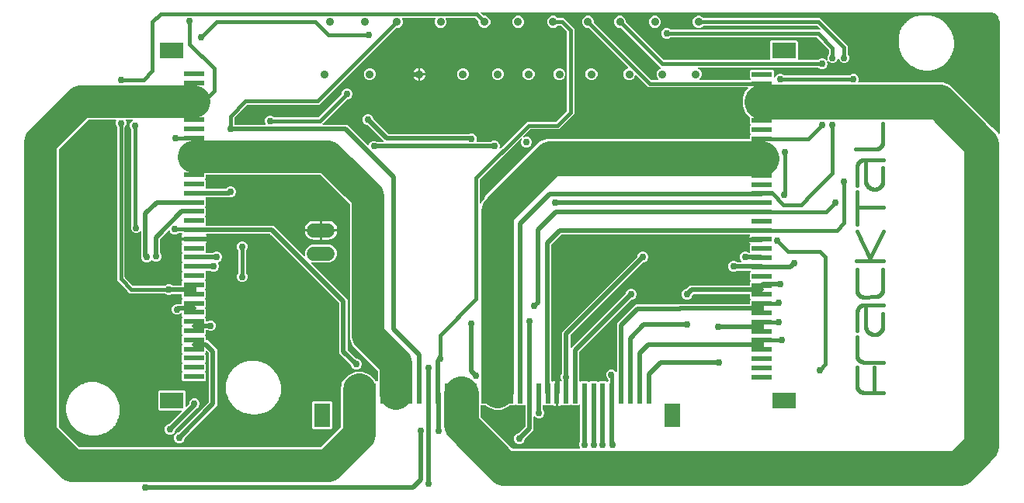
<source format=gbr>
G04 EAGLE Gerber RS-274X export*
G75*
%MOMM*%
%FSLAX34Y34*%
%LPD*%
%INTop Copper*%
%IPPOS*%
%AMOC8*
5,1,8,0,0,1.08239X$1,22.5*%
G01*
%ADD10R,0.600000X2.200000*%
%ADD11R,1.800000X2.600000*%
%ADD12R,2.200000X0.600000*%
%ADD13R,2.600000X1.800000*%
%ADD14C,0.889000*%
%ADD15C,0.406400*%
%ADD16C,1.524000*%
%ADD17C,0.203200*%
%ADD18C,3.556000*%
%ADD19C,0.756400*%
%ADD20C,0.508000*%
%ADD21C,1.270000*%
%ADD22C,3.810000*%

G36*
X349708Y94757D02*
X349708Y94757D01*
X349799Y94765D01*
X349829Y94777D01*
X349861Y94782D01*
X349941Y94825D01*
X350025Y94861D01*
X350057Y94887D01*
X350078Y94898D01*
X350100Y94921D01*
X350156Y94966D01*
X371886Y116696D01*
X371939Y116770D01*
X371999Y116839D01*
X372011Y116869D01*
X372030Y116896D01*
X372057Y116982D01*
X372091Y117067D01*
X372095Y117108D01*
X372102Y117131D01*
X372101Y117163D01*
X372109Y117234D01*
X372109Y161092D01*
X372414Y161828D01*
X372429Y161892D01*
X372454Y161953D01*
X372463Y162036D01*
X372470Y162068D01*
X372469Y162087D01*
X372472Y162120D01*
X372472Y165437D01*
X373663Y166628D01*
X373894Y166628D01*
X374008Y166647D01*
X374125Y166664D01*
X374130Y166666D01*
X374136Y166667D01*
X374239Y166722D01*
X374344Y166775D01*
X374348Y166780D01*
X374354Y166783D01*
X374434Y166867D01*
X374516Y166951D01*
X374520Y166957D01*
X374523Y166961D01*
X374531Y166978D01*
X374597Y167098D01*
X375126Y168374D01*
X380699Y173947D01*
X387981Y176964D01*
X395863Y176964D01*
X403145Y173947D01*
X408718Y168374D01*
X409247Y167098D01*
X409309Y166998D01*
X409369Y166898D01*
X409373Y166894D01*
X409377Y166889D01*
X409467Y166814D01*
X409556Y166738D01*
X409561Y166736D01*
X409566Y166732D01*
X409675Y166690D01*
X409784Y166646D01*
X409791Y166645D01*
X409796Y166644D01*
X409814Y166643D01*
X409950Y166628D01*
X411226Y166628D01*
X411246Y166631D01*
X411265Y166629D01*
X411367Y166651D01*
X411469Y166667D01*
X411486Y166677D01*
X411506Y166681D01*
X411595Y166734D01*
X411686Y166783D01*
X411700Y166797D01*
X411717Y166807D01*
X411784Y166886D01*
X411856Y166961D01*
X411864Y166979D01*
X411877Y166994D01*
X411916Y167090D01*
X411959Y167184D01*
X411961Y167204D01*
X411969Y167222D01*
X411987Y167389D01*
X411987Y178168D01*
X411973Y178258D01*
X411965Y178349D01*
X411953Y178379D01*
X411948Y178411D01*
X411905Y178491D01*
X411869Y178575D01*
X411843Y178607D01*
X411832Y178628D01*
X411809Y178650D01*
X411764Y178706D01*
X384524Y205947D01*
X381507Y213229D01*
X381507Y359778D01*
X381493Y359868D01*
X381485Y359959D01*
X381473Y359989D01*
X381468Y360021D01*
X381425Y360101D01*
X381389Y360185D01*
X381363Y360217D01*
X381352Y360238D01*
X381329Y360260D01*
X381284Y360316D01*
X349704Y391896D01*
X349630Y391949D01*
X349561Y392009D01*
X349531Y392021D01*
X349504Y392040D01*
X349418Y392067D01*
X349333Y392101D01*
X349292Y392105D01*
X349269Y392112D01*
X349237Y392111D01*
X349166Y392119D01*
X225294Y392119D01*
X225274Y392116D01*
X225255Y392118D01*
X225153Y392096D01*
X225051Y392080D01*
X225034Y392070D01*
X225014Y392066D01*
X224925Y392013D01*
X224834Y391964D01*
X224820Y391950D01*
X224803Y391940D01*
X224736Y391861D01*
X224664Y391786D01*
X224656Y391768D01*
X224643Y391753D01*
X224604Y391657D01*
X224561Y391563D01*
X224559Y391543D01*
X224551Y391525D01*
X224533Y391358D01*
X224533Y388090D01*
X223913Y387470D01*
X223901Y387454D01*
X223886Y387442D01*
X223830Y387354D01*
X223769Y387271D01*
X223764Y387252D01*
X223753Y387235D01*
X223728Y387134D01*
X223697Y387035D01*
X223698Y387016D01*
X223693Y386996D01*
X223701Y386893D01*
X223703Y386790D01*
X223710Y386771D01*
X223712Y386751D01*
X223752Y386656D01*
X223788Y386559D01*
X223800Y386543D01*
X223808Y386525D01*
X223913Y386394D01*
X224533Y385774D01*
X224533Y378090D01*
X224247Y377804D01*
X224205Y377746D01*
X224156Y377694D01*
X224134Y377647D01*
X224103Y377605D01*
X224082Y377536D01*
X224052Y377471D01*
X224046Y377419D01*
X224031Y377369D01*
X224033Y377298D01*
X224025Y377227D01*
X224036Y377176D01*
X224037Y377124D01*
X224062Y377056D01*
X224077Y376986D01*
X224104Y376941D01*
X224122Y376893D01*
X224167Y376837D01*
X224203Y376775D01*
X224243Y376741D01*
X224276Y376701D01*
X224336Y376662D01*
X224390Y376615D01*
X224439Y376596D01*
X224483Y376568D01*
X224552Y376550D01*
X224619Y376523D01*
X224690Y376515D01*
X224721Y376507D01*
X224744Y376509D01*
X224785Y376505D01*
X246046Y376505D01*
X246136Y376519D01*
X246227Y376527D01*
X246257Y376539D01*
X246289Y376544D01*
X246370Y376587D01*
X246453Y376623D01*
X246486Y376649D01*
X246506Y376660D01*
X246528Y376683D01*
X246584Y376728D01*
X248166Y378309D01*
X250303Y379195D01*
X252617Y379195D01*
X254754Y378309D01*
X256389Y376674D01*
X257275Y374537D01*
X257275Y372223D01*
X256389Y370086D01*
X254754Y368451D01*
X252617Y367565D01*
X252427Y367565D01*
X252337Y367551D01*
X252246Y367543D01*
X252217Y367531D01*
X252185Y367526D01*
X252104Y367483D01*
X252020Y367447D01*
X251988Y367421D01*
X251967Y367410D01*
X251945Y367387D01*
X251910Y367359D01*
X224785Y367359D01*
X224715Y367348D01*
X224643Y367346D01*
X224594Y367328D01*
X224543Y367320D01*
X224479Y367286D01*
X224412Y367261D01*
X224371Y367229D01*
X224325Y367204D01*
X224276Y367152D01*
X224220Y367108D01*
X224192Y367064D01*
X224156Y367026D01*
X224126Y366961D01*
X224087Y366901D01*
X224074Y366850D01*
X224052Y366803D01*
X224044Y366732D01*
X224027Y366662D01*
X224031Y366610D01*
X224025Y366559D01*
X224040Y366488D01*
X224046Y366417D01*
X224066Y366369D01*
X224077Y366318D01*
X224114Y366257D01*
X224142Y366191D01*
X224187Y366135D01*
X224203Y366107D01*
X224221Y366092D01*
X224247Y366060D01*
X224533Y365774D01*
X224533Y358090D01*
X223913Y357470D01*
X223901Y357454D01*
X223886Y357442D01*
X223830Y357354D01*
X223769Y357271D01*
X223764Y357252D01*
X223753Y357235D01*
X223728Y357134D01*
X223697Y357035D01*
X223698Y357016D01*
X223693Y356996D01*
X223701Y356893D01*
X223703Y356790D01*
X223710Y356771D01*
X223712Y356751D01*
X223752Y356656D01*
X223788Y356559D01*
X223800Y356543D01*
X223808Y356525D01*
X223913Y356394D01*
X224533Y355774D01*
X224533Y348090D01*
X223913Y347470D01*
X223901Y347454D01*
X223886Y347442D01*
X223830Y347354D01*
X223769Y347271D01*
X223764Y347252D01*
X223753Y347235D01*
X223728Y347134D01*
X223697Y347035D01*
X223698Y347016D01*
X223693Y346996D01*
X223701Y346893D01*
X223703Y346790D01*
X223710Y346771D01*
X223712Y346751D01*
X223752Y346656D01*
X223788Y346559D01*
X223800Y346543D01*
X223808Y346525D01*
X223913Y346394D01*
X224533Y345774D01*
X224533Y338090D01*
X224247Y337804D01*
X224205Y337746D01*
X224156Y337694D01*
X224134Y337647D01*
X224103Y337605D01*
X224082Y337536D01*
X224052Y337471D01*
X224046Y337419D01*
X224031Y337369D01*
X224033Y337298D01*
X224025Y337227D01*
X224036Y337176D01*
X224037Y337124D01*
X224062Y337056D01*
X224077Y336986D01*
X224104Y336941D01*
X224122Y336893D01*
X224167Y336837D01*
X224203Y336775D01*
X224243Y336741D01*
X224276Y336701D01*
X224336Y336662D01*
X224390Y336615D01*
X224439Y336596D01*
X224483Y336568D01*
X224552Y336550D01*
X224619Y336523D01*
X224690Y336515D01*
X224721Y336507D01*
X224744Y336509D01*
X224785Y336505D01*
X298612Y336505D01*
X301514Y333603D01*
X331567Y303550D01*
X331625Y303508D01*
X331677Y303459D01*
X331724Y303437D01*
X331766Y303407D01*
X331835Y303385D01*
X331900Y303355D01*
X331952Y303349D01*
X332002Y303334D01*
X332073Y303336D01*
X332144Y303328D01*
X332195Y303339D01*
X332247Y303341D01*
X332315Y303365D01*
X332385Y303380D01*
X332430Y303407D01*
X332478Y303425D01*
X332534Y303470D01*
X332596Y303507D01*
X332630Y303546D01*
X332670Y303579D01*
X332709Y303639D01*
X332756Y303693D01*
X332775Y303742D01*
X332803Y303786D01*
X332821Y303855D01*
X332848Y303922D01*
X332856Y303993D01*
X332864Y304024D01*
X332862Y304047D01*
X332866Y304088D01*
X332866Y307990D01*
X334336Y311538D01*
X337051Y314253D01*
X340599Y315723D01*
X359679Y315723D01*
X363227Y314253D01*
X365942Y311538D01*
X367412Y307990D01*
X367412Y304150D01*
X365942Y300602D01*
X363227Y297887D01*
X359679Y296417D01*
X340537Y296417D01*
X340467Y296406D01*
X340395Y296404D01*
X340346Y296386D01*
X340295Y296378D01*
X340231Y296344D01*
X340164Y296319D01*
X340123Y296287D01*
X340077Y296262D01*
X340028Y296210D01*
X339972Y296166D01*
X339944Y296122D01*
X339908Y296084D01*
X339878Y296019D01*
X339839Y295959D01*
X339826Y295908D01*
X339804Y295861D01*
X339796Y295790D01*
X339779Y295720D01*
X339783Y295668D01*
X339777Y295617D01*
X339792Y295546D01*
X339798Y295475D01*
X339818Y295427D01*
X339829Y295376D01*
X339866Y295315D01*
X339894Y295249D01*
X339939Y295193D01*
X339956Y295165D01*
X339973Y295150D01*
X339999Y295118D01*
X379223Y255894D01*
X379223Y201599D01*
X379237Y201509D01*
X379245Y201418D01*
X379257Y201389D01*
X379262Y201357D01*
X379305Y201276D01*
X379341Y201192D01*
X379367Y201160D01*
X379378Y201139D01*
X379401Y201117D01*
X379446Y201061D01*
X389049Y191458D01*
X389123Y191405D01*
X389193Y191345D01*
X389223Y191333D01*
X389249Y191314D01*
X389336Y191287D01*
X389421Y191253D01*
X389462Y191249D01*
X389484Y191242D01*
X389516Y191243D01*
X389587Y191235D01*
X389777Y191235D01*
X391914Y190349D01*
X393549Y188714D01*
X394435Y186577D01*
X394435Y184263D01*
X393549Y182126D01*
X391914Y180491D01*
X389777Y179605D01*
X387463Y179605D01*
X385326Y180491D01*
X383691Y182126D01*
X382805Y184263D01*
X382805Y184453D01*
X382791Y184543D01*
X382783Y184634D01*
X382771Y184663D01*
X382766Y184695D01*
X382723Y184776D01*
X382687Y184860D01*
X382661Y184892D01*
X382650Y184913D01*
X382627Y184935D01*
X382582Y184991D01*
X370077Y197496D01*
X370077Y251791D01*
X370063Y251881D01*
X370055Y251972D01*
X370043Y252001D01*
X370038Y252033D01*
X369995Y252114D01*
X369959Y252198D01*
X369933Y252230D01*
X369922Y252251D01*
X369899Y252273D01*
X369879Y252298D01*
X369876Y252304D01*
X369872Y252307D01*
X369854Y252329D01*
X295047Y327136D01*
X294973Y327189D01*
X294903Y327249D01*
X294873Y327261D01*
X294847Y327280D01*
X294760Y327307D01*
X294675Y327341D01*
X294634Y327345D01*
X294612Y327352D01*
X294580Y327351D01*
X294509Y327359D01*
X225351Y327359D01*
X225257Y327344D01*
X225162Y327335D01*
X225136Y327324D01*
X225108Y327320D01*
X225024Y327275D01*
X224937Y327237D01*
X224916Y327218D01*
X224891Y327204D01*
X224825Y327136D01*
X224755Y327071D01*
X224741Y327047D01*
X224721Y327026D01*
X224681Y326940D01*
X224635Y326856D01*
X224630Y326829D01*
X224618Y326803D01*
X224607Y326708D01*
X224590Y326615D01*
X224594Y326587D01*
X224591Y326559D01*
X224611Y326465D01*
X224624Y326371D01*
X224639Y326339D01*
X224643Y326318D01*
X224660Y326290D01*
X224692Y326217D01*
X224868Y325913D01*
X225041Y325266D01*
X225041Y323431D01*
X212238Y323431D01*
X212219Y323428D01*
X212199Y323430D01*
X212097Y323408D01*
X211995Y323392D01*
X211978Y323382D01*
X211958Y323378D01*
X211869Y323325D01*
X211778Y323276D01*
X211764Y323262D01*
X211747Y323252D01*
X211680Y323173D01*
X211609Y323098D01*
X211600Y323080D01*
X211587Y323065D01*
X211549Y322969D01*
X211505Y322875D01*
X211503Y322855D01*
X211496Y322837D01*
X211483Y322913D01*
X211474Y322930D01*
X211470Y322950D01*
X211417Y323039D01*
X211368Y323130D01*
X211354Y323144D01*
X211344Y323161D01*
X211265Y323228D01*
X211190Y323300D01*
X211172Y323308D01*
X211157Y323321D01*
X211060Y323360D01*
X210967Y323403D01*
X210947Y323405D01*
X210929Y323413D01*
X210762Y323431D01*
X197959Y323431D01*
X197959Y325266D01*
X198132Y325913D01*
X198467Y326492D01*
X198728Y326753D01*
X198739Y326769D01*
X198755Y326782D01*
X198811Y326869D01*
X198871Y326953D01*
X198877Y326972D01*
X198888Y326988D01*
X198913Y327089D01*
X198944Y327188D01*
X198943Y327208D01*
X198948Y327227D01*
X198940Y327330D01*
X198937Y327434D01*
X198930Y327452D01*
X198929Y327472D01*
X198888Y327567D01*
X198853Y327665D01*
X198840Y327680D01*
X198833Y327699D01*
X198728Y327830D01*
X198297Y328260D01*
X198223Y328313D01*
X198154Y328373D01*
X198124Y328385D01*
X198097Y328404D01*
X198010Y328430D01*
X197926Y328465D01*
X197885Y328469D01*
X197862Y328476D01*
X197830Y328475D01*
X197759Y328483D01*
X195166Y328483D01*
X195076Y328468D01*
X194985Y328461D01*
X194955Y328449D01*
X194923Y328443D01*
X194843Y328401D01*
X194759Y328365D01*
X194727Y328339D01*
X194706Y328328D01*
X194684Y328305D01*
X194628Y328260D01*
X193986Y327618D01*
X191849Y326733D01*
X189536Y326733D01*
X187398Y327618D01*
X185763Y329254D01*
X185112Y330826D01*
X185087Y330865D01*
X185072Y330908D01*
X185023Y330969D01*
X184982Y331035D01*
X184946Y331065D01*
X184918Y331100D01*
X184852Y331142D01*
X184792Y331192D01*
X184750Y331208D01*
X184711Y331233D01*
X184635Y331252D01*
X184563Y331280D01*
X184517Y331282D01*
X184472Y331293D01*
X184395Y331287D01*
X184317Y331291D01*
X184273Y331278D01*
X184227Y331274D01*
X184156Y331244D01*
X184081Y331222D01*
X184043Y331196D01*
X184001Y331178D01*
X183894Y331093D01*
X183879Y331082D01*
X183876Y331078D01*
X183870Y331073D01*
X174976Y322179D01*
X174923Y322105D01*
X174863Y322035D01*
X174851Y322005D01*
X174832Y321979D01*
X174805Y321892D01*
X174771Y321807D01*
X174767Y321766D01*
X174760Y321744D01*
X174761Y321712D01*
X174753Y321641D01*
X174753Y306932D01*
X174767Y306842D01*
X174775Y306751D01*
X174787Y306721D01*
X174792Y306689D01*
X174835Y306608D01*
X174871Y306525D01*
X174897Y306492D01*
X174908Y306472D01*
X174931Y306450D01*
X174976Y306394D01*
X175109Y306260D01*
X175995Y304123D01*
X175995Y301809D01*
X175109Y299672D01*
X173474Y298037D01*
X171337Y297151D01*
X169023Y297151D01*
X166886Y298037D01*
X165991Y298931D01*
X165975Y298943D01*
X165963Y298959D01*
X165875Y299015D01*
X165792Y299075D01*
X165773Y299081D01*
X165756Y299092D01*
X165655Y299117D01*
X165556Y299147D01*
X165537Y299147D01*
X165517Y299152D01*
X165414Y299144D01*
X165311Y299141D01*
X165292Y299134D01*
X165272Y299133D01*
X165177Y299092D01*
X165080Y299057D01*
X165064Y299044D01*
X165046Y299036D01*
X164915Y298931D01*
X163314Y297331D01*
X161177Y296445D01*
X158863Y296445D01*
X156726Y297331D01*
X155091Y298966D01*
X154205Y301103D01*
X154205Y301293D01*
X154201Y301318D01*
X154203Y301333D01*
X154190Y301394D01*
X154183Y301474D01*
X154177Y301488D01*
X154177Y329536D01*
X154166Y329607D01*
X154164Y329679D01*
X154146Y329728D01*
X154138Y329779D01*
X154104Y329842D01*
X154079Y329910D01*
X154047Y329950D01*
X154022Y329996D01*
X153970Y330046D01*
X153926Y330102D01*
X153882Y330130D01*
X153844Y330166D01*
X153779Y330196D01*
X153719Y330235D01*
X153668Y330247D01*
X153621Y330269D01*
X153550Y330277D01*
X153480Y330295D01*
X153428Y330291D01*
X153377Y330296D01*
X153306Y330281D01*
X153235Y330276D01*
X153187Y330255D01*
X153136Y330244D01*
X153075Y330207D01*
X153009Y330179D01*
X152953Y330134D01*
X152925Y330118D01*
X152910Y330100D01*
X152878Y330074D01*
X151884Y329081D01*
X149747Y328195D01*
X147433Y328195D01*
X145296Y329081D01*
X143661Y330716D01*
X142775Y332853D01*
X142775Y335167D01*
X143423Y336731D01*
X143438Y336795D01*
X143463Y336856D01*
X143472Y336939D01*
X143479Y336971D01*
X143478Y336990D01*
X143481Y337022D01*
X143481Y441296D01*
X143467Y441386D01*
X143459Y441477D01*
X143447Y441507D01*
X143442Y441539D01*
X143399Y441620D01*
X143363Y441703D01*
X143337Y441736D01*
X143326Y441756D01*
X143303Y441778D01*
X143258Y441834D01*
X142617Y442476D01*
X141731Y444613D01*
X141731Y446927D01*
X142617Y449064D01*
X144295Y450742D01*
X144313Y450752D01*
X144331Y450770D01*
X144353Y450784D01*
X144415Y450859D01*
X144482Y450930D01*
X144493Y450953D01*
X144510Y450973D01*
X144545Y451065D01*
X144586Y451153D01*
X144589Y451179D01*
X144598Y451203D01*
X144602Y451301D01*
X144613Y451397D01*
X144608Y451423D01*
X144609Y451449D01*
X144582Y451542D01*
X144561Y451638D01*
X144547Y451660D01*
X144540Y451685D01*
X144485Y451765D01*
X144435Y451849D01*
X144415Y451866D01*
X144400Y451887D01*
X144322Y451945D01*
X144248Y452009D01*
X144224Y452019D01*
X144203Y452034D01*
X144110Y452064D01*
X144020Y452101D01*
X143987Y452104D01*
X143969Y452110D01*
X143936Y452110D01*
X143853Y452119D01*
X137709Y452119D01*
X137664Y452112D01*
X137618Y452114D01*
X137543Y452092D01*
X137467Y452080D01*
X137426Y452058D01*
X137382Y452045D01*
X137318Y452001D01*
X137249Y451964D01*
X137218Y451931D01*
X137180Y451905D01*
X137133Y451842D01*
X137080Y451786D01*
X137060Y451744D01*
X137033Y451708D01*
X137009Y451634D01*
X136976Y451563D01*
X136971Y451517D01*
X136957Y451474D01*
X136958Y451396D01*
X136949Y451319D01*
X136959Y451274D01*
X136959Y451228D01*
X136997Y451096D01*
X137001Y451078D01*
X137004Y451074D01*
X137006Y451067D01*
X137669Y449467D01*
X137669Y447153D01*
X136783Y445016D01*
X136142Y444374D01*
X136089Y444300D01*
X136029Y444231D01*
X136017Y444201D01*
X135998Y444175D01*
X135971Y444088D01*
X135937Y444003D01*
X135933Y443962D01*
X135926Y443940D01*
X135927Y443907D01*
X135919Y443836D01*
X135919Y280355D01*
X135933Y280265D01*
X135941Y280174D01*
X135953Y280144D01*
X135958Y280112D01*
X136001Y280032D01*
X136037Y279948D01*
X136063Y279916D01*
X136074Y279895D01*
X136097Y279873D01*
X136142Y279817D01*
X144971Y270988D01*
X145045Y270935D01*
X145114Y270875D01*
X145144Y270863D01*
X145170Y270844D01*
X145257Y270817D01*
X145342Y270783D01*
X145383Y270779D01*
X145405Y270772D01*
X145438Y270773D01*
X145509Y270765D01*
X179676Y270765D01*
X179766Y270779D01*
X179857Y270787D01*
X179887Y270799D01*
X179919Y270804D01*
X180000Y270847D01*
X180083Y270883D01*
X180116Y270909D01*
X180136Y270920D01*
X180158Y270943D01*
X180214Y270988D01*
X180856Y271629D01*
X182993Y272515D01*
X185307Y272515D01*
X187444Y271629D01*
X187578Y271496D01*
X187652Y271443D01*
X187721Y271383D01*
X187751Y271371D01*
X187777Y271352D01*
X187864Y271325D01*
X187949Y271291D01*
X187990Y271287D01*
X188012Y271280D01*
X188045Y271281D01*
X188116Y271273D01*
X197706Y271273D01*
X197726Y271276D01*
X197745Y271274D01*
X197847Y271296D01*
X197949Y271312D01*
X197966Y271322D01*
X197986Y271326D01*
X198075Y271379D01*
X198166Y271428D01*
X198180Y271442D01*
X198197Y271452D01*
X198264Y271531D01*
X198336Y271606D01*
X198344Y271624D01*
X198357Y271639D01*
X198396Y271735D01*
X198439Y271829D01*
X198441Y271849D01*
X198449Y271867D01*
X198467Y272034D01*
X198467Y275774D01*
X199087Y276394D01*
X199099Y276410D01*
X199114Y276422D01*
X199150Y276479D01*
X199176Y276506D01*
X199192Y276540D01*
X199231Y276593D01*
X199236Y276612D01*
X199247Y276629D01*
X199263Y276693D01*
X199280Y276729D01*
X199284Y276768D01*
X199303Y276829D01*
X199302Y276848D01*
X199307Y276868D01*
X199302Y276931D01*
X199307Y276973D01*
X199298Y277014D01*
X199297Y277074D01*
X199290Y277093D01*
X199288Y277113D01*
X199265Y277168D01*
X199255Y277214D01*
X199231Y277253D01*
X199212Y277305D01*
X199200Y277321D01*
X199192Y277339D01*
X199144Y277399D01*
X199128Y277425D01*
X199112Y277439D01*
X199087Y277470D01*
X198467Y278090D01*
X198467Y285774D01*
X199087Y286394D01*
X199099Y286410D01*
X199114Y286422D01*
X199170Y286510D01*
X199231Y286593D01*
X199236Y286612D01*
X199247Y286629D01*
X199272Y286730D01*
X199303Y286829D01*
X199302Y286848D01*
X199307Y286868D01*
X199299Y286971D01*
X199297Y287074D01*
X199290Y287093D01*
X199288Y287113D01*
X199248Y287208D01*
X199212Y287305D01*
X199200Y287321D01*
X199192Y287339D01*
X199087Y287470D01*
X198467Y288090D01*
X198467Y295774D01*
X199087Y296394D01*
X199099Y296410D01*
X199114Y296422D01*
X199170Y296510D01*
X199231Y296593D01*
X199236Y296612D01*
X199247Y296629D01*
X199272Y296730D01*
X199303Y296829D01*
X199302Y296848D01*
X199307Y296868D01*
X199299Y296971D01*
X199297Y297074D01*
X199290Y297093D01*
X199288Y297113D01*
X199248Y297208D01*
X199212Y297305D01*
X199200Y297321D01*
X199192Y297339D01*
X199087Y297470D01*
X198467Y298090D01*
X198467Y305774D01*
X199087Y306394D01*
X199099Y306410D01*
X199114Y306422D01*
X199170Y306510D01*
X199231Y306593D01*
X199236Y306612D01*
X199247Y306629D01*
X199272Y306730D01*
X199303Y306829D01*
X199302Y306848D01*
X199307Y306868D01*
X199299Y306971D01*
X199297Y307074D01*
X199290Y307093D01*
X199288Y307113D01*
X199248Y307208D01*
X199212Y307305D01*
X199200Y307321D01*
X199192Y307339D01*
X199087Y307470D01*
X198467Y308090D01*
X198467Y315774D01*
X198728Y316035D01*
X198739Y316051D01*
X198755Y316063D01*
X198811Y316151D01*
X198871Y316234D01*
X198877Y316253D01*
X198888Y316270D01*
X198913Y316371D01*
X198944Y316469D01*
X198943Y316489D01*
X198948Y316509D01*
X198940Y316612D01*
X198937Y316715D01*
X198930Y316734D01*
X198929Y316754D01*
X198889Y316849D01*
X198853Y316946D01*
X198840Y316962D01*
X198833Y316980D01*
X198728Y317111D01*
X198467Y317372D01*
X198132Y317951D01*
X197959Y318598D01*
X197959Y320433D01*
X210762Y320433D01*
X210781Y320436D01*
X210801Y320434D01*
X210903Y320456D01*
X211005Y320472D01*
X211022Y320482D01*
X211042Y320486D01*
X211131Y320539D01*
X211222Y320588D01*
X211236Y320602D01*
X211253Y320612D01*
X211320Y320691D01*
X211391Y320766D01*
X211400Y320784D01*
X211413Y320799D01*
X211451Y320895D01*
X211495Y320989D01*
X211497Y321009D01*
X211504Y321027D01*
X211517Y320951D01*
X211526Y320934D01*
X211530Y320914D01*
X211583Y320825D01*
X211632Y320734D01*
X211646Y320720D01*
X211656Y320703D01*
X211735Y320636D01*
X211810Y320564D01*
X211828Y320556D01*
X211843Y320543D01*
X211940Y320504D01*
X212033Y320461D01*
X212053Y320459D01*
X212071Y320451D01*
X212238Y320433D01*
X225041Y320433D01*
X225041Y318598D01*
X224868Y317951D01*
X224533Y317372D01*
X224272Y317111D01*
X224261Y317095D01*
X224245Y317082D01*
X224189Y316995D01*
X224129Y316911D01*
X224123Y316892D01*
X224112Y316876D01*
X224087Y316775D01*
X224056Y316676D01*
X224057Y316656D01*
X224052Y316637D01*
X224060Y316534D01*
X224063Y316430D01*
X224070Y316412D01*
X224071Y316392D01*
X224111Y316297D01*
X224147Y316199D01*
X224160Y316184D01*
X224167Y316165D01*
X224272Y316035D01*
X224533Y315774D01*
X224533Y308090D01*
X224247Y307804D01*
X224205Y307746D01*
X224156Y307694D01*
X224134Y307647D01*
X224103Y307605D01*
X224082Y307536D01*
X224052Y307471D01*
X224046Y307419D01*
X224031Y307369D01*
X224033Y307298D01*
X224025Y307227D01*
X224036Y307176D01*
X224037Y307124D01*
X224062Y307056D01*
X224077Y306986D01*
X224104Y306941D01*
X224122Y306893D01*
X224167Y306837D01*
X224203Y306775D01*
X224243Y306741D01*
X224276Y306701D01*
X224336Y306662D01*
X224390Y306615D01*
X224439Y306596D01*
X224483Y306568D01*
X224552Y306550D01*
X224619Y306523D01*
X224690Y306515D01*
X224721Y306507D01*
X224744Y306509D01*
X224785Y306505D01*
X231926Y306505D01*
X232016Y306519D01*
X232107Y306527D01*
X232137Y306539D01*
X232169Y306544D01*
X232250Y306587D01*
X232333Y306623D01*
X232366Y306649D01*
X232386Y306660D01*
X232408Y306683D01*
X232464Y306728D01*
X232926Y307189D01*
X235063Y308075D01*
X237377Y308075D01*
X239514Y307189D01*
X241149Y305554D01*
X242035Y303417D01*
X242035Y301103D01*
X241149Y298966D01*
X239514Y297331D01*
X238038Y296719D01*
X237999Y296695D01*
X237956Y296679D01*
X237895Y296631D01*
X237829Y296590D01*
X237800Y296554D01*
X237764Y296526D01*
X237722Y296460D01*
X237673Y296400D01*
X237656Y296357D01*
X237631Y296319D01*
X237612Y296243D01*
X237584Y296171D01*
X237582Y296125D01*
X237571Y296080D01*
X237577Y296003D01*
X237574Y295925D01*
X237587Y295881D01*
X237590Y295835D01*
X237621Y295763D01*
X237642Y295689D01*
X237669Y295651D01*
X237687Y295609D01*
X237772Y295502D01*
X237783Y295487D01*
X237787Y295484D01*
X237791Y295478D01*
X237876Y295394D01*
X238761Y293257D01*
X238761Y290943D01*
X237875Y288806D01*
X236240Y287171D01*
X234103Y286285D01*
X231789Y286285D01*
X229621Y287184D01*
X229612Y287189D01*
X229543Y287249D01*
X229513Y287261D01*
X229487Y287280D01*
X229400Y287307D01*
X229315Y287341D01*
X229274Y287345D01*
X229252Y287352D01*
X229219Y287351D01*
X229148Y287359D01*
X224785Y287359D01*
X224715Y287348D01*
X224643Y287346D01*
X224594Y287328D01*
X224543Y287320D01*
X224479Y287286D01*
X224412Y287261D01*
X224371Y287229D01*
X224325Y287204D01*
X224276Y287152D01*
X224220Y287108D01*
X224192Y287064D01*
X224156Y287026D01*
X224126Y286961D01*
X224087Y286901D01*
X224074Y286850D01*
X224052Y286803D01*
X224044Y286732D01*
X224027Y286662D01*
X224031Y286610D01*
X224025Y286559D01*
X224040Y286488D01*
X224046Y286417D01*
X224066Y286369D01*
X224077Y286318D01*
X224114Y286257D01*
X224142Y286191D01*
X224187Y286135D01*
X224203Y286107D01*
X224221Y286092D01*
X224247Y286060D01*
X224533Y285774D01*
X224533Y278090D01*
X223913Y277470D01*
X223901Y277454D01*
X223886Y277442D01*
X223857Y277398D01*
X223824Y277362D01*
X223803Y277317D01*
X223769Y277271D01*
X223764Y277252D01*
X223753Y277235D01*
X223739Y277179D01*
X223720Y277139D01*
X223715Y277094D01*
X223697Y277035D01*
X223698Y277016D01*
X223693Y276996D01*
X223698Y276935D01*
X223693Y276895D01*
X223702Y276854D01*
X223703Y276790D01*
X223710Y276771D01*
X223712Y276751D01*
X223737Y276692D01*
X223745Y276654D01*
X223765Y276621D01*
X223788Y276559D01*
X223800Y276543D01*
X223808Y276525D01*
X223865Y276453D01*
X223871Y276443D01*
X223878Y276437D01*
X223913Y276394D01*
X224533Y275774D01*
X224533Y268090D01*
X223913Y267470D01*
X223901Y267454D01*
X223886Y267442D01*
X223830Y267354D01*
X223769Y267271D01*
X223764Y267252D01*
X223753Y267235D01*
X223728Y267134D01*
X223697Y267035D01*
X223698Y267016D01*
X223693Y266996D01*
X223701Y266893D01*
X223703Y266790D01*
X223710Y266771D01*
X223712Y266751D01*
X223752Y266656D01*
X223788Y266559D01*
X223800Y266543D01*
X223808Y266525D01*
X223913Y266394D01*
X224533Y265774D01*
X224533Y258090D01*
X223913Y257470D01*
X223901Y257454D01*
X223886Y257442D01*
X223830Y257354D01*
X223769Y257271D01*
X223764Y257252D01*
X223753Y257235D01*
X223728Y257134D01*
X223697Y257035D01*
X223698Y257016D01*
X223693Y256996D01*
X223701Y256893D01*
X223703Y256790D01*
X223710Y256771D01*
X223712Y256751D01*
X223752Y256656D01*
X223788Y256559D01*
X223800Y256543D01*
X223808Y256525D01*
X223913Y256394D01*
X224533Y255774D01*
X224533Y248090D01*
X223913Y247470D01*
X223901Y247454D01*
X223886Y247442D01*
X223830Y247354D01*
X223769Y247271D01*
X223764Y247252D01*
X223753Y247235D01*
X223728Y247134D01*
X223697Y247035D01*
X223698Y247016D01*
X223693Y246996D01*
X223701Y246893D01*
X223703Y246790D01*
X223710Y246771D01*
X223712Y246751D01*
X223752Y246656D01*
X223788Y246559D01*
X223800Y246543D01*
X223808Y246525D01*
X223913Y246394D01*
X224533Y245774D01*
X224533Y238090D01*
X223913Y237470D01*
X223901Y237454D01*
X223886Y237442D01*
X223830Y237354D01*
X223769Y237271D01*
X223764Y237252D01*
X223753Y237235D01*
X223728Y237134D01*
X223697Y237035D01*
X223698Y237016D01*
X223693Y236996D01*
X223701Y236893D01*
X223703Y236790D01*
X223710Y236771D01*
X223712Y236751D01*
X223752Y236656D01*
X223788Y236559D01*
X223800Y236543D01*
X223808Y236525D01*
X223913Y236394D01*
X224533Y235774D01*
X224533Y232664D01*
X224536Y232644D01*
X224534Y232625D01*
X224556Y232523D01*
X224572Y232421D01*
X224582Y232404D01*
X224586Y232384D01*
X224639Y232295D01*
X224688Y232204D01*
X224702Y232190D01*
X224712Y232173D01*
X224791Y232106D01*
X224866Y232034D01*
X224884Y232026D01*
X224899Y232013D01*
X224995Y231974D01*
X225089Y231931D01*
X225109Y231929D01*
X225127Y231921D01*
X225294Y231903D01*
X225904Y231903D01*
X225994Y231917D01*
X226085Y231925D01*
X226115Y231937D01*
X226147Y231942D01*
X226228Y231985D01*
X226311Y232021D01*
X226344Y232047D01*
X226364Y232058D01*
X226386Y232081D01*
X226442Y232126D01*
X226576Y232259D01*
X228713Y233145D01*
X231027Y233145D01*
X233164Y232259D01*
X234799Y230624D01*
X235685Y228487D01*
X235685Y226173D01*
X234799Y224036D01*
X233164Y222401D01*
X231027Y221515D01*
X228713Y221515D01*
X226576Y222401D01*
X226442Y222534D01*
X226368Y222587D01*
X226299Y222647D01*
X226269Y222659D01*
X226243Y222678D01*
X226156Y222705D01*
X226071Y222739D01*
X226030Y222743D01*
X226008Y222750D01*
X225975Y222749D01*
X225904Y222757D01*
X225294Y222757D01*
X225274Y222754D01*
X225255Y222756D01*
X225153Y222734D01*
X225051Y222718D01*
X225034Y222708D01*
X225014Y222704D01*
X224925Y222651D01*
X224834Y222602D01*
X224820Y222588D01*
X224803Y222578D01*
X224736Y222499D01*
X224664Y222424D01*
X224656Y222406D01*
X224643Y222391D01*
X224604Y222295D01*
X224561Y222201D01*
X224559Y222181D01*
X224551Y222163D01*
X224533Y221996D01*
X224533Y218090D01*
X223913Y217470D01*
X223901Y217454D01*
X223886Y217442D01*
X223830Y217354D01*
X223769Y217271D01*
X223764Y217252D01*
X223753Y217235D01*
X223728Y217134D01*
X223697Y217035D01*
X223698Y217016D01*
X223693Y216996D01*
X223701Y216893D01*
X223703Y216790D01*
X223710Y216771D01*
X223712Y216751D01*
X223752Y216656D01*
X223788Y216559D01*
X223800Y216543D01*
X223808Y216525D01*
X223913Y216394D01*
X224533Y215774D01*
X224533Y212344D01*
X224536Y212324D01*
X224534Y212305D01*
X224556Y212203D01*
X224572Y212101D01*
X224582Y212084D01*
X224586Y212064D01*
X224639Y211975D01*
X224688Y211884D01*
X224702Y211870D01*
X224712Y211853D01*
X224791Y211786D01*
X224866Y211714D01*
X224884Y211706D01*
X224899Y211693D01*
X224995Y211654D01*
X225089Y211611D01*
X225109Y211609D01*
X225127Y211601D01*
X225294Y211583D01*
X226684Y211583D01*
X236983Y201284D01*
X236983Y140346D01*
X201426Y104789D01*
X201372Y104715D01*
X201313Y104645D01*
X201301Y104615D01*
X201282Y104589D01*
X201255Y104502D01*
X201221Y104417D01*
X201216Y104376D01*
X201210Y104354D01*
X201210Y104322D01*
X201203Y104250D01*
X201203Y104061D01*
X200317Y101924D01*
X198682Y100288D01*
X196544Y99403D01*
X194231Y99403D01*
X192094Y100288D01*
X190458Y101924D01*
X189573Y104061D01*
X189573Y106374D01*
X190458Y108512D01*
X192094Y110147D01*
X194231Y111033D01*
X194420Y111033D01*
X194510Y111047D01*
X194601Y111054D01*
X194631Y111067D01*
X194663Y111072D01*
X194744Y111115D01*
X194828Y111151D01*
X194860Y111176D01*
X194881Y111187D01*
X194903Y111211D01*
X194959Y111256D01*
X227614Y143911D01*
X227667Y143985D01*
X227727Y144055D01*
X227739Y144085D01*
X227758Y144111D01*
X227785Y144198D01*
X227819Y144283D01*
X227823Y144324D01*
X227830Y144346D01*
X227829Y144378D01*
X227837Y144449D01*
X227837Y197181D01*
X227823Y197271D01*
X227815Y197362D01*
X227803Y197391D01*
X227798Y197423D01*
X227755Y197504D01*
X227719Y197588D01*
X227693Y197620D01*
X227682Y197641D01*
X227659Y197663D01*
X227614Y197719D01*
X225832Y199501D01*
X225774Y199543D01*
X225722Y199592D01*
X225675Y199614D01*
X225633Y199644D01*
X225564Y199666D01*
X225499Y199696D01*
X225447Y199701D01*
X225397Y199717D01*
X225326Y199715D01*
X225255Y199723D01*
X225204Y199712D01*
X225152Y199710D01*
X225084Y199686D01*
X225014Y199671D01*
X224969Y199644D01*
X224921Y199626D01*
X224865Y199581D01*
X224803Y199544D01*
X224769Y199505D01*
X224729Y199472D01*
X224690Y199412D01*
X224643Y199358D01*
X224624Y199309D01*
X224596Y199265D01*
X224578Y199196D01*
X224551Y199129D01*
X224543Y199058D01*
X224535Y199027D01*
X224537Y199004D01*
X224533Y198963D01*
X224533Y198090D01*
X223913Y197470D01*
X223901Y197454D01*
X223886Y197442D01*
X223830Y197354D01*
X223769Y197271D01*
X223764Y197252D01*
X223753Y197235D01*
X223728Y197134D01*
X223697Y197035D01*
X223698Y197016D01*
X223693Y196996D01*
X223701Y196893D01*
X223703Y196790D01*
X223710Y196771D01*
X223712Y196751D01*
X223752Y196656D01*
X223788Y196559D01*
X223800Y196543D01*
X223808Y196525D01*
X223913Y196394D01*
X224533Y195774D01*
X224533Y188090D01*
X223913Y187470D01*
X223901Y187454D01*
X223886Y187442D01*
X223830Y187354D01*
X223769Y187271D01*
X223764Y187252D01*
X223753Y187235D01*
X223728Y187134D01*
X223697Y187035D01*
X223698Y187016D01*
X223693Y186996D01*
X223701Y186893D01*
X223703Y186790D01*
X223710Y186771D01*
X223712Y186751D01*
X223752Y186656D01*
X223788Y186559D01*
X223800Y186543D01*
X223808Y186525D01*
X223913Y186394D01*
X224533Y185774D01*
X224533Y178090D01*
X223913Y177470D01*
X223901Y177454D01*
X223886Y177442D01*
X223830Y177354D01*
X223769Y177271D01*
X223764Y177252D01*
X223753Y177235D01*
X223728Y177134D01*
X223697Y177035D01*
X223698Y177016D01*
X223693Y176996D01*
X223701Y176893D01*
X223703Y176790D01*
X223710Y176771D01*
X223712Y176751D01*
X223752Y176656D01*
X223788Y176559D01*
X223800Y176543D01*
X223808Y176525D01*
X223913Y176394D01*
X224533Y175774D01*
X224533Y168090D01*
X223342Y166899D01*
X199658Y166899D01*
X198467Y168090D01*
X198467Y175774D01*
X199087Y176394D01*
X199099Y176410D01*
X199114Y176422D01*
X199170Y176510D01*
X199231Y176593D01*
X199236Y176612D01*
X199247Y176629D01*
X199272Y176730D01*
X199303Y176829D01*
X199302Y176848D01*
X199307Y176868D01*
X199299Y176971D01*
X199297Y177074D01*
X199290Y177093D01*
X199288Y177113D01*
X199248Y177208D01*
X199212Y177305D01*
X199200Y177321D01*
X199192Y177339D01*
X199087Y177470D01*
X198467Y178090D01*
X198467Y185774D01*
X199087Y186394D01*
X199099Y186410D01*
X199114Y186422D01*
X199170Y186510D01*
X199231Y186593D01*
X199236Y186612D01*
X199247Y186629D01*
X199272Y186730D01*
X199303Y186829D01*
X199302Y186848D01*
X199307Y186868D01*
X199299Y186971D01*
X199297Y187074D01*
X199290Y187093D01*
X199288Y187113D01*
X199248Y187208D01*
X199212Y187305D01*
X199200Y187321D01*
X199192Y187339D01*
X199087Y187470D01*
X198467Y188090D01*
X198467Y195774D01*
X199087Y196394D01*
X199099Y196410D01*
X199114Y196422D01*
X199170Y196510D01*
X199231Y196593D01*
X199236Y196612D01*
X199247Y196629D01*
X199272Y196730D01*
X199303Y196829D01*
X199302Y196848D01*
X199307Y196868D01*
X199299Y196971D01*
X199297Y197074D01*
X199290Y197093D01*
X199288Y197113D01*
X199248Y197208D01*
X199212Y197305D01*
X199200Y197321D01*
X199192Y197339D01*
X199087Y197470D01*
X198467Y198090D01*
X198467Y205774D01*
X199087Y206394D01*
X199099Y206410D01*
X199114Y206422D01*
X199170Y206510D01*
X199231Y206593D01*
X199236Y206612D01*
X199247Y206629D01*
X199272Y206730D01*
X199303Y206829D01*
X199302Y206848D01*
X199307Y206868D01*
X199299Y206971D01*
X199297Y207074D01*
X199290Y207093D01*
X199288Y207113D01*
X199248Y207208D01*
X199212Y207305D01*
X199200Y207321D01*
X199192Y207339D01*
X199087Y207470D01*
X198467Y208090D01*
X198467Y215774D01*
X199087Y216394D01*
X199099Y216410D01*
X199114Y216422D01*
X199170Y216510D01*
X199231Y216593D01*
X199236Y216612D01*
X199247Y216629D01*
X199272Y216730D01*
X199303Y216829D01*
X199302Y216848D01*
X199307Y216868D01*
X199299Y216971D01*
X199297Y217074D01*
X199290Y217093D01*
X199288Y217113D01*
X199248Y217208D01*
X199212Y217305D01*
X199200Y217321D01*
X199192Y217339D01*
X199087Y217470D01*
X198467Y218090D01*
X198467Y225774D01*
X199087Y226394D01*
X199099Y226410D01*
X199114Y226422D01*
X199170Y226510D01*
X199231Y226593D01*
X199236Y226612D01*
X199247Y226629D01*
X199272Y226730D01*
X199303Y226829D01*
X199302Y226848D01*
X199307Y226868D01*
X199299Y226971D01*
X199297Y227074D01*
X199290Y227093D01*
X199288Y227113D01*
X199248Y227208D01*
X199212Y227305D01*
X199200Y227321D01*
X199192Y227339D01*
X199087Y227470D01*
X198467Y228090D01*
X198467Y235774D01*
X199087Y236394D01*
X199099Y236410D01*
X199114Y236422D01*
X199170Y236510D01*
X199231Y236593D01*
X199236Y236612D01*
X199247Y236629D01*
X199272Y236730D01*
X199303Y236829D01*
X199302Y236848D01*
X199307Y236868D01*
X199299Y236971D01*
X199297Y237074D01*
X199290Y237093D01*
X199288Y237113D01*
X199248Y237208D01*
X199212Y237305D01*
X199200Y237321D01*
X199192Y237339D01*
X199087Y237470D01*
X198467Y238090D01*
X198467Y240476D01*
X198456Y240547D01*
X198454Y240619D01*
X198436Y240668D01*
X198428Y240719D01*
X198394Y240782D01*
X198369Y240850D01*
X198337Y240890D01*
X198312Y240936D01*
X198260Y240986D01*
X198216Y241042D01*
X198172Y241070D01*
X198134Y241106D01*
X198069Y241136D01*
X198009Y241175D01*
X197958Y241187D01*
X197911Y241209D01*
X197840Y241217D01*
X197770Y241235D01*
X197718Y241231D01*
X197667Y241236D01*
X197596Y241221D01*
X197525Y241216D01*
X197477Y241195D01*
X197426Y241184D01*
X197365Y241147D01*
X197299Y241119D01*
X197243Y241074D01*
X197215Y241058D01*
X197200Y241040D01*
X197168Y241014D01*
X196334Y240181D01*
X194197Y239295D01*
X191883Y239295D01*
X189746Y240181D01*
X188111Y241816D01*
X187225Y243953D01*
X187225Y246267D01*
X188111Y248404D01*
X189746Y250039D01*
X191883Y250925D01*
X192073Y250925D01*
X192163Y250939D01*
X192254Y250947D01*
X192268Y250953D01*
X197706Y250953D01*
X197726Y250956D01*
X197745Y250954D01*
X197847Y250976D01*
X197949Y250992D01*
X197966Y251002D01*
X197986Y251006D01*
X198075Y251059D01*
X198166Y251108D01*
X198180Y251122D01*
X198197Y251132D01*
X198264Y251211D01*
X198336Y251286D01*
X198344Y251304D01*
X198357Y251319D01*
X198396Y251415D01*
X198439Y251509D01*
X198441Y251529D01*
X198449Y251547D01*
X198467Y251714D01*
X198467Y255774D01*
X199087Y256394D01*
X199099Y256410D01*
X199114Y256422D01*
X199170Y256510D01*
X199231Y256593D01*
X199236Y256612D01*
X199247Y256629D01*
X199272Y256730D01*
X199303Y256829D01*
X199302Y256848D01*
X199307Y256868D01*
X199299Y256971D01*
X199297Y257074D01*
X199290Y257093D01*
X199288Y257113D01*
X199248Y257208D01*
X199212Y257305D01*
X199200Y257321D01*
X199192Y257339D01*
X199087Y257470D01*
X198467Y258090D01*
X198467Y261366D01*
X198464Y261386D01*
X198466Y261405D01*
X198444Y261507D01*
X198428Y261609D01*
X198418Y261626D01*
X198414Y261646D01*
X198361Y261735D01*
X198312Y261826D01*
X198298Y261840D01*
X198288Y261857D01*
X198209Y261924D01*
X198134Y261996D01*
X198116Y262004D01*
X198101Y262017D01*
X198005Y262056D01*
X197911Y262099D01*
X197891Y262101D01*
X197873Y262109D01*
X197706Y262127D01*
X188116Y262127D01*
X188026Y262113D01*
X187935Y262105D01*
X187905Y262093D01*
X187873Y262088D01*
X187792Y262045D01*
X187709Y262009D01*
X187676Y261983D01*
X187656Y261972D01*
X187634Y261949D01*
X187578Y261904D01*
X187444Y261771D01*
X185307Y260885D01*
X182993Y260885D01*
X180856Y261771D01*
X180214Y262412D01*
X180140Y262465D01*
X180071Y262525D01*
X180041Y262537D01*
X180015Y262556D01*
X179928Y262583D01*
X179843Y262617D01*
X179802Y262621D01*
X179780Y262628D01*
X179747Y262627D01*
X179676Y262635D01*
X141826Y262635D01*
X139222Y265239D01*
X130393Y274068D01*
X127789Y276672D01*
X127789Y443836D01*
X127775Y443926D01*
X127767Y444017D01*
X127755Y444047D01*
X127750Y444079D01*
X127707Y444160D01*
X127671Y444243D01*
X127645Y444276D01*
X127634Y444296D01*
X127611Y444318D01*
X127566Y444374D01*
X126925Y445016D01*
X126039Y447153D01*
X126039Y449467D01*
X126702Y451067D01*
X126713Y451111D01*
X126732Y451153D01*
X126740Y451230D01*
X126758Y451306D01*
X126754Y451352D01*
X126759Y451397D01*
X126742Y451474D01*
X126735Y451551D01*
X126716Y451593D01*
X126707Y451638D01*
X126667Y451705D01*
X126635Y451776D01*
X126604Y451810D01*
X126581Y451849D01*
X126521Y451900D01*
X126469Y451957D01*
X126428Y451979D01*
X126394Y452009D01*
X126321Y452038D01*
X126253Y452075D01*
X126208Y452084D01*
X126165Y452101D01*
X126030Y452116D01*
X126011Y452119D01*
X126006Y452118D01*
X125999Y452119D01*
X96914Y452119D01*
X96824Y452105D01*
X96733Y452097D01*
X96703Y452085D01*
X96671Y452080D01*
X96591Y452037D01*
X96507Y452001D01*
X96475Y451975D01*
X96454Y451964D01*
X96432Y451941D01*
X96376Y451896D01*
X64486Y420006D01*
X64433Y419932D01*
X64373Y419863D01*
X64361Y419833D01*
X64342Y419806D01*
X64315Y419720D01*
X64281Y419635D01*
X64277Y419594D01*
X64270Y419571D01*
X64271Y419539D01*
X64263Y419468D01*
X64263Y117742D01*
X64277Y117652D01*
X64285Y117561D01*
X64297Y117531D01*
X64302Y117499D01*
X64345Y117419D01*
X64381Y117335D01*
X64407Y117303D01*
X64418Y117282D01*
X64441Y117260D01*
X64486Y117204D01*
X86724Y94966D01*
X86798Y94913D01*
X86867Y94853D01*
X86897Y94841D01*
X86924Y94822D01*
X87010Y94795D01*
X87095Y94761D01*
X87136Y94757D01*
X87159Y94750D01*
X87191Y94751D01*
X87262Y94743D01*
X349618Y94743D01*
X349708Y94757D01*
G37*
G36*
X524270Y360359D02*
X524270Y360359D01*
X524295Y360356D01*
X524391Y360377D01*
X524487Y360391D01*
X524510Y360403D01*
X524536Y360408D01*
X524619Y360458D01*
X524706Y360503D01*
X524725Y360521D01*
X524747Y360535D01*
X524810Y360609D01*
X524878Y360678D01*
X524894Y360707D01*
X524907Y360722D01*
X524919Y360752D01*
X524959Y360825D01*
X526129Y363648D01*
X528255Y365774D01*
X528293Y365827D01*
X528339Y365874D01*
X528379Y365947D01*
X528398Y365974D01*
X528404Y365993D01*
X528420Y366021D01*
X529632Y368947D01*
X588768Y428083D01*
X596516Y431293D01*
X817276Y431293D01*
X817296Y431296D01*
X817315Y431294D01*
X817417Y431316D01*
X817519Y431332D01*
X817536Y431342D01*
X817556Y431346D01*
X817645Y431399D01*
X817736Y431448D01*
X817750Y431462D01*
X817767Y431472D01*
X817834Y431551D01*
X817906Y431626D01*
X817914Y431644D01*
X817927Y431659D01*
X817966Y431755D01*
X818009Y431849D01*
X818011Y431869D01*
X818019Y431887D01*
X818037Y432054D01*
X818037Y435264D01*
X818657Y435884D01*
X818669Y435900D01*
X818684Y435912D01*
X818740Y436000D01*
X818801Y436083D01*
X818806Y436102D01*
X818817Y436119D01*
X818842Y436220D01*
X818873Y436319D01*
X818872Y436338D01*
X818877Y436358D01*
X818869Y436461D01*
X818867Y436564D01*
X818860Y436583D01*
X818858Y436603D01*
X818818Y436698D01*
X818782Y436795D01*
X818770Y436811D01*
X818762Y436829D01*
X818657Y436960D01*
X818037Y437580D01*
X818037Y445264D01*
X818657Y445884D01*
X818669Y445900D01*
X818684Y445912D01*
X818740Y446000D01*
X818801Y446083D01*
X818806Y446102D01*
X818817Y446119D01*
X818842Y446220D01*
X818873Y446319D01*
X818872Y446338D01*
X818877Y446358D01*
X818869Y446461D01*
X818867Y446564D01*
X818860Y446583D01*
X818858Y446603D01*
X818818Y446698D01*
X818782Y446795D01*
X818770Y446811D01*
X818762Y446829D01*
X818657Y446960D01*
X818037Y447580D01*
X818037Y454324D01*
X818035Y454336D01*
X818036Y454345D01*
X818027Y454389D01*
X818023Y454414D01*
X818015Y454505D01*
X818003Y454535D01*
X817998Y454567D01*
X817955Y454647D01*
X817919Y454731D01*
X817893Y454763D01*
X817882Y454784D01*
X817859Y454806D01*
X817814Y454862D01*
X813197Y459480D01*
X809987Y467228D01*
X809987Y475616D01*
X813197Y483364D01*
X815890Y486058D01*
X815932Y486116D01*
X815981Y486168D01*
X816003Y486215D01*
X816034Y486257D01*
X816055Y486326D01*
X816085Y486391D01*
X816091Y486443D01*
X816106Y486493D01*
X816104Y486564D01*
X816112Y486635D01*
X816101Y486686D01*
X816100Y486738D01*
X816075Y486806D01*
X816060Y486876D01*
X816033Y486921D01*
X816015Y486969D01*
X815970Y487025D01*
X815934Y487087D01*
X815894Y487121D01*
X815862Y487161D01*
X815801Y487200D01*
X815747Y487247D01*
X815698Y487266D01*
X815655Y487294D01*
X815585Y487312D01*
X815519Y487339D01*
X815447Y487347D01*
X815416Y487355D01*
X815393Y487353D01*
X815352Y487357D01*
X707044Y487357D01*
X694049Y500353D01*
X694011Y500380D01*
X693980Y500414D01*
X693912Y500451D01*
X693849Y500497D01*
X693805Y500510D01*
X693765Y500532D01*
X693688Y500546D01*
X693614Y500569D01*
X693568Y500568D01*
X693523Y500576D01*
X693446Y500565D01*
X693368Y500563D01*
X693325Y500547D01*
X693279Y500540D01*
X693210Y500505D01*
X693137Y500478D01*
X693101Y500449D01*
X693060Y500429D01*
X693006Y500373D01*
X692945Y500324D01*
X692920Y500286D01*
X692888Y500253D01*
X692822Y500133D01*
X692812Y500118D01*
X692811Y500113D01*
X692807Y500106D01*
X691927Y497981D01*
X690104Y496158D01*
X687723Y495172D01*
X685147Y495172D01*
X682766Y496158D01*
X680943Y497981D01*
X679957Y500362D01*
X679957Y502938D01*
X680943Y505319D01*
X682766Y507142D01*
X684891Y508022D01*
X684930Y508046D01*
X684973Y508062D01*
X685034Y508110D01*
X685100Y508152D01*
X685130Y508187D01*
X685165Y508216D01*
X685207Y508281D01*
X685257Y508341D01*
X685273Y508384D01*
X685298Y508422D01*
X685317Y508498D01*
X685345Y508571D01*
X685347Y508616D01*
X685358Y508661D01*
X685352Y508739D01*
X685356Y508816D01*
X685343Y508861D01*
X685339Y508906D01*
X685309Y508978D01*
X685287Y509053D01*
X685261Y509090D01*
X685243Y509133D01*
X685158Y509239D01*
X685147Y509255D01*
X685143Y509258D01*
X685138Y509264D01*
X642302Y552099D01*
X642228Y552152D01*
X642159Y552212D01*
X642129Y552224D01*
X642103Y552243D01*
X642016Y552270D01*
X641931Y552304D01*
X641890Y552308D01*
X641867Y552315D01*
X641835Y552314D01*
X641764Y552322D01*
X640062Y552322D01*
X637681Y553308D01*
X635858Y555131D01*
X634872Y557512D01*
X634872Y560088D01*
X635858Y562469D01*
X637681Y564292D01*
X640062Y565278D01*
X642638Y565278D01*
X645019Y564292D01*
X646842Y562469D01*
X647828Y560088D01*
X647828Y558386D01*
X647842Y558296D01*
X647850Y558205D01*
X647862Y558175D01*
X647867Y558143D01*
X647910Y558063D01*
X647946Y557979D01*
X647972Y557947D01*
X647983Y557926D01*
X648006Y557904D01*
X648051Y557848D01*
X710189Y495710D01*
X710263Y495657D01*
X710332Y495597D01*
X710362Y495585D01*
X710388Y495566D01*
X710475Y495539D01*
X710560Y495505D01*
X710601Y495501D01*
X710624Y495494D01*
X710656Y495495D01*
X710727Y495487D01*
X717795Y495487D01*
X717865Y495498D01*
X717937Y495500D01*
X717986Y495518D01*
X718037Y495526D01*
X718101Y495560D01*
X718168Y495585D01*
X718209Y495617D01*
X718255Y495642D01*
X718304Y495694D01*
X718360Y495738D01*
X718388Y495782D01*
X718424Y495820D01*
X718454Y495885D01*
X718493Y495945D01*
X718506Y495996D01*
X718528Y496043D01*
X718536Y496114D01*
X718553Y496184D01*
X718549Y496236D01*
X718555Y496287D01*
X718540Y496358D01*
X718534Y496429D01*
X718514Y496477D01*
X718503Y496528D01*
X718466Y496589D01*
X718438Y496655D01*
X718393Y496711D01*
X718376Y496739D01*
X718359Y496754D01*
X718333Y496786D01*
X717138Y497981D01*
X716152Y500362D01*
X716152Y502938D01*
X717138Y505319D01*
X718961Y507142D01*
X720188Y507650D01*
X720227Y507674D01*
X720270Y507690D01*
X720315Y507726D01*
X720356Y507748D01*
X720371Y507764D01*
X720397Y507780D01*
X720426Y507815D01*
X720462Y507844D01*
X720493Y507892D01*
X720526Y507926D01*
X720535Y507946D01*
X720554Y507969D01*
X720570Y508012D01*
X720595Y508051D01*
X720609Y508106D01*
X720629Y508149D01*
X720632Y508171D01*
X720642Y508199D01*
X720644Y508245D01*
X720655Y508289D01*
X720651Y508345D01*
X720656Y508393D01*
X720651Y508416D01*
X720653Y508444D01*
X720640Y508489D01*
X720636Y508534D01*
X720615Y508585D01*
X720604Y508634D01*
X720592Y508655D01*
X720584Y508681D01*
X720558Y508718D01*
X720540Y508761D01*
X720494Y508818D01*
X720478Y508845D01*
X720461Y508860D01*
X720454Y508867D01*
X720444Y508883D01*
X720440Y508886D01*
X720435Y508892D01*
X717707Y511619D01*
X677227Y552099D01*
X677153Y552152D01*
X677084Y552212D01*
X677054Y552224D01*
X677028Y552243D01*
X676941Y552270D01*
X676856Y552304D01*
X676815Y552308D01*
X676793Y552315D01*
X676760Y552314D01*
X676689Y552322D01*
X674987Y552322D01*
X672606Y553308D01*
X670783Y555131D01*
X669797Y557512D01*
X669797Y560088D01*
X670783Y562469D01*
X672606Y564292D01*
X674987Y565278D01*
X677563Y565278D01*
X679944Y564292D01*
X681767Y562469D01*
X682753Y560088D01*
X682753Y558386D01*
X682767Y558296D01*
X682775Y558205D01*
X682787Y558175D01*
X682792Y558143D01*
X682835Y558063D01*
X682871Y557979D01*
X682897Y557947D01*
X682908Y557926D01*
X682931Y557904D01*
X682976Y557848D01*
X723456Y517368D01*
X723530Y517315D01*
X723599Y517255D01*
X723629Y517243D01*
X723655Y517224D01*
X723742Y517197D01*
X723827Y517163D01*
X723868Y517159D01*
X723891Y517152D01*
X723923Y517153D01*
X723994Y517145D01*
X839276Y517145D01*
X839296Y517148D01*
X839315Y517146D01*
X839417Y517168D01*
X839519Y517184D01*
X839536Y517194D01*
X839556Y517198D01*
X839645Y517251D01*
X839736Y517300D01*
X839750Y517314D01*
X839767Y517324D01*
X839834Y517403D01*
X839906Y517478D01*
X839914Y517496D01*
X839927Y517511D01*
X839966Y517607D01*
X840009Y517701D01*
X840011Y517721D01*
X840019Y517739D01*
X840037Y517906D01*
X840037Y537264D01*
X841228Y538455D01*
X868912Y538455D01*
X870103Y537264D01*
X870103Y517906D01*
X870106Y517886D01*
X870104Y517867D01*
X870126Y517765D01*
X870142Y517663D01*
X870152Y517646D01*
X870156Y517626D01*
X870209Y517537D01*
X870258Y517446D01*
X870272Y517432D01*
X870282Y517415D01*
X870361Y517348D01*
X870436Y517276D01*
X870454Y517268D01*
X870469Y517255D01*
X870565Y517216D01*
X870659Y517173D01*
X870679Y517171D01*
X870697Y517163D01*
X870864Y517145D01*
X892146Y517145D01*
X892236Y517159D01*
X892327Y517167D01*
X892357Y517179D01*
X892389Y517184D01*
X892470Y517227D01*
X892553Y517263D01*
X892586Y517289D01*
X892606Y517300D01*
X892628Y517323D01*
X892684Y517368D01*
X893326Y518009D01*
X895463Y518895D01*
X897777Y518895D01*
X899914Y518009D01*
X901357Y516566D01*
X901436Y516509D01*
X901511Y516447D01*
X901536Y516438D01*
X901557Y516422D01*
X901650Y516394D01*
X901741Y516359D01*
X901767Y516358D01*
X901792Y516350D01*
X901889Y516353D01*
X901987Y516349D01*
X902012Y516356D01*
X902038Y516356D01*
X902130Y516390D01*
X902223Y516417D01*
X902244Y516432D01*
X902269Y516441D01*
X902345Y516502D01*
X902425Y516557D01*
X902441Y516578D01*
X902461Y516595D01*
X902514Y516677D01*
X902572Y516755D01*
X902580Y516780D01*
X902594Y516802D01*
X902618Y516896D01*
X902648Y516989D01*
X902648Y517015D01*
X902654Y517040D01*
X902647Y517137D01*
X902646Y517235D01*
X902636Y517266D01*
X902635Y517285D01*
X902622Y517316D01*
X902599Y517396D01*
X902235Y518273D01*
X902235Y520587D01*
X903121Y522724D01*
X903762Y523366D01*
X903815Y523440D01*
X903875Y523509D01*
X903887Y523539D01*
X903906Y523565D01*
X903933Y523652D01*
X903967Y523737D01*
X903971Y523778D01*
X903978Y523800D01*
X903977Y523833D01*
X903985Y523904D01*
X903985Y528226D01*
X903971Y528316D01*
X903963Y528407D01*
X903951Y528437D01*
X903946Y528469D01*
X903903Y528549D01*
X903867Y528633D01*
X903841Y528665D01*
X903830Y528686D01*
X903807Y528708D01*
X903762Y528764D01*
X890714Y541812D01*
X890640Y541865D01*
X890571Y541925D01*
X890541Y541937D01*
X890515Y541956D01*
X890428Y541983D01*
X890343Y542017D01*
X890302Y542021D01*
X890279Y542028D01*
X890247Y542027D01*
X890176Y542035D01*
X731549Y542035D01*
X731459Y542021D01*
X731368Y542013D01*
X731338Y542001D01*
X731306Y541996D01*
X731225Y541953D01*
X731142Y541917D01*
X731109Y541891D01*
X731089Y541880D01*
X731067Y541857D01*
X731011Y541812D01*
X730369Y541171D01*
X728232Y540285D01*
X725918Y540285D01*
X723781Y541171D01*
X722146Y542806D01*
X721260Y544943D01*
X721260Y547257D01*
X722146Y549394D01*
X723781Y551029D01*
X725918Y551915D01*
X728232Y551915D01*
X730369Y551029D01*
X731011Y550388D01*
X731085Y550335D01*
X731154Y550275D01*
X731184Y550263D01*
X731210Y550244D01*
X731297Y550217D01*
X731382Y550183D01*
X731423Y550179D01*
X731445Y550172D01*
X731478Y550173D01*
X731549Y550165D01*
X893859Y550165D01*
X893930Y550176D01*
X894002Y550178D01*
X894050Y550196D01*
X894102Y550204D01*
X894165Y550238D01*
X894233Y550263D01*
X894273Y550295D01*
X894319Y550320D01*
X894369Y550372D01*
X894425Y550416D01*
X894453Y550460D01*
X894489Y550498D01*
X894519Y550563D01*
X894558Y550623D01*
X894570Y550674D01*
X894592Y550721D01*
X894600Y550792D01*
X894618Y550862D01*
X894614Y550914D01*
X894619Y550965D01*
X894604Y551036D01*
X894598Y551107D01*
X894578Y551155D01*
X894567Y551206D01*
X894530Y551267D01*
X894502Y551333D01*
X894457Y551389D01*
X894441Y551417D01*
X894423Y551432D01*
X894397Y551464D01*
X891349Y554512D01*
X891275Y554565D01*
X891206Y554625D01*
X891176Y554637D01*
X891150Y554656D01*
X891062Y554683D01*
X890978Y554717D01*
X890937Y554721D01*
X890914Y554728D01*
X890882Y554727D01*
X890811Y554735D01*
X767411Y554735D01*
X767321Y554721D01*
X767230Y554713D01*
X767201Y554701D01*
X767169Y554696D01*
X767088Y554653D01*
X767004Y554617D01*
X766972Y554591D01*
X766951Y554580D01*
X766929Y554557D01*
X766873Y554512D01*
X765669Y553308D01*
X763288Y552322D01*
X760712Y552322D01*
X758331Y553308D01*
X756508Y555131D01*
X755522Y557512D01*
X755522Y560088D01*
X756508Y562469D01*
X758331Y564292D01*
X760712Y565278D01*
X763288Y565278D01*
X765669Y564292D01*
X766873Y563088D01*
X766947Y563035D01*
X767017Y562975D01*
X767047Y562963D01*
X767073Y562944D01*
X767160Y562917D01*
X767245Y562883D01*
X767286Y562879D01*
X767308Y562872D01*
X767340Y562873D01*
X767411Y562865D01*
X894494Y562865D01*
X924815Y532544D01*
X924815Y523904D01*
X924829Y523814D01*
X924837Y523723D01*
X924849Y523693D01*
X924854Y523661D01*
X924897Y523580D01*
X924933Y523497D01*
X924959Y523464D01*
X924970Y523444D01*
X924993Y523422D01*
X925038Y523366D01*
X925679Y522724D01*
X926565Y520587D01*
X926565Y518273D01*
X925679Y516136D01*
X924044Y514501D01*
X921907Y513615D01*
X919593Y513615D01*
X917456Y514501D01*
X915821Y516136D01*
X915103Y517868D01*
X915066Y517929D01*
X915036Y517994D01*
X915001Y518033D01*
X914974Y518077D01*
X914918Y518123D01*
X914870Y518175D01*
X914824Y518200D01*
X914784Y518234D01*
X914717Y518259D01*
X914654Y518294D01*
X914603Y518303D01*
X914555Y518322D01*
X914483Y518325D01*
X914412Y518338D01*
X914361Y518330D01*
X914309Y518332D01*
X914240Y518312D01*
X914169Y518302D01*
X914123Y518278D01*
X914073Y518264D01*
X914014Y518223D01*
X913950Y518190D01*
X913913Y518153D01*
X913871Y518123D01*
X913828Y518066D01*
X913778Y518015D01*
X913743Y517952D01*
X913724Y517926D01*
X913717Y517904D01*
X913697Y517868D01*
X912979Y516136D01*
X911344Y514501D01*
X909207Y513615D01*
X906893Y513615D01*
X904756Y514501D01*
X903313Y515944D01*
X903234Y516001D01*
X903159Y516063D01*
X903134Y516072D01*
X903113Y516088D01*
X903020Y516116D01*
X902929Y516151D01*
X902903Y516152D01*
X902878Y516160D01*
X902781Y516157D01*
X902683Y516161D01*
X902658Y516154D01*
X902632Y516154D01*
X902540Y516120D01*
X902447Y516093D01*
X902426Y516078D01*
X902401Y516069D01*
X902325Y516008D01*
X902245Y515953D01*
X902229Y515932D01*
X902209Y515915D01*
X902156Y515833D01*
X902098Y515755D01*
X902090Y515730D01*
X902076Y515708D01*
X902052Y515614D01*
X902022Y515521D01*
X902022Y515495D01*
X902016Y515470D01*
X902023Y515373D01*
X902024Y515275D01*
X902034Y515244D01*
X902035Y515225D01*
X902048Y515194D01*
X902071Y515114D01*
X902435Y514237D01*
X902435Y511923D01*
X901549Y509786D01*
X899914Y508151D01*
X897777Y507265D01*
X895463Y507265D01*
X893326Y508151D01*
X892684Y508792D01*
X892610Y508845D01*
X892541Y508905D01*
X892511Y508917D01*
X892485Y508936D01*
X892398Y508963D01*
X892313Y508997D01*
X892272Y509001D01*
X892250Y509008D01*
X892217Y509007D01*
X892146Y509015D01*
X761798Y509015D01*
X761702Y509000D01*
X761605Y508990D01*
X761581Y508980D01*
X761555Y508976D01*
X761469Y508930D01*
X761380Y508890D01*
X761361Y508873D01*
X761338Y508860D01*
X761271Y508790D01*
X761199Y508724D01*
X761186Y508701D01*
X761168Y508682D01*
X761127Y508594D01*
X761080Y508508D01*
X761076Y508483D01*
X761065Y508459D01*
X761054Y508362D01*
X761037Y508266D01*
X761040Y508240D01*
X761038Y508215D01*
X761058Y508119D01*
X761072Y508023D01*
X761084Y508000D01*
X761090Y507974D01*
X761140Y507891D01*
X761184Y507804D01*
X761203Y507785D01*
X761216Y507763D01*
X761290Y507700D01*
X761360Y507632D01*
X761388Y507616D01*
X761403Y507603D01*
X761434Y507591D01*
X761507Y507551D01*
X762494Y507142D01*
X764317Y505319D01*
X765303Y502938D01*
X765303Y500362D01*
X764317Y497981D01*
X763122Y496786D01*
X763080Y496728D01*
X763031Y496676D01*
X763009Y496629D01*
X762979Y496587D01*
X762958Y496518D01*
X762927Y496453D01*
X762922Y496401D01*
X762906Y496351D01*
X762908Y496280D01*
X762900Y496209D01*
X762911Y496158D01*
X762913Y496106D01*
X762937Y496038D01*
X762952Y495968D01*
X762979Y495923D01*
X762997Y495875D01*
X763042Y495819D01*
X763079Y495757D01*
X763118Y495723D01*
X763151Y495683D01*
X763211Y495644D01*
X763266Y495597D01*
X763314Y495578D01*
X763358Y495550D01*
X763427Y495532D01*
X763494Y495505D01*
X763565Y495497D01*
X763596Y495489D01*
X763619Y495491D01*
X763660Y495487D01*
X817945Y495487D01*
X818035Y495501D01*
X818126Y495509D01*
X818155Y495521D01*
X818187Y495526D01*
X818268Y495569D01*
X818352Y495605D01*
X818384Y495631D01*
X818405Y495642D01*
X818427Y495665D01*
X818483Y495710D01*
X818657Y495884D01*
X818669Y495900D01*
X818684Y495912D01*
X818740Y496000D01*
X818800Y496083D01*
X818806Y496102D01*
X818817Y496119D01*
X818842Y496220D01*
X818873Y496318D01*
X818872Y496338D01*
X818877Y496358D01*
X818869Y496461D01*
X818867Y496564D01*
X818860Y496583D01*
X818858Y496603D01*
X818818Y496698D01*
X818782Y496795D01*
X818770Y496811D01*
X818762Y496829D01*
X818657Y496960D01*
X818037Y497580D01*
X818037Y505264D01*
X819228Y506455D01*
X842912Y506455D01*
X844103Y505264D01*
X844103Y498898D01*
X844118Y498802D01*
X844128Y498705D01*
X844138Y498681D01*
X844142Y498655D01*
X844188Y498569D01*
X844228Y498480D01*
X844245Y498461D01*
X844258Y498437D01*
X844328Y498371D01*
X844394Y498299D01*
X844417Y498286D01*
X844436Y498268D01*
X844524Y498227D01*
X844610Y498180D01*
X844635Y498175D01*
X844659Y498164D01*
X844756Y498154D01*
X844852Y498136D01*
X844878Y498140D01*
X844903Y498137D01*
X844998Y498158D01*
X845095Y498172D01*
X845118Y498184D01*
X845144Y498190D01*
X845228Y498240D01*
X845314Y498284D01*
X845332Y498302D01*
X845355Y498316D01*
X845418Y498390D01*
X845486Y498459D01*
X845502Y498488D01*
X845515Y498503D01*
X845527Y498533D01*
X845567Y498606D01*
X845971Y499580D01*
X847606Y501215D01*
X849743Y502101D01*
X852057Y502101D01*
X854194Y501215D01*
X854836Y500574D01*
X854910Y500521D01*
X854979Y500461D01*
X855009Y500449D01*
X855035Y500430D01*
X855122Y500403D01*
X855207Y500369D01*
X855248Y500365D01*
X855270Y500358D01*
X855303Y500359D01*
X855374Y500351D01*
X926436Y500351D01*
X926526Y500365D01*
X926617Y500373D01*
X926647Y500385D01*
X926679Y500390D01*
X926760Y500433D01*
X926843Y500469D01*
X926876Y500495D01*
X926896Y500506D01*
X926918Y500529D01*
X926974Y500574D01*
X927616Y501215D01*
X929753Y502101D01*
X932067Y502101D01*
X934204Y501215D01*
X935839Y499580D01*
X936725Y497443D01*
X936725Y495129D01*
X936074Y493557D01*
X936063Y493513D01*
X936044Y493471D01*
X936035Y493394D01*
X936017Y493318D01*
X936022Y493272D01*
X936017Y493227D01*
X936033Y493150D01*
X936040Y493073D01*
X936059Y493031D01*
X936069Y492986D01*
X936109Y492919D01*
X936140Y492848D01*
X936172Y492814D01*
X936195Y492775D01*
X936254Y492724D01*
X936307Y492667D01*
X936347Y492645D01*
X936382Y492615D01*
X936454Y492586D01*
X936522Y492549D01*
X936568Y492540D01*
X936610Y492523D01*
X936746Y492508D01*
X936764Y492505D01*
X936769Y492506D01*
X936777Y492505D01*
X1028832Y492505D01*
X1036580Y489295D01*
X1082445Y443430D01*
X1088483Y437392D01*
X1088703Y436862D01*
X1088754Y436779D01*
X1088800Y436693D01*
X1088819Y436675D01*
X1088832Y436653D01*
X1088907Y436591D01*
X1088978Y436524D01*
X1089002Y436513D01*
X1089022Y436496D01*
X1089113Y436461D01*
X1089201Y436420D01*
X1089227Y436417D01*
X1089251Y436408D01*
X1089349Y436404D01*
X1089445Y436393D01*
X1089471Y436399D01*
X1089497Y436398D01*
X1089591Y436425D01*
X1089686Y436445D01*
X1089708Y436459D01*
X1089733Y436466D01*
X1089813Y436522D01*
X1089897Y436572D01*
X1089914Y436592D01*
X1089935Y436606D01*
X1089993Y436684D01*
X1090057Y436759D01*
X1090067Y436783D01*
X1090082Y436804D01*
X1090112Y436896D01*
X1090149Y436987D01*
X1090152Y437019D01*
X1090158Y437038D01*
X1090158Y437071D01*
X1090167Y437153D01*
X1090167Y558800D01*
X1090164Y558822D01*
X1090165Y558860D01*
X1090043Y560409D01*
X1090042Y560415D01*
X1090042Y560421D01*
X1090008Y560585D01*
X1089050Y563532D01*
X1089034Y563564D01*
X1089025Y563599D01*
X1088942Y563745D01*
X1087120Y566252D01*
X1087095Y566277D01*
X1087076Y566308D01*
X1086952Y566420D01*
X1084445Y568242D01*
X1084413Y568258D01*
X1084385Y568281D01*
X1084233Y568350D01*
X1081285Y569308D01*
X1081279Y569309D01*
X1081274Y569311D01*
X1081109Y569343D01*
X1079560Y569465D01*
X1079538Y569463D01*
X1079500Y569467D01*
X525239Y569467D01*
X525168Y569456D01*
X525096Y569454D01*
X525047Y569436D01*
X524996Y569428D01*
X524933Y569394D01*
X524865Y569369D01*
X524825Y569337D01*
X524779Y569312D01*
X524729Y569261D01*
X524673Y569216D01*
X524645Y569172D01*
X524609Y569134D01*
X524579Y569069D01*
X524540Y569009D01*
X524528Y568958D01*
X524506Y568911D01*
X524498Y568840D01*
X524480Y568770D01*
X524484Y568718D01*
X524479Y568667D01*
X524494Y568596D01*
X524500Y568525D01*
X524520Y568477D01*
X524531Y568426D01*
X524568Y568365D01*
X524596Y568299D01*
X524641Y568243D01*
X524657Y568215D01*
X524675Y568200D01*
X524701Y568168D01*
X527368Y565501D01*
X527442Y565448D01*
X527511Y565388D01*
X527541Y565376D01*
X527567Y565357D01*
X527654Y565330D01*
X527739Y565296D01*
X527780Y565292D01*
X527802Y565285D01*
X527835Y565286D01*
X527906Y565278D01*
X529608Y565278D01*
X531989Y564292D01*
X533812Y562469D01*
X534798Y560088D01*
X534798Y557512D01*
X533812Y555131D01*
X531989Y553308D01*
X529608Y552322D01*
X527032Y552322D01*
X524651Y553308D01*
X522828Y555131D01*
X521842Y557512D01*
X521842Y559214D01*
X521828Y559304D01*
X521820Y559395D01*
X521808Y559425D01*
X521803Y559457D01*
X521760Y559537D01*
X521724Y559621D01*
X521698Y559653D01*
X521687Y559674D01*
X521664Y559696D01*
X521619Y559752D01*
X518223Y563148D01*
X518149Y563201D01*
X518080Y563261D01*
X518050Y563273D01*
X518024Y563292D01*
X517937Y563319D01*
X517852Y563353D01*
X517811Y563357D01*
X517789Y563364D01*
X517756Y563363D01*
X517685Y563371D01*
X486952Y563371D01*
X486907Y563364D01*
X486861Y563366D01*
X486786Y563344D01*
X486709Y563332D01*
X486669Y563310D01*
X486625Y563297D01*
X486561Y563253D01*
X486492Y563216D01*
X486460Y563183D01*
X486423Y563157D01*
X486376Y563095D01*
X486323Y563038D01*
X486303Y562996D01*
X486276Y562960D01*
X486252Y562886D01*
X486219Y562815D01*
X486214Y562769D01*
X486200Y562726D01*
X486201Y562648D01*
X486192Y562571D01*
X486202Y562526D01*
X486202Y562480D01*
X486240Y562348D01*
X486244Y562330D01*
X486247Y562326D01*
X486249Y562319D01*
X487173Y560088D01*
X487173Y557512D01*
X486187Y555131D01*
X484364Y553308D01*
X481983Y552322D01*
X479407Y552322D01*
X477026Y553308D01*
X475203Y555131D01*
X474217Y557512D01*
X474217Y560088D01*
X475141Y562319D01*
X475152Y562363D01*
X475171Y562405D01*
X475179Y562482D01*
X475197Y562558D01*
X475193Y562604D01*
X475198Y562649D01*
X475181Y562726D01*
X475174Y562803D01*
X475155Y562845D01*
X475146Y562890D01*
X475106Y562957D01*
X475074Y563028D01*
X475043Y563062D01*
X475020Y563101D01*
X474960Y563152D01*
X474908Y563209D01*
X474868Y563231D01*
X474833Y563261D01*
X474760Y563290D01*
X474692Y563327D01*
X474647Y563336D01*
X474604Y563353D01*
X474469Y563368D01*
X474450Y563371D01*
X474445Y563370D01*
X474438Y563371D01*
X439327Y563371D01*
X439282Y563364D01*
X439236Y563366D01*
X439161Y563344D01*
X439084Y563332D01*
X439044Y563310D01*
X439000Y563297D01*
X438936Y563253D01*
X438867Y563216D01*
X438835Y563183D01*
X438798Y563157D01*
X438751Y563095D01*
X438698Y563038D01*
X438678Y562996D01*
X438651Y562960D01*
X438627Y562886D01*
X438594Y562815D01*
X438589Y562769D01*
X438575Y562726D01*
X438576Y562648D01*
X438567Y562571D01*
X438577Y562526D01*
X438577Y562480D01*
X438615Y562348D01*
X438619Y562330D01*
X438622Y562326D01*
X438624Y562319D01*
X439548Y560088D01*
X439548Y557512D01*
X438562Y555131D01*
X436739Y553308D01*
X434358Y552322D01*
X432656Y552322D01*
X432566Y552308D01*
X432475Y552300D01*
X432445Y552288D01*
X432413Y552283D01*
X432333Y552240D01*
X432249Y552204D01*
X432217Y552178D01*
X432196Y552167D01*
X432174Y552144D01*
X432118Y552099D01*
X350998Y470979D01*
X348394Y468375D01*
X269969Y468375D01*
X269879Y468361D01*
X269788Y468353D01*
X269758Y468341D01*
X269726Y468336D01*
X269646Y468293D01*
X269562Y468257D01*
X269530Y468231D01*
X269509Y468220D01*
X269487Y468197D01*
X269431Y468152D01*
X255748Y454469D01*
X255695Y454395D01*
X255635Y454326D01*
X255623Y454296D01*
X255604Y454270D01*
X255577Y454183D01*
X255543Y454098D01*
X255539Y454057D01*
X255532Y454034D01*
X255533Y454002D01*
X255525Y453931D01*
X255525Y447294D01*
X255528Y447274D01*
X255526Y447255D01*
X255548Y447153D01*
X255564Y447051D01*
X255574Y447034D01*
X255578Y447014D01*
X255631Y446925D01*
X255680Y446834D01*
X255694Y446820D01*
X255704Y446803D01*
X255783Y446736D01*
X255858Y446664D01*
X255876Y446656D01*
X255891Y446643D01*
X255987Y446604D01*
X256081Y446561D01*
X256101Y446559D01*
X256119Y446551D01*
X256286Y446533D01*
X288995Y446533D01*
X289040Y446540D01*
X289086Y446538D01*
X289161Y446560D01*
X289238Y446572D01*
X289278Y446594D01*
X289323Y446607D01*
X289387Y446651D01*
X289455Y446688D01*
X289487Y446721D01*
X289525Y446747D01*
X289571Y446810D01*
X289625Y446866D01*
X289644Y446908D01*
X289671Y446944D01*
X289696Y447018D01*
X289728Y447089D01*
X289733Y447135D01*
X289748Y447178D01*
X289747Y447256D01*
X289755Y447333D01*
X289746Y447378D01*
X289745Y447424D01*
X289707Y447556D01*
X289703Y447574D01*
X289701Y447578D01*
X289698Y447585D01*
X288825Y449693D01*
X288825Y452007D01*
X289711Y454144D01*
X291346Y455779D01*
X293483Y456665D01*
X295797Y456665D01*
X297934Y455779D01*
X298576Y455138D01*
X298650Y455085D01*
X298719Y455025D01*
X298749Y455013D01*
X298775Y454994D01*
X298862Y454967D01*
X298947Y454933D01*
X298988Y454929D01*
X299010Y454922D01*
X299043Y454923D01*
X299114Y454915D01*
X347251Y454915D01*
X347341Y454929D01*
X347432Y454937D01*
X347462Y454949D01*
X347494Y454954D01*
X347574Y454997D01*
X347658Y455033D01*
X347690Y455059D01*
X347711Y455070D01*
X347733Y455093D01*
X347789Y455138D01*
X372422Y479771D01*
X372475Y479845D01*
X372535Y479914D01*
X372547Y479944D01*
X372566Y479970D01*
X372593Y480057D01*
X372627Y480142D01*
X372631Y480183D01*
X372638Y480206D01*
X372637Y480238D01*
X372645Y480309D01*
X372645Y481217D01*
X373531Y483354D01*
X375166Y484989D01*
X377303Y485875D01*
X379617Y485875D01*
X381754Y484989D01*
X383389Y483354D01*
X384275Y481217D01*
X384275Y478903D01*
X383389Y476766D01*
X381754Y475131D01*
X379617Y474245D01*
X378709Y474245D01*
X378619Y474231D01*
X378528Y474223D01*
X378498Y474211D01*
X378466Y474206D01*
X378386Y474163D01*
X378302Y474127D01*
X378270Y474101D01*
X378249Y474090D01*
X378227Y474067D01*
X378171Y474022D01*
X351981Y447832D01*
X351939Y447774D01*
X351889Y447722D01*
X351867Y447675D01*
X351837Y447633D01*
X351816Y447564D01*
X351786Y447499D01*
X351780Y447447D01*
X351765Y447397D01*
X351767Y447326D01*
X351759Y447255D01*
X351770Y447204D01*
X351771Y447152D01*
X351796Y447084D01*
X351811Y447014D01*
X351838Y446969D01*
X351856Y446921D01*
X351900Y446865D01*
X351937Y446803D01*
X351977Y446769D01*
X352009Y446729D01*
X352070Y446690D01*
X352124Y446643D01*
X352172Y446624D01*
X352216Y446596D01*
X352286Y446578D01*
X352352Y446551D01*
X352424Y446543D01*
X352455Y446535D01*
X352478Y446537D01*
X352519Y446533D01*
X379084Y446533D01*
X381986Y443631D01*
X401040Y424577D01*
X401077Y424550D01*
X401108Y424516D01*
X401177Y424479D01*
X401240Y424433D01*
X401283Y424420D01*
X401324Y424398D01*
X401400Y424384D01*
X401475Y424361D01*
X401521Y424362D01*
X401566Y424354D01*
X401643Y424365D01*
X401721Y424367D01*
X401764Y424383D01*
X401809Y424390D01*
X401878Y424425D01*
X401952Y424452D01*
X401987Y424481D01*
X402028Y424501D01*
X402083Y424557D01*
X402144Y424606D01*
X402168Y424644D01*
X402201Y424677D01*
X402267Y424797D01*
X402277Y424812D01*
X402278Y424817D01*
X402282Y424824D01*
X402933Y426396D01*
X404568Y428032D01*
X406706Y428917D01*
X409019Y428917D01*
X411156Y428032D01*
X411290Y427898D01*
X411364Y427845D01*
X411433Y427785D01*
X411463Y427773D01*
X411490Y427754D01*
X411576Y427728D01*
X411661Y427693D01*
X411702Y427689D01*
X411725Y427682D01*
X411757Y427683D01*
X411828Y427675D01*
X417460Y427675D01*
X417531Y427686D01*
X417603Y427688D01*
X417652Y427706D01*
X417703Y427715D01*
X417767Y427748D01*
X417834Y427773D01*
X417875Y427805D01*
X417921Y427830D01*
X417970Y427882D01*
X418026Y427927D01*
X418054Y427970D01*
X418090Y428008D01*
X418120Y428073D01*
X418159Y428133D01*
X418172Y428184D01*
X418194Y428231D01*
X418201Y428302D01*
X418219Y428372D01*
X418215Y428424D01*
X418221Y428476D01*
X418205Y428546D01*
X418200Y428617D01*
X418180Y428665D01*
X418168Y428716D01*
X418132Y428778D01*
X418104Y428843D01*
X418059Y428899D01*
X418042Y428927D01*
X418024Y428942D01*
X417999Y428974D01*
X400891Y446082D01*
X400817Y446135D01*
X400747Y446195D01*
X400717Y446207D01*
X400691Y446226D01*
X400604Y446253D01*
X400519Y446287D01*
X400478Y446291D01*
X400456Y446298D01*
X400424Y446297D01*
X400353Y446305D01*
X400163Y446305D01*
X398026Y447191D01*
X396391Y448826D01*
X395505Y450963D01*
X395505Y453277D01*
X396391Y455414D01*
X398026Y457049D01*
X400163Y457935D01*
X402477Y457935D01*
X404614Y457049D01*
X406249Y455414D01*
X407135Y453277D01*
X407135Y453087D01*
X407149Y452997D01*
X407157Y452906D01*
X407169Y452877D01*
X407174Y452845D01*
X407217Y452764D01*
X407253Y452680D01*
X407279Y452648D01*
X407290Y452627D01*
X407313Y452605D01*
X407358Y452549D01*
X423311Y436596D01*
X423385Y436543D01*
X423455Y436483D01*
X423485Y436471D01*
X423511Y436452D01*
X423598Y436425D01*
X423683Y436391D01*
X423724Y436387D01*
X423746Y436380D01*
X423778Y436381D01*
X423849Y436373D01*
X510874Y436373D01*
X510938Y436383D01*
X511004Y436384D01*
X511084Y436407D01*
X511116Y436412D01*
X511133Y436422D01*
X511165Y436431D01*
X513193Y437271D01*
X515507Y437271D01*
X517644Y436386D01*
X519279Y434750D01*
X520165Y432613D01*
X520165Y430300D01*
X519514Y428727D01*
X519503Y428683D01*
X519484Y428641D01*
X519475Y428564D01*
X519457Y428488D01*
X519462Y428442D01*
X519457Y428397D01*
X519473Y428321D01*
X519480Y428243D01*
X519499Y428201D01*
X519509Y428156D01*
X519549Y428089D01*
X519580Y428018D01*
X519612Y427985D01*
X519635Y427945D01*
X519694Y427895D01*
X519747Y427837D01*
X519787Y427815D01*
X519822Y427785D01*
X519894Y427756D01*
X519962Y427719D01*
X520008Y427711D01*
X520050Y427693D01*
X520186Y427678D01*
X520204Y427675D01*
X520209Y427676D01*
X520217Y427675D01*
X534706Y427675D01*
X534796Y427690D01*
X534887Y427697D01*
X534917Y427709D01*
X534949Y427715D01*
X535030Y427757D01*
X535114Y427793D01*
X535146Y427819D01*
X535166Y427830D01*
X535189Y427853D01*
X535245Y427898D01*
X535821Y428474D01*
X537958Y429360D01*
X540272Y429360D01*
X542409Y428474D01*
X544044Y426839D01*
X544930Y424702D01*
X544930Y422388D01*
X544612Y421622D01*
X544590Y421527D01*
X544561Y421434D01*
X544562Y421408D01*
X544556Y421382D01*
X544565Y421286D01*
X544568Y421188D01*
X544577Y421163D01*
X544579Y421137D01*
X544619Y421049D01*
X544652Y420957D01*
X544669Y420937D01*
X544679Y420913D01*
X544745Y420841D01*
X544806Y420765D01*
X544828Y420751D01*
X544846Y420732D01*
X544931Y420685D01*
X545013Y420632D01*
X545038Y420626D01*
X545061Y420613D01*
X545157Y420596D01*
X545251Y420572D01*
X545277Y420574D01*
X545303Y420569D01*
X545400Y420583D01*
X545496Y420591D01*
X545520Y420601D01*
X545546Y420605D01*
X545633Y420649D01*
X545723Y420687D01*
X545748Y420708D01*
X545766Y420717D01*
X545789Y420740D01*
X545854Y420792D01*
X574896Y449835D01*
X606331Y449835D01*
X606421Y449849D01*
X606512Y449857D01*
X606542Y449869D01*
X606574Y449874D01*
X606654Y449917D01*
X606738Y449953D01*
X606770Y449979D01*
X606791Y449990D01*
X606813Y450013D01*
X606869Y450058D01*
X618012Y461201D01*
X618065Y461275D01*
X618125Y461344D01*
X618137Y461374D01*
X618156Y461400D01*
X618183Y461487D01*
X618217Y461572D01*
X618221Y461613D01*
X618228Y461636D01*
X618227Y461668D01*
X618235Y461739D01*
X618235Y547911D01*
X618221Y548001D01*
X618213Y548092D01*
X618201Y548122D01*
X618196Y548154D01*
X618153Y548234D01*
X618117Y548318D01*
X618091Y548350D01*
X618080Y548371D01*
X618057Y548393D01*
X618028Y548430D01*
X618012Y548449D01*
X611949Y554512D01*
X611875Y554565D01*
X611806Y554625D01*
X611776Y554637D01*
X611750Y554656D01*
X611663Y554683D01*
X611578Y554717D01*
X611537Y554721D01*
X611514Y554728D01*
X611482Y554727D01*
X611411Y554735D01*
X608661Y554735D01*
X608571Y554721D01*
X608480Y554713D01*
X608451Y554701D01*
X608419Y554696D01*
X608338Y554653D01*
X608254Y554617D01*
X608222Y554591D01*
X608201Y554580D01*
X608179Y554557D01*
X608123Y554512D01*
X606919Y553308D01*
X604538Y552322D01*
X601962Y552322D01*
X599581Y553308D01*
X597758Y555131D01*
X596772Y557512D01*
X596772Y560088D01*
X597758Y562469D01*
X599581Y564292D01*
X601962Y565278D01*
X604538Y565278D01*
X606919Y564292D01*
X608123Y563088D01*
X608197Y563035D01*
X608267Y562975D01*
X608297Y562963D01*
X608323Y562944D01*
X608410Y562917D01*
X608495Y562883D01*
X608536Y562879D01*
X608558Y562872D01*
X608590Y562873D01*
X608661Y562865D01*
X615094Y562865D01*
X626365Y551594D01*
X626365Y458056D01*
X610014Y441705D01*
X578579Y441705D01*
X578489Y441691D01*
X578398Y441683D01*
X578368Y441671D01*
X578336Y441666D01*
X578256Y441623D01*
X578172Y441587D01*
X578140Y441561D01*
X578119Y441550D01*
X578097Y441527D01*
X578041Y441482D01*
X570674Y434116D01*
X570617Y434037D01*
X570555Y433962D01*
X570546Y433937D01*
X570530Y433916D01*
X570502Y433823D01*
X570467Y433732D01*
X570466Y433706D01*
X570458Y433681D01*
X570461Y433583D01*
X570456Y433486D01*
X570464Y433461D01*
X570464Y433435D01*
X570498Y433343D01*
X570525Y433250D01*
X570540Y433228D01*
X570549Y433204D01*
X570610Y433128D01*
X570665Y433048D01*
X570686Y433032D01*
X570703Y433012D01*
X570784Y432959D01*
X570863Y432901D01*
X570887Y432893D01*
X570909Y432879D01*
X571004Y432855D01*
X571096Y432825D01*
X571123Y432825D01*
X571148Y432819D01*
X571245Y432826D01*
X571342Y432827D01*
X571374Y432836D01*
X571393Y432838D01*
X571423Y432851D01*
X571504Y432874D01*
X573137Y433551D01*
X575451Y433551D01*
X577588Y432665D01*
X579223Y431030D01*
X580109Y428893D01*
X580109Y426579D01*
X579223Y424442D01*
X577588Y422807D01*
X575451Y421921D01*
X573137Y421921D01*
X571000Y422807D01*
X569365Y424442D01*
X568479Y426579D01*
X568479Y428893D01*
X569156Y430526D01*
X569178Y430621D01*
X569207Y430714D01*
X569206Y430741D01*
X569212Y430766D01*
X569203Y430863D01*
X569201Y430960D01*
X569192Y430985D01*
X569189Y431011D01*
X569149Y431100D01*
X569116Y431191D01*
X569100Y431212D01*
X569089Y431236D01*
X569023Y431307D01*
X568962Y431383D01*
X568940Y431397D01*
X568923Y431417D01*
X568837Y431464D01*
X568755Y431516D01*
X568730Y431523D01*
X568707Y431535D01*
X568611Y431553D01*
X568517Y431576D01*
X568491Y431574D01*
X568465Y431579D01*
X568369Y431565D01*
X568272Y431557D01*
X568248Y431547D01*
X568222Y431543D01*
X568135Y431499D01*
X568045Y431461D01*
X568020Y431441D01*
X568003Y431432D01*
X567979Y431408D01*
X567914Y431356D01*
X523718Y387159D01*
X523665Y387085D01*
X523605Y387016D01*
X523593Y386986D01*
X523574Y386960D01*
X523547Y386873D01*
X523513Y386788D01*
X523509Y386747D01*
X523502Y386724D01*
X523503Y386692D01*
X523495Y386621D01*
X523495Y361116D01*
X523510Y361020D01*
X523520Y360923D01*
X523530Y360899D01*
X523534Y360874D01*
X523580Y360788D01*
X523620Y360699D01*
X523637Y360679D01*
X523650Y360656D01*
X523720Y360589D01*
X523786Y360518D01*
X523809Y360505D01*
X523828Y360487D01*
X523916Y360446D01*
X524002Y360399D01*
X524027Y360394D01*
X524051Y360383D01*
X524148Y360373D01*
X524244Y360355D01*
X524270Y360359D01*
G37*
G36*
X631940Y93480D02*
X631940Y93480D01*
X631986Y93478D01*
X632061Y93500D01*
X632138Y93512D01*
X632178Y93534D01*
X632223Y93547D01*
X632287Y93591D01*
X632355Y93628D01*
X632387Y93661D01*
X632425Y93687D01*
X632471Y93750D01*
X632525Y93806D01*
X632544Y93848D01*
X632571Y93884D01*
X632596Y93958D01*
X632628Y94029D01*
X632633Y94075D01*
X632648Y94118D01*
X632647Y94196D01*
X632655Y94273D01*
X632646Y94318D01*
X632645Y94364D01*
X632607Y94496D01*
X632603Y94514D01*
X632601Y94518D01*
X632598Y94525D01*
X631725Y96633D01*
X631725Y98947D01*
X632611Y101084D01*
X632709Y101183D01*
X632762Y101257D01*
X632822Y101326D01*
X632834Y101356D01*
X632853Y101382D01*
X632880Y101469D01*
X632914Y101554D01*
X632918Y101595D01*
X632925Y101617D01*
X632924Y101650D01*
X632932Y101721D01*
X632932Y140310D01*
X632921Y140380D01*
X632919Y140452D01*
X632901Y140501D01*
X632893Y140552D01*
X632859Y140616D01*
X632834Y140683D01*
X632802Y140724D01*
X632777Y140770D01*
X632725Y140819D01*
X632681Y140875D01*
X632637Y140903D01*
X632599Y140939D01*
X632534Y140969D01*
X632474Y141008D01*
X632423Y141021D01*
X632376Y141043D01*
X632305Y141051D01*
X632235Y141068D01*
X632183Y141064D01*
X632132Y141070D01*
X632061Y141055D01*
X631990Y141049D01*
X631942Y141029D01*
X631891Y141018D01*
X631830Y140981D01*
X631764Y140953D01*
X631708Y140908D01*
X631680Y140892D01*
X631665Y140874D01*
X631633Y140848D01*
X631347Y140562D01*
X623663Y140562D01*
X623043Y141182D01*
X623027Y141194D01*
X623015Y141209D01*
X622927Y141265D01*
X622844Y141326D01*
X622825Y141331D01*
X622808Y141342D01*
X622707Y141367D01*
X622608Y141398D01*
X622589Y141397D01*
X622569Y141402D01*
X622466Y141394D01*
X622363Y141392D01*
X622344Y141385D01*
X622324Y141383D01*
X622229Y141343D01*
X622132Y141307D01*
X622116Y141295D01*
X622098Y141287D01*
X621967Y141182D01*
X621347Y140562D01*
X613663Y140562D01*
X613403Y140823D01*
X613386Y140834D01*
X613374Y140850D01*
X613287Y140906D01*
X613203Y140966D01*
X613184Y140972D01*
X613167Y140983D01*
X613067Y141008D01*
X612968Y141039D01*
X612948Y141038D01*
X612928Y141043D01*
X612825Y141035D01*
X612722Y141032D01*
X612703Y141025D01*
X612683Y141024D01*
X612588Y140983D01*
X612491Y140948D01*
X612475Y140935D01*
X612457Y140928D01*
X612326Y140823D01*
X612065Y140562D01*
X611486Y140227D01*
X610839Y140054D01*
X609004Y140054D01*
X609004Y152857D01*
X609001Y152874D01*
X609003Y152890D01*
X609003Y152892D01*
X609003Y152896D01*
X608981Y152998D01*
X608965Y153100D01*
X608955Y153117D01*
X608951Y153137D01*
X608898Y153226D01*
X608849Y153317D01*
X608835Y153331D01*
X608825Y153348D01*
X608746Y153415D01*
X608671Y153486D01*
X608653Y153495D01*
X608638Y153508D01*
X608542Y153546D01*
X608448Y153590D01*
X608428Y153592D01*
X608410Y153599D01*
X608486Y153612D01*
X608503Y153621D01*
X608523Y153625D01*
X608612Y153678D01*
X608703Y153727D01*
X608717Y153741D01*
X608734Y153751D01*
X608801Y153830D01*
X608873Y153905D01*
X608881Y153923D01*
X608894Y153938D01*
X608933Y154035D01*
X608976Y154128D01*
X608978Y154148D01*
X608986Y154166D01*
X609004Y154333D01*
X609004Y167136D01*
X610839Y167136D01*
X611486Y166963D01*
X611790Y166787D01*
X611879Y166753D01*
X611966Y166713D01*
X611994Y166710D01*
X612020Y166700D01*
X612116Y166696D01*
X612210Y166686D01*
X612238Y166692D01*
X612266Y166691D01*
X612358Y166718D01*
X612451Y166738D01*
X612475Y166752D01*
X612502Y166760D01*
X612580Y166815D01*
X612662Y166864D01*
X612680Y166886D01*
X612703Y166902D01*
X612760Y166978D01*
X612822Y167051D01*
X612832Y167077D01*
X612849Y167100D01*
X612878Y167191D01*
X612914Y167279D01*
X612918Y167314D01*
X612924Y167334D01*
X612924Y167367D01*
X612929Y167419D01*
X612930Y167420D01*
X612929Y167421D01*
X612932Y167446D01*
X612932Y167484D01*
X612921Y167555D01*
X612920Y167580D01*
X612916Y167592D01*
X612910Y167665D01*
X612898Y167695D01*
X612893Y167727D01*
X612850Y167808D01*
X612814Y167891D01*
X612788Y167924D01*
X612777Y167944D01*
X612754Y167966D01*
X612709Y168022D01*
X612576Y168156D01*
X611690Y170293D01*
X611690Y172607D01*
X612576Y174744D01*
X612709Y174878D01*
X612762Y174952D01*
X612822Y175021D01*
X612834Y175051D01*
X612853Y175077D01*
X612880Y175164D01*
X612914Y175249D01*
X612918Y175290D01*
X612925Y175312D01*
X612924Y175345D01*
X612932Y175416D01*
X612932Y220619D01*
X695002Y302689D01*
X695055Y302763D01*
X695115Y302833D01*
X695127Y302863D01*
X695146Y302889D01*
X695173Y302976D01*
X695207Y303061D01*
X695211Y303102D01*
X695218Y303124D01*
X695217Y303156D01*
X695225Y303227D01*
X695225Y303417D01*
X696111Y305554D01*
X697746Y307189D01*
X699883Y308075D01*
X702197Y308075D01*
X704334Y307189D01*
X705969Y305554D01*
X706855Y303417D01*
X706855Y301103D01*
X705969Y298966D01*
X704334Y297331D01*
X702197Y296445D01*
X702007Y296445D01*
X701917Y296431D01*
X701826Y296423D01*
X701797Y296411D01*
X701765Y296406D01*
X701684Y296363D01*
X701600Y296327D01*
X701568Y296301D01*
X701547Y296290D01*
X701525Y296267D01*
X701469Y296222D01*
X622301Y217054D01*
X622248Y216980D01*
X622188Y216910D01*
X622176Y216880D01*
X622157Y216854D01*
X622130Y216767D01*
X622096Y216682D01*
X622092Y216641D01*
X622085Y216619D01*
X622086Y216587D01*
X622078Y216516D01*
X622078Y203662D01*
X622089Y203592D01*
X622091Y203520D01*
X622109Y203471D01*
X622117Y203420D01*
X622151Y203356D01*
X622176Y203289D01*
X622208Y203248D01*
X622233Y203202D01*
X622285Y203153D01*
X622329Y203097D01*
X622373Y203069D01*
X622411Y203033D01*
X622476Y203003D01*
X622536Y202964D01*
X622587Y202951D01*
X622634Y202929D01*
X622705Y202921D01*
X622775Y202904D01*
X622827Y202908D01*
X622878Y202902D01*
X622949Y202917D01*
X623020Y202923D01*
X623068Y202943D01*
X623119Y202954D01*
X623180Y202991D01*
X623246Y203019D01*
X623302Y203064D01*
X623330Y203081D01*
X623345Y203098D01*
X623377Y203124D01*
X682302Y262049D01*
X682355Y262123D01*
X682415Y262193D01*
X682427Y262223D01*
X682446Y262249D01*
X682473Y262336D01*
X682507Y262421D01*
X682511Y262462D01*
X682518Y262484D01*
X682517Y262516D01*
X682525Y262587D01*
X682525Y262777D01*
X683411Y264914D01*
X685046Y266549D01*
X687183Y267435D01*
X689497Y267435D01*
X691634Y266549D01*
X693269Y264914D01*
X694155Y262777D01*
X694155Y260463D01*
X693269Y258326D01*
X691634Y256691D01*
X689497Y255805D01*
X689307Y255805D01*
X689217Y255791D01*
X689126Y255783D01*
X689097Y255771D01*
X689065Y255766D01*
X688984Y255723D01*
X688900Y255687D01*
X688868Y255661D01*
X688847Y255650D01*
X688825Y255627D01*
X688769Y255582D01*
X632301Y199114D01*
X632248Y199040D01*
X632188Y198970D01*
X632176Y198940D01*
X632157Y198914D01*
X632130Y198827D01*
X632096Y198742D01*
X632092Y198701D01*
X632085Y198679D01*
X632086Y198647D01*
X632078Y198576D01*
X632078Y166880D01*
X632089Y166810D01*
X632091Y166738D01*
X632109Y166689D01*
X632117Y166638D01*
X632151Y166574D01*
X632176Y166507D01*
X632208Y166466D01*
X632233Y166420D01*
X632285Y166371D01*
X632329Y166315D01*
X632373Y166287D01*
X632411Y166251D01*
X632476Y166221D01*
X632536Y166182D01*
X632587Y166169D01*
X632634Y166147D01*
X632705Y166139D01*
X632775Y166122D01*
X632827Y166126D01*
X632878Y166120D01*
X632949Y166135D01*
X633020Y166141D01*
X633068Y166161D01*
X633119Y166172D01*
X633180Y166209D01*
X633246Y166237D01*
X633302Y166282D01*
X633330Y166298D01*
X633345Y166316D01*
X633377Y166342D01*
X633663Y166628D01*
X641347Y166628D01*
X641967Y166008D01*
X641983Y165996D01*
X641995Y165981D01*
X642060Y165939D01*
X642104Y165902D01*
X642128Y165892D01*
X642166Y165864D01*
X642185Y165859D01*
X642202Y165848D01*
X642297Y165824D01*
X642332Y165810D01*
X642350Y165808D01*
X642402Y165792D01*
X642421Y165793D01*
X642441Y165788D01*
X642494Y165792D01*
X642499Y165791D01*
X642511Y165791D01*
X642532Y165795D01*
X642544Y165796D01*
X642647Y165798D01*
X642666Y165805D01*
X642686Y165807D01*
X642736Y165828D01*
X642754Y165831D01*
X642792Y165852D01*
X642878Y165883D01*
X642894Y165895D01*
X642912Y165903D01*
X642956Y165938D01*
X642972Y165946D01*
X642989Y165964D01*
X643043Y166008D01*
X643663Y166628D01*
X651347Y166628D01*
X651967Y166008D01*
X651983Y165996D01*
X651995Y165981D01*
X652060Y165939D01*
X652104Y165902D01*
X652128Y165892D01*
X652166Y165864D01*
X652185Y165859D01*
X652202Y165848D01*
X652297Y165824D01*
X652332Y165810D01*
X652350Y165808D01*
X652402Y165792D01*
X652421Y165793D01*
X652441Y165788D01*
X652494Y165792D01*
X652499Y165791D01*
X652511Y165791D01*
X652532Y165795D01*
X652544Y165796D01*
X652647Y165798D01*
X652666Y165805D01*
X652686Y165807D01*
X652736Y165828D01*
X652754Y165831D01*
X652792Y165852D01*
X652878Y165883D01*
X652894Y165895D01*
X652912Y165903D01*
X652956Y165938D01*
X652972Y165946D01*
X652989Y165964D01*
X653043Y166008D01*
X653663Y166628D01*
X661347Y166628D01*
X661967Y166008D01*
X661983Y165996D01*
X661995Y165981D01*
X662060Y165939D01*
X662104Y165902D01*
X662128Y165892D01*
X662166Y165864D01*
X662185Y165859D01*
X662202Y165848D01*
X662297Y165824D01*
X662332Y165810D01*
X662350Y165808D01*
X662402Y165792D01*
X662421Y165793D01*
X662441Y165788D01*
X662494Y165792D01*
X662499Y165791D01*
X662511Y165791D01*
X662532Y165795D01*
X662544Y165796D01*
X662647Y165798D01*
X662666Y165805D01*
X662686Y165807D01*
X662736Y165828D01*
X662754Y165831D01*
X662793Y165852D01*
X662878Y165883D01*
X662894Y165895D01*
X662912Y165903D01*
X662956Y165938D01*
X662972Y165946D01*
X662989Y165964D01*
X663043Y166008D01*
X663217Y166182D01*
X663271Y166256D01*
X663330Y166325D01*
X663342Y166356D01*
X663361Y166382D01*
X663388Y166469D01*
X663422Y166554D01*
X663426Y166594D01*
X663433Y166617D01*
X663432Y166649D01*
X663440Y166720D01*
X663440Y168761D01*
X663426Y168851D01*
X663418Y168942D01*
X663406Y168972D01*
X663401Y169004D01*
X663358Y169085D01*
X663322Y169168D01*
X663296Y169201D01*
X663285Y169221D01*
X663262Y169243D01*
X663217Y169299D01*
X661821Y170696D01*
X660935Y172833D01*
X660935Y175147D01*
X661821Y177284D01*
X663456Y178919D01*
X665593Y179805D01*
X667907Y179805D01*
X670044Y178919D01*
X671633Y177331D01*
X671691Y177289D01*
X671743Y177239D01*
X671790Y177217D01*
X671832Y177187D01*
X671901Y177166D01*
X671966Y177136D01*
X672018Y177130D01*
X672068Y177115D01*
X672139Y177117D01*
X672210Y177109D01*
X672261Y177120D01*
X672313Y177121D01*
X672381Y177146D01*
X672451Y177161D01*
X672496Y177188D01*
X672544Y177205D01*
X672600Y177250D01*
X672662Y177287D01*
X672696Y177327D01*
X672736Y177359D01*
X672775Y177419D01*
X672822Y177474D01*
X672841Y177522D01*
X672869Y177566D01*
X672887Y177636D01*
X672914Y177702D01*
X672922Y177773D01*
X672930Y177805D01*
X672928Y177828D01*
X672932Y177869D01*
X672932Y229819D01*
X693556Y250443D01*
X738961Y250443D01*
X739051Y250457D01*
X739142Y250465D01*
X739171Y250477D01*
X739203Y250482D01*
X739284Y250525D01*
X739368Y250561D01*
X739400Y250587D01*
X739421Y250598D01*
X739443Y250621D01*
X739499Y250666D01*
X739786Y250953D01*
X817276Y250953D01*
X817296Y250956D01*
X817315Y250954D01*
X817417Y250976D01*
X817519Y250992D01*
X817536Y251002D01*
X817556Y251006D01*
X817645Y251059D01*
X817736Y251108D01*
X817750Y251122D01*
X817767Y251132D01*
X817834Y251211D01*
X817906Y251286D01*
X817914Y251304D01*
X817927Y251319D01*
X817966Y251415D01*
X818009Y251509D01*
X818011Y251529D01*
X818019Y251547D01*
X818037Y251714D01*
X818037Y255264D01*
X818657Y255884D01*
X818669Y255900D01*
X818684Y255912D01*
X818740Y256000D01*
X818801Y256083D01*
X818806Y256102D01*
X818817Y256119D01*
X818842Y256220D01*
X818873Y256319D01*
X818872Y256338D01*
X818877Y256358D01*
X818869Y256461D01*
X818867Y256564D01*
X818860Y256583D01*
X818858Y256603D01*
X818818Y256698D01*
X818782Y256795D01*
X818770Y256811D01*
X818762Y256829D01*
X818657Y256960D01*
X818037Y257580D01*
X818037Y261366D01*
X818034Y261386D01*
X818036Y261405D01*
X818014Y261507D01*
X817998Y261609D01*
X817988Y261626D01*
X817984Y261646D01*
X817931Y261735D01*
X817882Y261826D01*
X817868Y261840D01*
X817858Y261857D01*
X817779Y261924D01*
X817704Y261996D01*
X817686Y262004D01*
X817671Y262017D01*
X817575Y262056D01*
X817481Y262099D01*
X817461Y262101D01*
X817443Y262109D01*
X817276Y262127D01*
X756589Y262127D01*
X756499Y262113D01*
X756408Y262105D01*
X756379Y262093D01*
X756347Y262088D01*
X756266Y262045D01*
X756182Y262009D01*
X756150Y261983D01*
X756129Y261972D01*
X756107Y261949D01*
X756051Y261904D01*
X755338Y261191D01*
X755285Y261117D01*
X755225Y261047D01*
X755213Y261017D01*
X755194Y260991D01*
X755167Y260904D01*
X755133Y260819D01*
X755129Y260778D01*
X755122Y260756D01*
X755123Y260724D01*
X755115Y260653D01*
X755115Y260463D01*
X754229Y258326D01*
X752594Y256691D01*
X750457Y255805D01*
X748143Y255805D01*
X746006Y256691D01*
X744371Y258326D01*
X743485Y260463D01*
X743485Y262777D01*
X744371Y264914D01*
X746006Y266549D01*
X748143Y267435D01*
X748333Y267435D01*
X748423Y267449D01*
X748514Y267457D01*
X748543Y267469D01*
X748575Y267474D01*
X748656Y267517D01*
X748740Y267553D01*
X748772Y267579D01*
X748793Y267590D01*
X748815Y267613D01*
X748871Y267658D01*
X752486Y271273D01*
X817276Y271273D01*
X817296Y271276D01*
X817315Y271274D01*
X817417Y271296D01*
X817519Y271312D01*
X817536Y271322D01*
X817556Y271326D01*
X817645Y271379D01*
X817736Y271428D01*
X817750Y271442D01*
X817767Y271452D01*
X817834Y271531D01*
X817906Y271606D01*
X817914Y271624D01*
X817927Y271639D01*
X817966Y271735D01*
X818009Y271829D01*
X818011Y271849D01*
X818019Y271867D01*
X818037Y272034D01*
X818037Y275264D01*
X818657Y275884D01*
X818669Y275900D01*
X818684Y275912D01*
X818740Y276000D01*
X818801Y276083D01*
X818806Y276102D01*
X818817Y276119D01*
X818842Y276220D01*
X818873Y276319D01*
X818872Y276338D01*
X818877Y276358D01*
X818869Y276461D01*
X818867Y276564D01*
X818860Y276583D01*
X818858Y276603D01*
X818818Y276698D01*
X818782Y276795D01*
X818770Y276811D01*
X818762Y276829D01*
X818657Y276960D01*
X818037Y277580D01*
X818037Y285264D01*
X818657Y285884D01*
X818669Y285900D01*
X818684Y285912D01*
X818740Y286000D01*
X818801Y286083D01*
X818806Y286102D01*
X818817Y286119D01*
X818842Y286220D01*
X818873Y286319D01*
X818872Y286338D01*
X818877Y286358D01*
X818869Y286461D01*
X818867Y286564D01*
X818860Y286583D01*
X818858Y286603D01*
X818818Y286698D01*
X818782Y286795D01*
X818770Y286811D01*
X818762Y286829D01*
X818657Y286960D01*
X818313Y287304D01*
X818239Y287357D01*
X818170Y287417D01*
X818139Y287429D01*
X818113Y287448D01*
X818026Y287475D01*
X817941Y287509D01*
X817900Y287513D01*
X817878Y287520D01*
X817846Y287519D01*
X817775Y287527D01*
X804066Y287527D01*
X803976Y287513D01*
X803885Y287505D01*
X803855Y287493D01*
X803823Y287488D01*
X803742Y287445D01*
X803659Y287409D01*
X803626Y287383D01*
X803606Y287372D01*
X803584Y287349D01*
X803528Y287304D01*
X803394Y287171D01*
X801257Y286285D01*
X798943Y286285D01*
X796806Y287171D01*
X795171Y288806D01*
X794285Y290943D01*
X794285Y293257D01*
X795171Y295394D01*
X796806Y297029D01*
X798943Y297915D01*
X801257Y297915D01*
X803394Y297029D01*
X803528Y296896D01*
X803602Y296843D01*
X803671Y296783D01*
X803701Y296771D01*
X803727Y296752D01*
X803814Y296725D01*
X803899Y296691D01*
X803940Y296687D01*
X803962Y296680D01*
X803995Y296681D01*
X804066Y296673D01*
X808326Y296673D01*
X808397Y296684D01*
X808469Y296686D01*
X808518Y296704D01*
X808569Y296712D01*
X808632Y296746D01*
X808700Y296771D01*
X808740Y296803D01*
X808786Y296828D01*
X808836Y296880D01*
X808892Y296924D01*
X808920Y296968D01*
X808956Y297006D01*
X808986Y297071D01*
X809025Y297131D01*
X809037Y297182D01*
X809059Y297229D01*
X809067Y297300D01*
X809085Y297370D01*
X809081Y297422D01*
X809086Y297473D01*
X809071Y297544D01*
X809066Y297615D01*
X809045Y297663D01*
X809034Y297714D01*
X808997Y297775D01*
X808969Y297841D01*
X808924Y297897D01*
X808908Y297925D01*
X808890Y297940D01*
X808864Y297972D01*
X807871Y298966D01*
X806985Y301103D01*
X806985Y303417D01*
X807871Y305554D01*
X809506Y307189D01*
X811643Y308075D01*
X813957Y308075D01*
X816094Y307189D01*
X816228Y307056D01*
X816302Y307003D01*
X816371Y306943D01*
X816401Y306931D01*
X816427Y306912D01*
X816514Y306885D01*
X816599Y306851D01*
X816640Y306847D01*
X816662Y306840D01*
X816695Y306841D01*
X816766Y306833D01*
X817276Y306833D01*
X817296Y306836D01*
X817315Y306834D01*
X817417Y306856D01*
X817519Y306872D01*
X817536Y306882D01*
X817556Y306886D01*
X817645Y306939D01*
X817736Y306988D01*
X817750Y307002D01*
X817767Y307012D01*
X817834Y307091D01*
X817906Y307166D01*
X817914Y307184D01*
X817927Y307199D01*
X817966Y307295D01*
X818009Y307389D01*
X818011Y307409D01*
X818019Y307427D01*
X818037Y307594D01*
X818037Y315264D01*
X818298Y315524D01*
X818309Y315541D01*
X818325Y315553D01*
X818381Y315640D01*
X818441Y315724D01*
X818447Y315743D01*
X818458Y315760D01*
X818483Y315860D01*
X818514Y315959D01*
X818513Y315979D01*
X818518Y315999D01*
X818510Y316102D01*
X818507Y316205D01*
X818500Y316224D01*
X818499Y316244D01*
X818458Y316339D01*
X818423Y316436D01*
X818410Y316452D01*
X818403Y316470D01*
X818298Y316601D01*
X818037Y316862D01*
X817702Y317441D01*
X817529Y318088D01*
X817529Y319923D01*
X830332Y319923D01*
X830351Y319926D01*
X830371Y319924D01*
X830473Y319946D01*
X830575Y319962D01*
X830592Y319972D01*
X830612Y319976D01*
X830701Y320029D01*
X830792Y320078D01*
X830806Y320092D01*
X830823Y320102D01*
X830890Y320181D01*
X830961Y320256D01*
X830970Y320274D01*
X830983Y320289D01*
X831021Y320385D01*
X831065Y320479D01*
X831067Y320499D01*
X831075Y320517D01*
X831093Y320684D01*
X831093Y322160D01*
X831090Y322180D01*
X831092Y322199D01*
X831070Y322301D01*
X831053Y322403D01*
X831044Y322420D01*
X831040Y322440D01*
X830987Y322529D01*
X830938Y322620D01*
X830924Y322634D01*
X830914Y322651D01*
X830835Y322718D01*
X830760Y322790D01*
X830742Y322798D01*
X830727Y322811D01*
X830630Y322850D01*
X830537Y322893D01*
X830517Y322895D01*
X830499Y322903D01*
X830332Y322921D01*
X817529Y322921D01*
X817529Y324756D01*
X817702Y325403D01*
X817878Y325707D01*
X817912Y325796D01*
X817952Y325883D01*
X817955Y325911D01*
X817965Y325937D01*
X817969Y326033D01*
X817979Y326127D01*
X817973Y326155D01*
X817974Y326183D01*
X817947Y326275D01*
X817927Y326368D01*
X817913Y326392D01*
X817905Y326419D01*
X817850Y326497D01*
X817801Y326579D01*
X817779Y326597D01*
X817763Y326620D01*
X817687Y326677D01*
X817614Y326739D01*
X817588Y326749D01*
X817565Y326766D01*
X817474Y326795D01*
X817386Y326831D01*
X817351Y326835D01*
X817331Y326841D01*
X817298Y326841D01*
X817219Y326849D01*
X613031Y326849D01*
X612941Y326835D01*
X612850Y326827D01*
X612821Y326815D01*
X612789Y326810D01*
X612708Y326767D01*
X612624Y326731D01*
X612592Y326705D01*
X612571Y326694D01*
X612549Y326671D01*
X612493Y326626D01*
X601696Y315829D01*
X601643Y315755D01*
X601583Y315685D01*
X601571Y315655D01*
X601552Y315629D01*
X601525Y315542D01*
X601491Y315457D01*
X601487Y315416D01*
X601480Y315394D01*
X601481Y315362D01*
X601473Y315291D01*
X601473Y166994D01*
X601484Y166923D01*
X601486Y166851D01*
X601504Y166802D01*
X601512Y166751D01*
X601546Y166688D01*
X601571Y166620D01*
X601603Y166580D01*
X601628Y166534D01*
X601679Y166484D01*
X601724Y166428D01*
X601768Y166400D01*
X601806Y166364D01*
X601871Y166334D01*
X601931Y166295D01*
X601982Y166283D01*
X602029Y166261D01*
X602100Y166253D01*
X602170Y166235D01*
X602222Y166239D01*
X602273Y166233D01*
X602344Y166249D01*
X602415Y166254D01*
X602463Y166275D01*
X602514Y166286D01*
X602575Y166322D01*
X602641Y166351D01*
X602697Y166395D01*
X602725Y166412D01*
X602740Y166430D01*
X602772Y166455D01*
X602945Y166628D01*
X603524Y166963D01*
X604171Y167136D01*
X606006Y167136D01*
X606006Y154333D01*
X606009Y154314D01*
X606007Y154294D01*
X606029Y154192D01*
X606045Y154090D01*
X606055Y154073D01*
X606059Y154053D01*
X606112Y153964D01*
X606161Y153873D01*
X606175Y153859D01*
X606185Y153842D01*
X606264Y153775D01*
X606339Y153704D01*
X606357Y153695D01*
X606372Y153682D01*
X606468Y153644D01*
X606562Y153600D01*
X606582Y153598D01*
X606600Y153591D01*
X606524Y153578D01*
X606507Y153569D01*
X606487Y153565D01*
X606398Y153512D01*
X606307Y153463D01*
X606293Y153449D01*
X606276Y153439D01*
X606209Y153360D01*
X606137Y153285D01*
X606129Y153267D01*
X606116Y153252D01*
X606077Y153155D01*
X606034Y153062D01*
X606032Y153042D01*
X606024Y153024D01*
X606006Y152857D01*
X606006Y140054D01*
X604171Y140054D01*
X603524Y140227D01*
X602945Y140562D01*
X602684Y140823D01*
X602668Y140834D01*
X602655Y140850D01*
X602568Y140906D01*
X602484Y140966D01*
X602465Y140972D01*
X602449Y140983D01*
X602348Y141008D01*
X602249Y141039D01*
X602229Y141038D01*
X602210Y141043D01*
X602107Y141035D01*
X602003Y141032D01*
X601985Y141025D01*
X601965Y141024D01*
X601870Y140983D01*
X601772Y140948D01*
X601757Y140935D01*
X601738Y140928D01*
X601607Y140823D01*
X601347Y140562D01*
X593663Y140562D01*
X593377Y140848D01*
X593319Y140890D01*
X593267Y140939D01*
X593220Y140961D01*
X593178Y140992D01*
X593109Y141013D01*
X593044Y141043D01*
X592992Y141049D01*
X592942Y141064D01*
X592871Y141062D01*
X592800Y141070D01*
X592749Y141059D01*
X592697Y141058D01*
X592629Y141033D01*
X592559Y141018D01*
X592514Y140991D01*
X592466Y140973D01*
X592410Y140928D01*
X592348Y140892D01*
X592314Y140852D01*
X592274Y140819D01*
X592235Y140759D01*
X592188Y140705D01*
X592169Y140656D01*
X592141Y140612D01*
X592123Y140543D01*
X592096Y140476D01*
X592088Y140405D01*
X592080Y140374D01*
X592082Y140351D01*
X592078Y140310D01*
X592078Y136551D01*
X592092Y136461D01*
X592100Y136370D01*
X592112Y136340D01*
X592117Y136308D01*
X592160Y136227D01*
X592196Y136144D01*
X592222Y136111D01*
X592233Y136091D01*
X592256Y136069D01*
X592301Y136013D01*
X592939Y135374D01*
X593825Y133237D01*
X593825Y130923D01*
X592939Y128786D01*
X591304Y127151D01*
X589167Y126265D01*
X586853Y126265D01*
X584716Y127151D01*
X583377Y128489D01*
X583319Y128531D01*
X583267Y128581D01*
X583220Y128603D01*
X583178Y128633D01*
X583109Y128654D01*
X583044Y128684D01*
X582992Y128690D01*
X582942Y128705D01*
X582871Y128703D01*
X582800Y128711D01*
X582749Y128700D01*
X582697Y128699D01*
X582629Y128674D01*
X582559Y128659D01*
X582514Y128632D01*
X582466Y128615D01*
X582410Y128570D01*
X582348Y128533D01*
X582314Y128493D01*
X582274Y128461D01*
X582235Y128401D01*
X582188Y128346D01*
X582169Y128298D01*
X582141Y128254D01*
X582123Y128184D01*
X582096Y128118D01*
X582088Y128047D01*
X582080Y128015D01*
X582082Y127992D01*
X582078Y127951D01*
X582078Y113331D01*
X572458Y103711D01*
X572405Y103637D01*
X572345Y103567D01*
X572333Y103537D01*
X572314Y103511D01*
X572287Y103424D01*
X572253Y103339D01*
X572249Y103298D01*
X572242Y103276D01*
X572243Y103244D01*
X572235Y103173D01*
X572235Y102983D01*
X571349Y100846D01*
X569714Y99211D01*
X567577Y98325D01*
X565263Y98325D01*
X563126Y99211D01*
X561491Y100846D01*
X560605Y102983D01*
X560605Y105297D01*
X561491Y107434D01*
X563126Y109069D01*
X565263Y109955D01*
X565453Y109955D01*
X565543Y109969D01*
X565634Y109977D01*
X565663Y109989D01*
X565695Y109994D01*
X565776Y110037D01*
X565860Y110073D01*
X565892Y110099D01*
X565913Y110110D01*
X565935Y110133D01*
X565991Y110178D01*
X572709Y116896D01*
X572762Y116970D01*
X572822Y117040D01*
X572834Y117070D01*
X572853Y117096D01*
X572880Y117183D01*
X572914Y117268D01*
X572918Y117309D01*
X572925Y117331D01*
X572924Y117363D01*
X572932Y117434D01*
X572932Y140310D01*
X572921Y140380D01*
X572919Y140452D01*
X572901Y140501D01*
X572893Y140552D01*
X572859Y140616D01*
X572834Y140683D01*
X572802Y140724D01*
X572777Y140770D01*
X572725Y140819D01*
X572681Y140875D01*
X572637Y140903D01*
X572599Y140939D01*
X572534Y140969D01*
X572474Y141008D01*
X572423Y141021D01*
X572376Y141043D01*
X572305Y141051D01*
X572235Y141068D01*
X572183Y141064D01*
X572132Y141070D01*
X572061Y141055D01*
X571990Y141049D01*
X571942Y141029D01*
X571891Y141018D01*
X571830Y140981D01*
X571764Y140953D01*
X571708Y140908D01*
X571680Y140892D01*
X571665Y140874D01*
X571633Y140848D01*
X571347Y140562D01*
X563663Y140562D01*
X563043Y141182D01*
X563027Y141194D01*
X563015Y141209D01*
X562927Y141265D01*
X562844Y141326D01*
X562825Y141331D01*
X562808Y141342D01*
X562707Y141367D01*
X562608Y141398D01*
X562589Y141397D01*
X562569Y141402D01*
X562466Y141394D01*
X562363Y141392D01*
X562344Y141385D01*
X562324Y141383D01*
X562229Y141343D01*
X562132Y141307D01*
X562116Y141295D01*
X562098Y141287D01*
X561967Y141182D01*
X561347Y140562D01*
X556449Y140562D01*
X556359Y140548D01*
X556268Y140540D01*
X556238Y140528D01*
X556206Y140523D01*
X556126Y140480D01*
X556042Y140444D01*
X556010Y140418D01*
X555989Y140407D01*
X555967Y140384D01*
X555911Y140339D01*
X554148Y138577D01*
X546866Y135560D01*
X538984Y135560D01*
X531702Y138577D01*
X529939Y140339D01*
X529865Y140392D01*
X529796Y140452D01*
X529766Y140464D01*
X529740Y140483D01*
X529653Y140510D01*
X529568Y140544D01*
X529527Y140548D01*
X529504Y140555D01*
X529472Y140554D01*
X529401Y140562D01*
X524764Y140562D01*
X524744Y140559D01*
X524725Y140561D01*
X524623Y140539D01*
X524521Y140523D01*
X524504Y140513D01*
X524484Y140509D01*
X524395Y140456D01*
X524304Y140407D01*
X524290Y140393D01*
X524273Y140383D01*
X524206Y140304D01*
X524134Y140229D01*
X524126Y140211D01*
X524113Y140196D01*
X524074Y140100D01*
X524031Y140006D01*
X524029Y139986D01*
X524021Y139968D01*
X524003Y139801D01*
X524003Y128428D01*
X524017Y128338D01*
X524025Y128247D01*
X524037Y128217D01*
X524042Y128185D01*
X524085Y128105D01*
X524121Y128021D01*
X524147Y127989D01*
X524158Y127968D01*
X524181Y127946D01*
X524226Y127890D01*
X558420Y93696D01*
X558494Y93643D01*
X558563Y93583D01*
X558593Y93571D01*
X558620Y93552D01*
X558707Y93525D01*
X558791Y93491D01*
X558832Y93487D01*
X558855Y93480D01*
X558887Y93481D01*
X558958Y93473D01*
X631895Y93473D01*
X631940Y93480D01*
G37*
%LPC*%
G36*
X1010912Y505633D02*
X1010912Y505633D01*
X1010876Y505641D01*
X1010842Y505658D01*
X1010677Y505688D01*
X1007396Y505923D01*
X1007359Y505919D01*
X1007322Y505924D01*
X1007238Y505908D01*
X1007151Y505900D01*
X1007142Y505896D01*
X1006889Y505951D01*
X1006857Y505953D01*
X1006782Y505966D01*
X1006523Y505985D01*
X1006512Y505994D01*
X1006477Y506008D01*
X1006446Y506029D01*
X1006287Y506082D01*
X1003073Y506781D01*
X1003036Y506783D01*
X1003000Y506793D01*
X1002914Y506789D01*
X1002828Y506794D01*
X1002818Y506791D01*
X1002575Y506882D01*
X1002543Y506888D01*
X1002471Y506912D01*
X1002217Y506967D01*
X1002208Y506978D01*
X1002175Y506996D01*
X1002148Y507021D01*
X1001998Y507097D01*
X998916Y508246D01*
X998880Y508254D01*
X998846Y508269D01*
X998760Y508277D01*
X998675Y508294D01*
X998665Y508293D01*
X998438Y508417D01*
X998407Y508427D01*
X998339Y508462D01*
X998095Y508552D01*
X998088Y508564D01*
X998058Y508587D01*
X998034Y508616D01*
X997897Y508712D01*
X995010Y510288D01*
X994975Y510301D01*
X994943Y510320D01*
X994860Y510341D01*
X994778Y510370D01*
X994768Y510370D01*
X994561Y510525D01*
X994532Y510540D01*
X994469Y510583D01*
X994241Y510708D01*
X994235Y510721D01*
X994209Y510747D01*
X994190Y510779D01*
X994067Y510894D01*
X991434Y512865D01*
X991401Y512882D01*
X991373Y512907D01*
X991293Y512939D01*
X991216Y512979D01*
X991206Y512980D01*
X991023Y513163D01*
X990996Y513182D01*
X990941Y513235D01*
X990733Y513390D01*
X990729Y513404D01*
X990707Y513434D01*
X990692Y513468D01*
X990587Y513599D01*
X988262Y515925D01*
X988231Y515947D01*
X988207Y515975D01*
X988132Y516018D01*
X988062Y516068D01*
X988052Y516071D01*
X987897Y516278D01*
X987873Y516301D01*
X987826Y516360D01*
X987642Y516544D01*
X987640Y516558D01*
X987622Y516591D01*
X987613Y516627D01*
X987528Y516772D01*
X985557Y519405D01*
X985530Y519431D01*
X985509Y519462D01*
X985442Y519515D01*
X985379Y519575D01*
X985370Y519580D01*
X985246Y519807D01*
X985226Y519833D01*
X985187Y519898D01*
X985032Y520106D01*
X985031Y520120D01*
X985019Y520155D01*
X985014Y520192D01*
X984951Y520348D01*
X983374Y523234D01*
X983351Y523264D01*
X983336Y523298D01*
X983276Y523360D01*
X983223Y523428D01*
X983215Y523434D01*
X983124Y523676D01*
X983108Y523705D01*
X983079Y523775D01*
X982955Y524003D01*
X982956Y524017D01*
X982949Y524054D01*
X982950Y524091D01*
X982909Y524254D01*
X981759Y527335D01*
X981741Y527368D01*
X981730Y527404D01*
X981680Y527474D01*
X981637Y527549D01*
X981630Y527556D01*
X981575Y527809D01*
X981563Y527839D01*
X981544Y527913D01*
X981453Y528156D01*
X981457Y528170D01*
X981455Y528207D01*
X981461Y528244D01*
X981444Y528411D01*
X980745Y531625D01*
X980731Y531659D01*
X980725Y531696D01*
X980686Y531773D01*
X980654Y531853D01*
X980647Y531861D01*
X980629Y532119D01*
X980621Y532151D01*
X980614Y532227D01*
X980558Y532481D01*
X980564Y532494D01*
X980567Y532531D01*
X980579Y532566D01*
X980585Y532734D01*
X980355Y535954D01*
X980340Y536016D01*
X980335Y536080D01*
X980312Y536133D01*
X980312Y536521D01*
X980309Y536540D01*
X980311Y536560D01*
X980310Y536566D01*
X980310Y536575D01*
X980283Y536951D01*
X980294Y536977D01*
X980303Y537062D01*
X980311Y537094D01*
X980309Y537112D01*
X980312Y537143D01*
X980312Y539182D01*
X980302Y539245D01*
X980301Y539310D01*
X980283Y539364D01*
X980310Y539750D01*
X980308Y539770D01*
X980312Y539805D01*
X980312Y540182D01*
X980324Y540206D01*
X980340Y540290D01*
X980350Y540322D01*
X980349Y540341D01*
X980355Y540371D01*
X980537Y542913D01*
X980533Y542950D01*
X980538Y542987D01*
X980522Y543072D01*
X980514Y543158D01*
X980510Y543168D01*
X980565Y543420D01*
X980567Y543453D01*
X980581Y543528D01*
X980599Y543787D01*
X980608Y543798D01*
X980622Y543833D01*
X980643Y543864D01*
X980696Y544023D01*
X981251Y546573D01*
X981253Y546610D01*
X981263Y546645D01*
X981259Y546732D01*
X981264Y546818D01*
X981261Y546828D01*
X981351Y547070D01*
X981357Y547102D01*
X981382Y547175D01*
X981437Y547429D01*
X981447Y547438D01*
X981466Y547470D01*
X981491Y547498D01*
X981567Y547648D01*
X982478Y550093D01*
X982486Y550129D01*
X982501Y550163D01*
X982509Y550249D01*
X982526Y550334D01*
X982525Y550344D01*
X982649Y550571D01*
X982659Y550602D01*
X982694Y550670D01*
X982785Y550914D01*
X982796Y550922D01*
X982819Y550951D01*
X982848Y550975D01*
X982944Y551112D01*
X984195Y553403D01*
X984207Y553438D01*
X984227Y553469D01*
X984247Y553553D01*
X984276Y553635D01*
X984276Y553645D01*
X984431Y553852D01*
X984446Y553881D01*
X984490Y553943D01*
X984614Y554172D01*
X984627Y554178D01*
X984654Y554204D01*
X984686Y554223D01*
X984801Y554345D01*
X986364Y556435D01*
X986382Y556467D01*
X986406Y556496D01*
X986438Y556576D01*
X986478Y556653D01*
X986480Y556663D01*
X986662Y556846D01*
X986682Y556872D01*
X986734Y556928D01*
X986889Y557136D01*
X986903Y557140D01*
X986933Y557162D01*
X986967Y557177D01*
X987026Y557224D01*
X987036Y557229D01*
X987046Y557239D01*
X987098Y557281D01*
X988944Y559127D01*
X988965Y559157D01*
X988993Y559182D01*
X989037Y559256D01*
X989087Y559326D01*
X989090Y559336D01*
X989297Y559491D01*
X989316Y559511D01*
X989319Y559513D01*
X989327Y559521D01*
X989379Y559563D01*
X989563Y559746D01*
X989577Y559749D01*
X989610Y559766D01*
X989646Y559775D01*
X989790Y559861D01*
X991880Y561424D01*
X991905Y561451D01*
X991937Y561472D01*
X991990Y561540D01*
X992050Y561602D01*
X992055Y561611D01*
X992282Y561735D01*
X992307Y561755D01*
X992373Y561794D01*
X992581Y561949D01*
X992595Y561950D01*
X992630Y561962D01*
X992667Y561967D01*
X992822Y562030D01*
X995113Y563281D01*
X995142Y563304D01*
X995176Y563320D01*
X995239Y563379D01*
X995307Y563432D01*
X995312Y563441D01*
X995555Y563531D01*
X995583Y563547D01*
X995654Y563576D01*
X995882Y563701D01*
X995896Y563699D01*
X995932Y563707D01*
X995970Y563706D01*
X996132Y563747D01*
X998577Y564658D01*
X998610Y564677D01*
X998645Y564688D01*
X998716Y564738D01*
X998791Y564781D01*
X998798Y564788D01*
X999050Y564843D01*
X999081Y564855D01*
X999155Y564874D01*
X999398Y564965D01*
X999412Y564961D01*
X999449Y564963D01*
X999486Y564957D01*
X999652Y564974D01*
X1002202Y565529D01*
X1002237Y565543D01*
X1002274Y565548D01*
X1002351Y565588D01*
X1002431Y565619D01*
X1002440Y565627D01*
X1002497Y565641D01*
X1002561Y565646D01*
X1002615Y565669D01*
X1002673Y565683D01*
X1002728Y565717D01*
X1002787Y565742D01*
X1002854Y565795D01*
X1002882Y565813D01*
X1002894Y565827D01*
X1002918Y565847D01*
X1002984Y565913D01*
X1006421Y565913D01*
X1006441Y565916D01*
X1006475Y565915D01*
X1006851Y565942D01*
X1006877Y565931D01*
X1006962Y565922D01*
X1006994Y565914D01*
X1007012Y565916D01*
X1007043Y565913D01*
X1009082Y565913D01*
X1009145Y565923D01*
X1009210Y565924D01*
X1009264Y565942D01*
X1009650Y565915D01*
X1009670Y565917D01*
X1009705Y565913D01*
X1010082Y565913D01*
X1010106Y565901D01*
X1010190Y565885D01*
X1010222Y565875D01*
X1010241Y565876D01*
X1010271Y565870D01*
X1013491Y565640D01*
X1013528Y565643D01*
X1013565Y565638D01*
X1013650Y565654D01*
X1013736Y565662D01*
X1013745Y565666D01*
X1013998Y565611D01*
X1014031Y565610D01*
X1014106Y565596D01*
X1014365Y565577D01*
X1014376Y565568D01*
X1014411Y565555D01*
X1014441Y565534D01*
X1014600Y565480D01*
X1017814Y564781D01*
X1017852Y564779D01*
X1017887Y564769D01*
X1017974Y564773D01*
X1018060Y564769D01*
X1018070Y564771D01*
X1018312Y564681D01*
X1018344Y564675D01*
X1018416Y564650D01*
X1018670Y564595D01*
X1018680Y564585D01*
X1018712Y564566D01*
X1018740Y564541D01*
X1018890Y564466D01*
X1021971Y563316D01*
X1022008Y563309D01*
X1022042Y563294D01*
X1022128Y563285D01*
X1022213Y563269D01*
X1022223Y563270D01*
X1022450Y563146D01*
X1022481Y563135D01*
X1022549Y563101D01*
X1022792Y563010D01*
X1022800Y562998D01*
X1022830Y562976D01*
X1022853Y562947D01*
X1022991Y562851D01*
X1025877Y561274D01*
X1025913Y561262D01*
X1025944Y561242D01*
X1026028Y561222D01*
X1026110Y561193D01*
X1026120Y561193D01*
X1026327Y561038D01*
X1026356Y561023D01*
X1026385Y561002D01*
X1026399Y560991D01*
X1026406Y560988D01*
X1026418Y560979D01*
X1026646Y560854D01*
X1026653Y560842D01*
X1026679Y560815D01*
X1026698Y560783D01*
X1026820Y560668D01*
X1029453Y558697D01*
X1029486Y558680D01*
X1029515Y558656D01*
X1029595Y558624D01*
X1029671Y558584D01*
X1029682Y558582D01*
X1029865Y558399D01*
X1029891Y558380D01*
X1029947Y558328D01*
X1030155Y558172D01*
X1030159Y558159D01*
X1030181Y558129D01*
X1030195Y558094D01*
X1030300Y557963D01*
X1032626Y555638D01*
X1032656Y555616D01*
X1032681Y555588D01*
X1032756Y555545D01*
X1032826Y555494D01*
X1032836Y555491D01*
X1032991Y555284D01*
X1033014Y555261D01*
X1033062Y555202D01*
X1033245Y555018D01*
X1033248Y555004D01*
X1033265Y554971D01*
X1033275Y554935D01*
X1033360Y554791D01*
X1035331Y552158D01*
X1035358Y552132D01*
X1035378Y552101D01*
X1035446Y552047D01*
X1035508Y551987D01*
X1035518Y551983D01*
X1035642Y551756D01*
X1035662Y551730D01*
X1035700Y551664D01*
X1035856Y551456D01*
X1035856Y551442D01*
X1035869Y551407D01*
X1035873Y551370D01*
X1035937Y551215D01*
X1037513Y548328D01*
X1037536Y548299D01*
X1037552Y548265D01*
X1037580Y548235D01*
X1037596Y548209D01*
X1037626Y548183D01*
X1037664Y548134D01*
X1037673Y548128D01*
X1037763Y547886D01*
X1037780Y547858D01*
X1037808Y547787D01*
X1037933Y547559D01*
X1037931Y547545D01*
X1037939Y547509D01*
X1037938Y547471D01*
X1037979Y547309D01*
X1039128Y544227D01*
X1039147Y544195D01*
X1039157Y544159D01*
X1039207Y544089D01*
X1039250Y544014D01*
X1039258Y544007D01*
X1039313Y543754D01*
X1039325Y543723D01*
X1039343Y543650D01*
X1039434Y543406D01*
X1039431Y543393D01*
X1039433Y543355D01*
X1039426Y543319D01*
X1039444Y543152D01*
X1040143Y539938D01*
X1040157Y539903D01*
X1040162Y539866D01*
X1040202Y539790D01*
X1040233Y539709D01*
X1040240Y539701D01*
X1040259Y539443D01*
X1040266Y539411D01*
X1040274Y539336D01*
X1040329Y539082D01*
X1040324Y539069D01*
X1040320Y539032D01*
X1040309Y538996D01*
X1040302Y538829D01*
X1040537Y535548D01*
X1040546Y535512D01*
X1040546Y535474D01*
X1040574Y535393D01*
X1040594Y535309D01*
X1040600Y535300D01*
X1040581Y535042D01*
X1040584Y535009D01*
X1040583Y534974D01*
X1040581Y534958D01*
X1040582Y534954D01*
X1040581Y534933D01*
X1040600Y534674D01*
X1040592Y534662D01*
X1040584Y534626D01*
X1040567Y534592D01*
X1040537Y534427D01*
X1040319Y531372D01*
X1040322Y531335D01*
X1040317Y531298D01*
X1040333Y531214D01*
X1040341Y531127D01*
X1040345Y531118D01*
X1040290Y530865D01*
X1040288Y530833D01*
X1040275Y530758D01*
X1040256Y530499D01*
X1040247Y530488D01*
X1040234Y530453D01*
X1040213Y530422D01*
X1040159Y530263D01*
X1039508Y527270D01*
X1039506Y527233D01*
X1039496Y527198D01*
X1039500Y527111D01*
X1039495Y527025D01*
X1039498Y527015D01*
X1039408Y526773D01*
X1039401Y526741D01*
X1039377Y526668D01*
X1039322Y526414D01*
X1039311Y526405D01*
X1039293Y526372D01*
X1039268Y526345D01*
X1039192Y526195D01*
X1038122Y523326D01*
X1038115Y523289D01*
X1038100Y523255D01*
X1038091Y523169D01*
X1038075Y523084D01*
X1038076Y523074D01*
X1037952Y522847D01*
X1037941Y522816D01*
X1037907Y522748D01*
X1037816Y522505D01*
X1037804Y522497D01*
X1037782Y522467D01*
X1037753Y522444D01*
X1037657Y522306D01*
X1036189Y519618D01*
X1036176Y519583D01*
X1036157Y519552D01*
X1036136Y519468D01*
X1036107Y519386D01*
X1036107Y519376D01*
X1035952Y519169D01*
X1035937Y519140D01*
X1035894Y519077D01*
X1035769Y518849D01*
X1035756Y518843D01*
X1035730Y518817D01*
X1035698Y518798D01*
X1035583Y518676D01*
X1033748Y516224D01*
X1033730Y516191D01*
X1033706Y516162D01*
X1033674Y516082D01*
X1033634Y516006D01*
X1033632Y515995D01*
X1033450Y515813D01*
X1033430Y515786D01*
X1033378Y515731D01*
X1033223Y515522D01*
X1033209Y515518D01*
X1033179Y515496D01*
X1033145Y515482D01*
X1033014Y515377D01*
X1030848Y513211D01*
X1030826Y513181D01*
X1030798Y513156D01*
X1030755Y513082D01*
X1030705Y513012D01*
X1030702Y513002D01*
X1030494Y512847D01*
X1030472Y512823D01*
X1030412Y512775D01*
X1030229Y512592D01*
X1030215Y512589D01*
X1030182Y512572D01*
X1030146Y512563D01*
X1030001Y512477D01*
X1027549Y510642D01*
X1027524Y510615D01*
X1027492Y510595D01*
X1027439Y510527D01*
X1027379Y510465D01*
X1027375Y510455D01*
X1027148Y510331D01*
X1027122Y510311D01*
X1027056Y510273D01*
X1026848Y510117D01*
X1026834Y510117D01*
X1026799Y510104D01*
X1026762Y510100D01*
X1026607Y510036D01*
X1023919Y508568D01*
X1023889Y508546D01*
X1023855Y508530D01*
X1023793Y508470D01*
X1023725Y508417D01*
X1023719Y508409D01*
X1023477Y508318D01*
X1023448Y508302D01*
X1023378Y508273D01*
X1023150Y508149D01*
X1023136Y508150D01*
X1023099Y508143D01*
X1023062Y508144D01*
X1022899Y508103D01*
X1020030Y507033D01*
X1019997Y507014D01*
X1019962Y507003D01*
X1019891Y506953D01*
X1019816Y506911D01*
X1019809Y506903D01*
X1019557Y506848D01*
X1019526Y506836D01*
X1019452Y506817D01*
X1019209Y506726D01*
X1019195Y506730D01*
X1019158Y506728D01*
X1019121Y506734D01*
X1018955Y506717D01*
X1015962Y506066D01*
X1015927Y506052D01*
X1015890Y506047D01*
X1015814Y506007D01*
X1015733Y505975D01*
X1015725Y505969D01*
X1015467Y505950D01*
X1015435Y505943D01*
X1015360Y505935D01*
X1015106Y505880D01*
X1015093Y505885D01*
X1015056Y505888D01*
X1015020Y505900D01*
X1014853Y505906D01*
X1011798Y505688D01*
X1011762Y505679D01*
X1011724Y505679D01*
X1011643Y505651D01*
X1011559Y505631D01*
X1011550Y505625D01*
X1011292Y505644D01*
X1011259Y505641D01*
X1011183Y505644D01*
X1010924Y505625D01*
X1010912Y505633D01*
G37*
%LPD*%
%LPC*%
G36*
X275590Y130807D02*
X275590Y130807D01*
X275570Y130805D01*
X275535Y130809D01*
X275158Y130809D01*
X275134Y130821D01*
X275050Y130837D01*
X275018Y130847D01*
X274999Y130846D01*
X274969Y130852D01*
X271993Y131065D01*
X271956Y131061D01*
X271919Y131066D01*
X271834Y131050D01*
X271748Y131042D01*
X271739Y131038D01*
X271486Y131093D01*
X271453Y131095D01*
X271378Y131109D01*
X271119Y131127D01*
X271108Y131136D01*
X271073Y131150D01*
X271043Y131171D01*
X270884Y131224D01*
X267909Y131871D01*
X267872Y131873D01*
X267836Y131883D01*
X267749Y131879D01*
X267663Y131884D01*
X267653Y131881D01*
X267411Y131972D01*
X267379Y131978D01*
X267307Y132002D01*
X267053Y132057D01*
X267043Y132068D01*
X267011Y132086D01*
X266983Y132111D01*
X266833Y132187D01*
X263981Y133251D01*
X263944Y133258D01*
X263910Y133273D01*
X263824Y133282D01*
X263740Y133298D01*
X263729Y133297D01*
X263502Y133421D01*
X263472Y133432D01*
X263404Y133466D01*
X263160Y133557D01*
X263152Y133569D01*
X263123Y133591D01*
X263099Y133620D01*
X262981Y133703D01*
X262974Y133709D01*
X262971Y133710D01*
X262962Y133716D01*
X260289Y135176D01*
X260254Y135188D01*
X260223Y135208D01*
X260139Y135228D01*
X260057Y135257D01*
X260047Y135257D01*
X259840Y135412D01*
X259811Y135427D01*
X259749Y135471D01*
X259521Y135595D01*
X259514Y135608D01*
X259488Y135635D01*
X259469Y135667D01*
X259347Y135781D01*
X256909Y137606D01*
X256877Y137623D01*
X256848Y137647D01*
X256768Y137680D01*
X256691Y137720D01*
X256681Y137721D01*
X256498Y137904D01*
X256472Y137923D01*
X256416Y137975D01*
X256208Y138131D01*
X256204Y138144D01*
X256182Y138174D01*
X256167Y138209D01*
X256063Y138340D01*
X253910Y140493D01*
X253879Y140514D01*
X253855Y140542D01*
X253780Y140586D01*
X253710Y140636D01*
X253700Y140639D01*
X253545Y140846D01*
X253521Y140869D01*
X253474Y140928D01*
X253290Y141112D01*
X253288Y141126D01*
X253271Y141159D01*
X253261Y141195D01*
X253176Y141339D01*
X251351Y143777D01*
X251325Y143802D01*
X251304Y143834D01*
X251236Y143887D01*
X251174Y143947D01*
X251165Y143952D01*
X251041Y144179D01*
X251021Y144205D01*
X250982Y144270D01*
X250826Y144478D01*
X250826Y144492D01*
X250814Y144527D01*
X250809Y144564D01*
X250746Y144719D01*
X249286Y147392D01*
X249264Y147421D01*
X249248Y147455D01*
X249188Y147517D01*
X249135Y147586D01*
X249127Y147591D01*
X249036Y147833D01*
X249020Y147862D01*
X248991Y147932D01*
X248867Y148160D01*
X248868Y148175D01*
X248861Y148211D01*
X248862Y148248D01*
X248821Y148411D01*
X247757Y151264D01*
X247738Y151296D01*
X247728Y151332D01*
X247678Y151402D01*
X247635Y151477D01*
X247627Y151484D01*
X247572Y151737D01*
X247560Y151767D01*
X247542Y151841D01*
X247451Y152084D01*
X247455Y152098D01*
X247452Y152135D01*
X247459Y152172D01*
X247441Y152339D01*
X246794Y155314D01*
X246780Y155348D01*
X246775Y155385D01*
X246764Y155407D01*
X246762Y155414D01*
X246749Y155436D01*
X246735Y155462D01*
X246704Y155542D01*
X246697Y155550D01*
X246679Y155808D01*
X246671Y155840D01*
X246663Y155916D01*
X246608Y156170D01*
X246613Y156183D01*
X246617Y156220D01*
X246628Y156255D01*
X246635Y156423D01*
X246417Y159460D01*
X246409Y159496D01*
X246409Y159533D01*
X246380Y159615D01*
X246360Y159699D01*
X246355Y159708D01*
X246373Y159966D01*
X246370Y159998D01*
X246373Y160074D01*
X246355Y160334D01*
X246362Y160346D01*
X246371Y160382D01*
X246387Y160415D01*
X246417Y160580D01*
X246635Y163617D01*
X246631Y163654D01*
X246636Y163691D01*
X246620Y163776D01*
X246612Y163862D01*
X246608Y163871D01*
X246663Y164124D01*
X246665Y164157D01*
X246679Y164232D01*
X246697Y164491D01*
X246706Y164502D01*
X246720Y164537D01*
X246741Y164567D01*
X246794Y164726D01*
X247441Y167701D01*
X247443Y167739D01*
X247453Y167774D01*
X247450Y167861D01*
X247454Y167947D01*
X247451Y167957D01*
X247542Y168199D01*
X247548Y168231D01*
X247572Y168303D01*
X247627Y168557D01*
X247638Y168567D01*
X247656Y168599D01*
X247681Y168627D01*
X247757Y168776D01*
X248821Y171629D01*
X248826Y171656D01*
X248836Y171676D01*
X248837Y171685D01*
X248843Y171700D01*
X248852Y171786D01*
X248868Y171870D01*
X248867Y171881D01*
X248991Y172108D01*
X249002Y172139D01*
X249036Y172207D01*
X249127Y172450D01*
X249139Y172458D01*
X249161Y172487D01*
X249190Y172511D01*
X249286Y172648D01*
X250746Y175321D01*
X250758Y175356D01*
X250778Y175387D01*
X250791Y175442D01*
X250810Y175483D01*
X250814Y175515D01*
X250827Y175553D01*
X250827Y175563D01*
X250982Y175770D01*
X250997Y175799D01*
X251041Y175861D01*
X251165Y176089D01*
X251178Y176096D01*
X251205Y176122D01*
X251237Y176141D01*
X251351Y176263D01*
X253176Y178701D01*
X253193Y178733D01*
X253217Y178762D01*
X253250Y178842D01*
X253290Y178919D01*
X253291Y178929D01*
X253474Y179112D01*
X253493Y179138D01*
X253545Y179194D01*
X253701Y179402D01*
X253714Y179406D01*
X253744Y179428D01*
X253779Y179443D01*
X253910Y179547D01*
X256063Y181700D01*
X256084Y181731D01*
X256112Y181755D01*
X256156Y181830D01*
X256206Y181900D01*
X256209Y181910D01*
X256416Y182065D01*
X256439Y182089D01*
X256498Y182136D01*
X256682Y182320D01*
X256696Y182322D01*
X256729Y182339D01*
X256765Y182349D01*
X256909Y182434D01*
X259347Y184259D01*
X259372Y184285D01*
X259404Y184306D01*
X259457Y184374D01*
X259517Y184436D01*
X259522Y184445D01*
X259749Y184569D01*
X259775Y184589D01*
X259840Y184628D01*
X260048Y184784D01*
X260062Y184784D01*
X260097Y184796D01*
X260134Y184801D01*
X260289Y184864D01*
X262962Y186324D01*
X262991Y186346D01*
X263025Y186362D01*
X263087Y186422D01*
X263156Y186475D01*
X263161Y186483D01*
X263403Y186574D01*
X263432Y186590D01*
X263502Y186619D01*
X263730Y186743D01*
X263745Y186742D01*
X263781Y186749D01*
X263818Y186748D01*
X263981Y186789D01*
X266833Y187853D01*
X266866Y187872D01*
X266902Y187882D01*
X266972Y187932D01*
X267047Y187975D01*
X267054Y187983D01*
X267307Y188038D01*
X267337Y188050D01*
X267411Y188068D01*
X267654Y188159D01*
X267668Y188155D01*
X267705Y188158D01*
X267742Y188151D01*
X267909Y188169D01*
X270884Y188816D01*
X270918Y188830D01*
X270955Y188835D01*
X271032Y188875D01*
X271112Y188906D01*
X271120Y188913D01*
X271378Y188931D01*
X271410Y188939D01*
X271486Y188947D01*
X271740Y189002D01*
X271753Y188997D01*
X271790Y188993D01*
X271825Y188982D01*
X271993Y188975D01*
X275030Y189193D01*
X275066Y189201D01*
X275103Y189201D01*
X275185Y189230D01*
X275269Y189250D01*
X275278Y189255D01*
X275536Y189237D01*
X275568Y189240D01*
X275644Y189237D01*
X275904Y189255D01*
X275916Y189248D01*
X275952Y189239D01*
X275985Y189223D01*
X276150Y189193D01*
X279440Y188957D01*
X279477Y188961D01*
X279514Y188956D01*
X279599Y188972D01*
X279685Y188980D01*
X279694Y188984D01*
X279947Y188929D01*
X279980Y188927D01*
X280055Y188913D01*
X280314Y188895D01*
X280325Y188886D01*
X280360Y188872D01*
X280390Y188851D01*
X280549Y188798D01*
X283772Y188097D01*
X283809Y188095D01*
X283845Y188085D01*
X283932Y188088D01*
X284018Y188084D01*
X284028Y188087D01*
X284270Y187996D01*
X284302Y187990D01*
X284374Y187966D01*
X284628Y187911D01*
X284638Y187900D01*
X284670Y187882D01*
X284698Y187857D01*
X284847Y187781D01*
X287938Y186628D01*
X287974Y186621D01*
X288008Y186606D01*
X288094Y186598D01*
X288179Y186581D01*
X288189Y186582D01*
X288416Y186458D01*
X288447Y186447D01*
X288515Y186413D01*
X288758Y186322D01*
X288766Y186311D01*
X288796Y186288D01*
X288820Y186259D01*
X288957Y186163D01*
X291852Y184582D01*
X291887Y184570D01*
X291918Y184550D01*
X292002Y184529D01*
X292084Y184501D01*
X292094Y184501D01*
X292301Y184346D01*
X292330Y184331D01*
X292393Y184287D01*
X292621Y184162D01*
X292627Y184150D01*
X292653Y184123D01*
X292672Y184091D01*
X292795Y183976D01*
X295435Y182000D01*
X295468Y181983D01*
X295496Y181958D01*
X295577Y181926D01*
X295653Y181886D01*
X295663Y181885D01*
X295846Y181702D01*
X295872Y181683D01*
X295928Y181631D01*
X296136Y181475D01*
X296140Y181461D01*
X296162Y181431D01*
X296177Y181397D01*
X296264Y181288D01*
X296265Y181287D01*
X296266Y181286D01*
X296282Y181266D01*
X298614Y178934D01*
X298644Y178912D01*
X298669Y178884D01*
X298727Y178850D01*
X298735Y178843D01*
X298746Y178839D01*
X298814Y178790D01*
X298824Y178787D01*
X298979Y178580D01*
X299002Y178557D01*
X299050Y178498D01*
X299233Y178314D01*
X299236Y178300D01*
X299253Y178267D01*
X299263Y178231D01*
X299348Y178087D01*
X301324Y175447D01*
X301351Y175421D01*
X301372Y175389D01*
X301439Y175336D01*
X301502Y175276D01*
X301511Y175272D01*
X301635Y175045D01*
X301655Y175019D01*
X301694Y174953D01*
X301849Y174745D01*
X301850Y174731D01*
X301862Y174696D01*
X301867Y174659D01*
X301930Y174504D01*
X303511Y171609D01*
X303534Y171580D01*
X303550Y171546D01*
X303609Y171483D01*
X303662Y171415D01*
X303671Y171409D01*
X303761Y171167D01*
X303777Y171139D01*
X303806Y171068D01*
X303931Y170840D01*
X303929Y170826D01*
X303936Y170790D01*
X303935Y170752D01*
X303976Y170590D01*
X305129Y167499D01*
X305148Y167467D01*
X305158Y167431D01*
X305208Y167361D01*
X305251Y167286D01*
X305259Y167279D01*
X305314Y167026D01*
X305326Y166996D01*
X305344Y166922D01*
X305435Y166679D01*
X305431Y166665D01*
X305434Y166628D01*
X305427Y166591D01*
X305445Y166424D01*
X306146Y163201D01*
X306160Y163167D01*
X306165Y163130D01*
X306204Y163053D01*
X306236Y162973D01*
X306243Y162965D01*
X306261Y162707D01*
X306269Y162675D01*
X306277Y162599D01*
X306332Y162345D01*
X306326Y162332D01*
X306323Y162295D01*
X306312Y162260D01*
X306305Y162092D01*
X306541Y158802D01*
X306549Y158766D01*
X306549Y158729D01*
X306578Y158647D01*
X306598Y158563D01*
X306603Y158554D01*
X306585Y158296D01*
X306588Y158264D01*
X306585Y158188D01*
X306603Y157928D01*
X306596Y157916D01*
X306587Y157880D01*
X306571Y157847D01*
X306541Y157682D01*
X306342Y154898D01*
X306345Y154861D01*
X306340Y154824D01*
X306356Y154739D01*
X306364Y154653D01*
X306368Y154644D01*
X306313Y154391D01*
X306311Y154358D01*
X306298Y154283D01*
X306279Y154024D01*
X306270Y154013D01*
X306256Y153978D01*
X306236Y153948D01*
X306197Y153832D01*
X306189Y153816D01*
X306188Y153808D01*
X306182Y153789D01*
X305589Y151062D01*
X305587Y151024D01*
X305577Y150989D01*
X305581Y150902D01*
X305576Y150816D01*
X305579Y150806D01*
X305488Y150564D01*
X305482Y150532D01*
X305458Y150460D01*
X305403Y150206D01*
X305392Y150196D01*
X305374Y150164D01*
X305349Y150136D01*
X305273Y149986D01*
X304298Y147372D01*
X304291Y147335D01*
X304275Y147301D01*
X304267Y147215D01*
X304250Y147130D01*
X304252Y147120D01*
X304128Y146893D01*
X304117Y146862D01*
X304082Y146794D01*
X303992Y146551D01*
X303980Y146543D01*
X303957Y146513D01*
X303928Y146490D01*
X303832Y146352D01*
X302495Y143903D01*
X302482Y143868D01*
X302462Y143836D01*
X302442Y143752D01*
X302413Y143671D01*
X302413Y143660D01*
X302258Y143453D01*
X302243Y143424D01*
X302199Y143362D01*
X302075Y143134D01*
X302062Y143128D01*
X302035Y143102D01*
X302004Y143082D01*
X301889Y142960D01*
X300216Y140726D01*
X300199Y140693D01*
X300175Y140665D01*
X300143Y140584D01*
X300103Y140508D01*
X300101Y140498D01*
X299918Y140315D01*
X299899Y140288D01*
X299847Y140233D01*
X299691Y140024D01*
X299678Y140020D01*
X299648Y139998D01*
X299613Y139984D01*
X299483Y139879D01*
X297509Y137905D01*
X297487Y137875D01*
X297459Y137851D01*
X297416Y137776D01*
X297366Y137706D01*
X297363Y137696D01*
X297155Y137541D01*
X297133Y137517D01*
X297073Y137470D01*
X296890Y137286D01*
X296876Y137284D01*
X296843Y137266D01*
X296807Y137257D01*
X296662Y137172D01*
X294428Y135499D01*
X294402Y135472D01*
X294371Y135452D01*
X294317Y135384D01*
X294258Y135322D01*
X294253Y135313D01*
X294026Y135189D01*
X294000Y135168D01*
X293935Y135130D01*
X293727Y134974D01*
X293713Y134974D01*
X293677Y134961D01*
X293640Y134957D01*
X293485Y134893D01*
X291036Y133556D01*
X291006Y133533D01*
X290973Y133517D01*
X290910Y133458D01*
X290842Y133405D01*
X290836Y133396D01*
X290594Y133306D01*
X290566Y133289D01*
X290495Y133260D01*
X290267Y133136D01*
X290253Y133138D01*
X290216Y133130D01*
X290179Y133131D01*
X290016Y133090D01*
X287402Y132115D01*
X287369Y132096D01*
X287334Y132086D01*
X287263Y132036D01*
X287188Y131993D01*
X287181Y131985D01*
X286928Y131930D01*
X286898Y131918D01*
X286824Y131900D01*
X286581Y131809D01*
X286567Y131812D01*
X286530Y131810D01*
X286493Y131817D01*
X286326Y131799D01*
X283599Y131206D01*
X283565Y131192D01*
X283528Y131187D01*
X283451Y131147D01*
X283371Y131116D01*
X283363Y131109D01*
X283105Y131090D01*
X283073Y131083D01*
X282997Y131075D01*
X282743Y131020D01*
X282730Y131025D01*
X282693Y131028D01*
X282658Y131040D01*
X282490Y131046D01*
X279767Y130852D01*
X279705Y130837D01*
X279640Y130832D01*
X279588Y130809D01*
X279201Y130809D01*
X279181Y130806D01*
X279146Y130807D01*
X278770Y130780D01*
X278744Y130791D01*
X278659Y130800D01*
X278627Y130808D01*
X278608Y130806D01*
X278578Y130809D01*
X276158Y130809D01*
X276095Y130799D01*
X276031Y130798D01*
X275976Y130780D01*
X275590Y130807D01*
G37*
%LPD*%
%LPC*%
G36*
X101346Y107693D02*
X101346Y107693D01*
X101326Y107691D01*
X101291Y107695D01*
X100914Y107695D01*
X100890Y107707D01*
X100806Y107723D01*
X100774Y107733D01*
X100755Y107732D01*
X100725Y107738D01*
X97749Y107951D01*
X97712Y107947D01*
X97675Y107952D01*
X97590Y107936D01*
X97504Y107928D01*
X97495Y107924D01*
X97242Y107979D01*
X97209Y107981D01*
X97134Y107995D01*
X96875Y108013D01*
X96864Y108022D01*
X96829Y108036D01*
X96799Y108057D01*
X96640Y108110D01*
X93665Y108757D01*
X93627Y108759D01*
X93592Y108769D01*
X93505Y108766D01*
X93419Y108770D01*
X93409Y108767D01*
X93167Y108858D01*
X93135Y108864D01*
X93063Y108888D01*
X92809Y108943D01*
X92799Y108954D01*
X92767Y108972D01*
X92739Y108997D01*
X92590Y109073D01*
X89737Y110137D01*
X89700Y110144D01*
X89666Y110159D01*
X89580Y110168D01*
X89496Y110184D01*
X89485Y110183D01*
X89258Y110307D01*
X89227Y110318D01*
X89159Y110352D01*
X88916Y110443D01*
X88908Y110455D01*
X88879Y110477D01*
X88855Y110506D01*
X88718Y110602D01*
X86045Y112062D01*
X86010Y112074D01*
X85979Y112094D01*
X85895Y112114D01*
X85813Y112143D01*
X85803Y112143D01*
X85596Y112298D01*
X85567Y112313D01*
X85505Y112357D01*
X85277Y112481D01*
X85270Y112494D01*
X85244Y112521D01*
X85225Y112553D01*
X85103Y112667D01*
X82665Y114492D01*
X82633Y114509D01*
X82604Y114533D01*
X82524Y114566D01*
X82447Y114606D01*
X82437Y114607D01*
X82254Y114790D01*
X82228Y114809D01*
X82172Y114861D01*
X81964Y115017D01*
X81960Y115030D01*
X81938Y115060D01*
X81923Y115095D01*
X81819Y115226D01*
X79666Y117379D01*
X79635Y117400D01*
X79611Y117428D01*
X79536Y117472D01*
X79466Y117522D01*
X79456Y117525D01*
X79301Y117732D01*
X79277Y117755D01*
X79230Y117814D01*
X79046Y117998D01*
X79044Y118012D01*
X79027Y118045D01*
X79017Y118081D01*
X78932Y118225D01*
X77107Y120663D01*
X77081Y120688D01*
X77060Y120720D01*
X76992Y120773D01*
X76930Y120833D01*
X76921Y120838D01*
X76797Y121065D01*
X76777Y121091D01*
X76738Y121156D01*
X76582Y121364D01*
X76582Y121378D01*
X76570Y121413D01*
X76565Y121450D01*
X76502Y121605D01*
X75042Y124278D01*
X75020Y124307D01*
X75004Y124341D01*
X74944Y124403D01*
X74891Y124472D01*
X74883Y124477D01*
X74792Y124719D01*
X74776Y124748D01*
X74747Y124818D01*
X74623Y125046D01*
X74624Y125061D01*
X74617Y125097D01*
X74618Y125134D01*
X74577Y125297D01*
X73513Y128149D01*
X73494Y128182D01*
X73484Y128218D01*
X73434Y128288D01*
X73391Y128363D01*
X73383Y128370D01*
X73328Y128623D01*
X73316Y128653D01*
X73298Y128727D01*
X73207Y128970D01*
X73211Y128984D01*
X73208Y129021D01*
X73215Y129058D01*
X73197Y129225D01*
X72550Y132200D01*
X72536Y132234D01*
X72531Y132271D01*
X72491Y132348D01*
X72460Y132428D01*
X72453Y132436D01*
X72435Y132694D01*
X72427Y132726D01*
X72419Y132802D01*
X72364Y133056D01*
X72369Y133069D01*
X72373Y133106D01*
X72384Y133141D01*
X72391Y133309D01*
X72173Y136346D01*
X72165Y136382D01*
X72165Y136419D01*
X72136Y136501D01*
X72116Y136585D01*
X72111Y136594D01*
X72129Y136852D01*
X72126Y136884D01*
X72127Y136902D01*
X72127Y136903D01*
X72127Y136904D01*
X72129Y136960D01*
X72111Y137220D01*
X72118Y137232D01*
X72127Y137268D01*
X72143Y137301D01*
X72173Y137466D01*
X72391Y140503D01*
X72387Y140540D01*
X72392Y140577D01*
X72376Y140662D01*
X72368Y140748D01*
X72364Y140757D01*
X72419Y141010D01*
X72421Y141043D01*
X72435Y141118D01*
X72453Y141377D01*
X72462Y141388D01*
X72476Y141423D01*
X72497Y141453D01*
X72550Y141612D01*
X73197Y144587D01*
X73199Y144625D01*
X73209Y144660D01*
X73206Y144747D01*
X73210Y144833D01*
X73207Y144843D01*
X73298Y145085D01*
X73304Y145117D01*
X73328Y145189D01*
X73383Y145443D01*
X73394Y145453D01*
X73412Y145485D01*
X73437Y145513D01*
X73513Y145663D01*
X74577Y148515D01*
X74584Y148552D01*
X74599Y148586D01*
X74608Y148672D01*
X74624Y148756D01*
X74623Y148767D01*
X74747Y148994D01*
X74758Y149025D01*
X74792Y149093D01*
X74883Y149336D01*
X74895Y149344D01*
X74917Y149373D01*
X74946Y149397D01*
X75042Y149534D01*
X76502Y152207D01*
X76514Y152242D01*
X76534Y152273D01*
X76554Y152357D01*
X76583Y152439D01*
X76583Y152449D01*
X76738Y152656D01*
X76753Y152685D01*
X76797Y152747D01*
X76921Y152975D01*
X76934Y152982D01*
X76953Y153000D01*
X76963Y153005D01*
X76971Y153014D01*
X76993Y153027D01*
X77107Y153149D01*
X78932Y155587D01*
X78949Y155619D01*
X78973Y155648D01*
X79006Y155728D01*
X79046Y155805D01*
X79047Y155815D01*
X79230Y155998D01*
X79249Y156024D01*
X79301Y156080D01*
X79457Y156288D01*
X79470Y156292D01*
X79501Y156314D01*
X79535Y156329D01*
X79666Y156433D01*
X81819Y158586D01*
X81840Y158616D01*
X81868Y158641D01*
X81912Y158716D01*
X81962Y158786D01*
X81965Y158796D01*
X82172Y158951D01*
X82195Y158975D01*
X82254Y159022D01*
X82438Y159206D01*
X82452Y159208D01*
X82485Y159225D01*
X82521Y159235D01*
X82665Y159320D01*
X85103Y161145D01*
X85128Y161171D01*
X85160Y161192D01*
X85213Y161260D01*
X85273Y161322D01*
X85278Y161331D01*
X85505Y161455D01*
X85531Y161475D01*
X85596Y161514D01*
X85804Y161670D01*
X85818Y161670D01*
X85853Y161682D01*
X85890Y161687D01*
X86045Y161750D01*
X88718Y163210D01*
X88747Y163232D01*
X88781Y163248D01*
X88843Y163308D01*
X88912Y163361D01*
X88917Y163369D01*
X89159Y163460D01*
X89188Y163476D01*
X89258Y163505D01*
X89486Y163629D01*
X89501Y163628D01*
X89537Y163635D01*
X89574Y163634D01*
X89737Y163675D01*
X92589Y164739D01*
X92622Y164758D01*
X92657Y164768D01*
X92728Y164818D01*
X92803Y164861D01*
X92810Y164869D01*
X93063Y164924D01*
X93093Y164936D01*
X93167Y164954D01*
X93410Y165045D01*
X93424Y165041D01*
X93461Y165044D01*
X93498Y165037D01*
X93665Y165055D01*
X96640Y165702D01*
X96674Y165716D01*
X96711Y165721D01*
X96788Y165761D01*
X96868Y165792D01*
X96876Y165799D01*
X97134Y165817D01*
X97166Y165825D01*
X97242Y165833D01*
X97496Y165888D01*
X97509Y165883D01*
X97546Y165879D01*
X97581Y165868D01*
X97749Y165861D01*
X98810Y165937D01*
X98872Y165952D01*
X98936Y165957D01*
X98991Y165980D01*
X99049Y165994D01*
X99104Y166028D01*
X99163Y166054D01*
X99230Y166107D01*
X99258Y166124D01*
X99269Y166139D01*
X99271Y166140D01*
X99568Y166119D01*
X99588Y166121D01*
X99622Y166117D01*
X101291Y166117D01*
X101311Y166120D01*
X101346Y166119D01*
X101722Y166146D01*
X101748Y166135D01*
X101833Y166126D01*
X101865Y166118D01*
X101884Y166120D01*
X101914Y166117D01*
X103440Y166117D01*
X103533Y166024D01*
X103541Y166018D01*
X103547Y166010D01*
X103632Y165952D01*
X103647Y165938D01*
X103666Y165928D01*
X103733Y165880D01*
X103742Y165877D01*
X103750Y165872D01*
X103851Y165838D01*
X103868Y165830D01*
X103885Y165827D01*
X103909Y165818D01*
X103925Y165815D01*
X103949Y165814D01*
X103968Y165808D01*
X103984Y165808D01*
X104033Y165799D01*
X104292Y165781D01*
X104303Y165772D01*
X104338Y165758D01*
X104368Y165737D01*
X104527Y165684D01*
X107750Y164983D01*
X107787Y164981D01*
X107823Y164971D01*
X107910Y164974D01*
X107996Y164970D01*
X108006Y164973D01*
X108248Y164882D01*
X108280Y164876D01*
X108352Y164852D01*
X108606Y164797D01*
X108616Y164786D01*
X108648Y164768D01*
X108676Y164743D01*
X108825Y164667D01*
X111916Y163514D01*
X111952Y163507D01*
X111986Y163492D01*
X112072Y163484D01*
X112157Y163467D01*
X112167Y163468D01*
X112394Y163344D01*
X112425Y163333D01*
X112493Y163299D01*
X112736Y163208D01*
X112744Y163197D01*
X112774Y163174D01*
X112798Y163145D01*
X112935Y163049D01*
X115830Y161468D01*
X115865Y161456D01*
X115896Y161436D01*
X115980Y161415D01*
X116062Y161387D01*
X116072Y161387D01*
X116279Y161232D01*
X116308Y161217D01*
X116371Y161173D01*
X116599Y161048D01*
X116605Y161036D01*
X116631Y161009D01*
X116650Y160977D01*
X116773Y160862D01*
X119413Y158886D01*
X119446Y158869D01*
X119474Y158844D01*
X119555Y158812D01*
X119631Y158772D01*
X119641Y158771D01*
X119824Y158588D01*
X119851Y158569D01*
X119906Y158517D01*
X120114Y158361D01*
X120118Y158347D01*
X120140Y158317D01*
X120155Y158283D01*
X120260Y158152D01*
X122592Y155820D01*
X122622Y155798D01*
X122647Y155770D01*
X122722Y155727D01*
X122792Y155676D01*
X122802Y155673D01*
X122957Y155466D01*
X122980Y155443D01*
X123011Y155405D01*
X123011Y155404D01*
X123012Y155404D01*
X123028Y155384D01*
X123211Y155200D01*
X123214Y155186D01*
X123231Y155153D01*
X123241Y155117D01*
X123326Y154973D01*
X125302Y152333D01*
X125329Y152307D01*
X125350Y152275D01*
X125417Y152222D01*
X125480Y152162D01*
X125489Y152158D01*
X125613Y151931D01*
X125633Y151905D01*
X125672Y151839D01*
X125827Y151631D01*
X125828Y151617D01*
X125840Y151582D01*
X125845Y151545D01*
X125908Y151390D01*
X127489Y148495D01*
X127512Y148466D01*
X127528Y148432D01*
X127587Y148369D01*
X127640Y148301D01*
X127649Y148295D01*
X127739Y148053D01*
X127755Y148025D01*
X127784Y147954D01*
X127909Y147726D01*
X127907Y147712D01*
X127914Y147676D01*
X127913Y147638D01*
X127954Y147476D01*
X129107Y144385D01*
X129126Y144353D01*
X129136Y144317D01*
X129186Y144247D01*
X129229Y144172D01*
X129237Y144165D01*
X129292Y143912D01*
X129304Y143882D01*
X129322Y143808D01*
X129413Y143565D01*
X129409Y143551D01*
X129412Y143514D01*
X129405Y143477D01*
X129423Y143310D01*
X130124Y140087D01*
X130138Y140053D01*
X130143Y140016D01*
X130182Y139939D01*
X130214Y139859D01*
X130221Y139851D01*
X130239Y139593D01*
X130247Y139561D01*
X130255Y139485D01*
X130310Y139231D01*
X130304Y139218D01*
X130301Y139181D01*
X130290Y139146D01*
X130283Y138978D01*
X130519Y135688D01*
X130527Y135652D01*
X130527Y135615D01*
X130556Y135533D01*
X130576Y135449D01*
X130581Y135440D01*
X130563Y135182D01*
X130566Y135150D01*
X130563Y135074D01*
X130581Y134814D01*
X130574Y134802D01*
X130565Y134766D01*
X130549Y134733D01*
X130519Y134568D01*
X130320Y131784D01*
X130323Y131747D01*
X130318Y131710D01*
X130334Y131625D01*
X130342Y131539D01*
X130346Y131530D01*
X130291Y131277D01*
X130289Y131244D01*
X130276Y131169D01*
X130257Y130910D01*
X130248Y130899D01*
X130234Y130864D01*
X130214Y130834D01*
X130160Y130675D01*
X129567Y127948D01*
X129565Y127910D01*
X129555Y127875D01*
X129559Y127788D01*
X129554Y127702D01*
X129557Y127692D01*
X129466Y127450D01*
X129460Y127418D01*
X129436Y127346D01*
X129381Y127092D01*
X129370Y127082D01*
X129352Y127050D01*
X129327Y127022D01*
X129251Y126872D01*
X128276Y124258D01*
X128269Y124221D01*
X128253Y124187D01*
X128245Y124101D01*
X128228Y124016D01*
X128230Y124006D01*
X128106Y123779D01*
X128095Y123748D01*
X128060Y123680D01*
X127970Y123437D01*
X127958Y123429D01*
X127935Y123399D01*
X127906Y123376D01*
X127810Y123238D01*
X126473Y120789D01*
X126460Y120754D01*
X126440Y120722D01*
X126420Y120638D01*
X126391Y120557D01*
X126391Y120546D01*
X126236Y120339D01*
X126221Y120310D01*
X126177Y120248D01*
X126053Y120020D01*
X126040Y120014D01*
X126013Y119988D01*
X125982Y119968D01*
X125867Y119846D01*
X124194Y117612D01*
X124177Y117579D01*
X124153Y117551D01*
X124121Y117470D01*
X124081Y117394D01*
X124079Y117384D01*
X123896Y117201D01*
X123877Y117174D01*
X123825Y117119D01*
X123669Y116910D01*
X123656Y116906D01*
X123626Y116884D01*
X123591Y116870D01*
X123461Y116765D01*
X121487Y114791D01*
X121465Y114761D01*
X121437Y114737D01*
X121394Y114662D01*
X121344Y114592D01*
X121341Y114582D01*
X121134Y114427D01*
X121111Y114403D01*
X121051Y114356D01*
X120868Y114172D01*
X120854Y114170D01*
X120821Y114152D01*
X120785Y114143D01*
X120640Y114058D01*
X118406Y112385D01*
X118380Y112358D01*
X118349Y112338D01*
X118295Y112270D01*
X118236Y112208D01*
X118231Y112199D01*
X118004Y112075D01*
X117978Y112054D01*
X117913Y112016D01*
X117705Y111860D01*
X117691Y111860D01*
X117655Y111847D01*
X117618Y111843D01*
X117463Y111779D01*
X115014Y110442D01*
X114984Y110419D01*
X114951Y110403D01*
X114888Y110344D01*
X114820Y110291D01*
X114814Y110282D01*
X114572Y110192D01*
X114544Y110175D01*
X114473Y110146D01*
X114245Y110022D01*
X114231Y110024D01*
X114194Y110016D01*
X114157Y110017D01*
X113994Y109976D01*
X111380Y109001D01*
X111347Y108982D01*
X111312Y108972D01*
X111241Y108922D01*
X111166Y108879D01*
X111159Y108871D01*
X110906Y108816D01*
X110876Y108804D01*
X110802Y108786D01*
X110559Y108695D01*
X110545Y108698D01*
X110508Y108696D01*
X110471Y108703D01*
X110304Y108685D01*
X107577Y108092D01*
X107543Y108078D01*
X107506Y108073D01*
X107429Y108033D01*
X107349Y108002D01*
X107341Y107995D01*
X107083Y107976D01*
X107051Y107969D01*
X106975Y107961D01*
X106721Y107906D01*
X106708Y107911D01*
X106671Y107914D01*
X106636Y107926D01*
X106468Y107932D01*
X103745Y107738D01*
X103683Y107723D01*
X103618Y107718D01*
X103566Y107695D01*
X103179Y107695D01*
X103159Y107692D01*
X103124Y107693D01*
X102748Y107666D01*
X102722Y107677D01*
X102637Y107686D01*
X102605Y107694D01*
X102587Y107692D01*
X102556Y107695D01*
X101914Y107695D01*
X101851Y107685D01*
X101786Y107684D01*
X101732Y107666D01*
X101346Y107693D01*
G37*
%LPD*%
%LPC*%
G36*
X184263Y108485D02*
X184263Y108485D01*
X182126Y109371D01*
X180491Y111006D01*
X179605Y113143D01*
X179605Y115457D01*
X180491Y117594D01*
X182126Y119229D01*
X184263Y120115D01*
X184453Y120115D01*
X184543Y120129D01*
X184634Y120137D01*
X184663Y120149D01*
X184695Y120154D01*
X184776Y120197D01*
X184860Y120233D01*
X184892Y120259D01*
X184913Y120270D01*
X184914Y120271D01*
X184935Y120293D01*
X184991Y120338D01*
X198253Y133600D01*
X198295Y133658D01*
X198344Y133710D01*
X198366Y133757D01*
X198396Y133799D01*
X198418Y133868D01*
X198448Y133933D01*
X198454Y133985D01*
X198469Y134035D01*
X198467Y134106D01*
X198475Y134177D01*
X198464Y134228D01*
X198462Y134280D01*
X198438Y134348D01*
X198423Y134418D01*
X198396Y134463D01*
X198378Y134511D01*
X198333Y134567D01*
X198296Y134629D01*
X198257Y134663D01*
X198224Y134703D01*
X198164Y134742D01*
X198110Y134789D01*
X198061Y134808D01*
X198017Y134836D01*
X197948Y134854D01*
X197881Y134881D01*
X197810Y134889D01*
X197779Y134897D01*
X197756Y134895D01*
X197715Y134899D01*
X173658Y134899D01*
X172467Y136090D01*
X172467Y155774D01*
X173658Y156965D01*
X201342Y156965D01*
X202533Y155774D01*
X202533Y139717D01*
X202544Y139647D01*
X202546Y139575D01*
X202564Y139526D01*
X202572Y139475D01*
X202606Y139411D01*
X202631Y139344D01*
X202663Y139303D01*
X202688Y139257D01*
X202740Y139208D01*
X202784Y139152D01*
X202828Y139124D01*
X202866Y139088D01*
X202931Y139058D01*
X202991Y139019D01*
X203042Y139006D01*
X203089Y138984D01*
X203160Y138976D01*
X203230Y138959D01*
X203282Y138963D01*
X203333Y138957D01*
X203404Y138972D01*
X203475Y138978D01*
X203523Y138998D01*
X203574Y139009D01*
X203635Y139046D01*
X203701Y139074D01*
X203757Y139119D01*
X203785Y139136D01*
X203800Y139153D01*
X203832Y139179D01*
X206052Y141399D01*
X206105Y141473D01*
X206165Y141543D01*
X206177Y141573D01*
X206196Y141599D01*
X206223Y141686D01*
X206257Y141771D01*
X206261Y141812D01*
X206268Y141834D01*
X206267Y141866D01*
X206275Y141937D01*
X206275Y143397D01*
X207161Y145534D01*
X208796Y147169D01*
X210933Y148055D01*
X213247Y148055D01*
X215384Y147169D01*
X217019Y145534D01*
X217905Y143397D01*
X217905Y141083D01*
X217019Y138946D01*
X215384Y137311D01*
X214693Y137024D01*
X214637Y136990D01*
X214577Y136964D01*
X214512Y136912D01*
X214484Y136895D01*
X214472Y136880D01*
X214446Y136859D01*
X191458Y113871D01*
X191405Y113797D01*
X191345Y113727D01*
X191333Y113697D01*
X191314Y113671D01*
X191287Y113584D01*
X191253Y113499D01*
X191249Y113458D01*
X191242Y113436D01*
X191243Y113404D01*
X191235Y113333D01*
X191235Y113143D01*
X190349Y111006D01*
X188714Y109371D01*
X186577Y108485D01*
X184263Y108485D01*
G37*
%LPD*%
%LPC*%
G36*
X341663Y114562D02*
X341663Y114562D01*
X340472Y115753D01*
X340472Y143437D01*
X341663Y144628D01*
X361347Y144628D01*
X362538Y143437D01*
X362538Y115753D01*
X361347Y114562D01*
X341663Y114562D01*
G37*
%LPD*%
%LPC*%
G36*
X263003Y274855D02*
X263003Y274855D01*
X260866Y275741D01*
X259231Y277376D01*
X258345Y279513D01*
X258345Y281827D01*
X259231Y283964D01*
X259872Y284606D01*
X259925Y284680D01*
X259985Y284749D01*
X259997Y284779D01*
X260016Y284805D01*
X260043Y284892D01*
X260077Y284977D01*
X260081Y285018D01*
X260088Y285040D01*
X260087Y285073D01*
X260095Y285144D01*
X260095Y309104D01*
X260081Y309194D01*
X260073Y309285D01*
X260061Y309315D01*
X260056Y309347D01*
X260013Y309428D01*
X259977Y309511D01*
X259951Y309544D01*
X259940Y309564D01*
X259917Y309586D01*
X259872Y309642D01*
X259231Y310284D01*
X258345Y312421D01*
X258345Y314735D01*
X259231Y316872D01*
X260866Y318507D01*
X263003Y319393D01*
X265317Y319393D01*
X267454Y318507D01*
X269089Y316872D01*
X269975Y314735D01*
X269975Y312421D01*
X269089Y310284D01*
X268448Y309642D01*
X268395Y309568D01*
X268335Y309499D01*
X268323Y309469D01*
X268304Y309443D01*
X268277Y309356D01*
X268243Y309271D01*
X268239Y309230D01*
X268232Y309208D01*
X268233Y309175D01*
X268225Y309104D01*
X268225Y285144D01*
X268239Y285054D01*
X268247Y284963D01*
X268259Y284933D01*
X268264Y284901D01*
X268307Y284820D01*
X268343Y284737D01*
X268369Y284704D01*
X268380Y284684D01*
X268403Y284662D01*
X268448Y284606D01*
X269089Y283964D01*
X269975Y281827D01*
X269975Y279513D01*
X269089Y277376D01*
X267454Y275741D01*
X265317Y274855D01*
X263003Y274855D01*
G37*
%LPD*%
%LPC*%
G36*
X563862Y552322D02*
X563862Y552322D01*
X561481Y553308D01*
X559658Y555131D01*
X558672Y557512D01*
X558672Y560088D01*
X559658Y562469D01*
X561481Y564292D01*
X563862Y565278D01*
X566438Y565278D01*
X568819Y564292D01*
X570642Y562469D01*
X571628Y560088D01*
X571628Y557512D01*
X570642Y555131D01*
X568819Y553308D01*
X566438Y552322D01*
X563862Y552322D01*
G37*
%LPD*%
%LPC*%
G36*
X713087Y552322D02*
X713087Y552322D01*
X710706Y553308D01*
X708883Y555131D01*
X707897Y557512D01*
X707897Y560088D01*
X708883Y562469D01*
X710706Y564292D01*
X713087Y565278D01*
X715663Y565278D01*
X718044Y564292D01*
X719867Y562469D01*
X720853Y560088D01*
X720853Y557512D01*
X719867Y555131D01*
X718044Y553308D01*
X715663Y552322D01*
X713087Y552322D01*
G37*
%LPD*%
%LPC*%
G36*
X575292Y495172D02*
X575292Y495172D01*
X572911Y496158D01*
X571088Y497981D01*
X570102Y500362D01*
X570102Y502938D01*
X571088Y505319D01*
X572911Y507142D01*
X575292Y508128D01*
X577868Y508128D01*
X580249Y507142D01*
X582072Y505319D01*
X583058Y502938D01*
X583058Y500362D01*
X582072Y497981D01*
X580249Y496158D01*
X577868Y495172D01*
X575292Y495172D01*
G37*
%LPD*%
%LPC*%
G36*
X608947Y495172D02*
X608947Y495172D01*
X606566Y496158D01*
X604743Y497981D01*
X603757Y500362D01*
X603757Y502938D01*
X604743Y505319D01*
X606566Y507142D01*
X608947Y508128D01*
X611523Y508128D01*
X613904Y507142D01*
X615727Y505319D01*
X616713Y502938D01*
X616713Y500362D01*
X615727Y497981D01*
X613904Y496158D01*
X611523Y495172D01*
X608947Y495172D01*
G37*
%LPD*%
%LPC*%
G36*
X541637Y495172D02*
X541637Y495172D01*
X539256Y496158D01*
X537433Y497981D01*
X536447Y500362D01*
X536447Y502938D01*
X537433Y505319D01*
X539256Y507142D01*
X541637Y508128D01*
X544213Y508128D01*
X546594Y507142D01*
X548417Y505319D01*
X549403Y502938D01*
X549403Y500362D01*
X548417Y497981D01*
X546594Y496158D01*
X544213Y495172D01*
X541637Y495172D01*
G37*
%LPD*%
%LPC*%
G36*
X643872Y495172D02*
X643872Y495172D01*
X641491Y496158D01*
X639668Y497981D01*
X638682Y500362D01*
X638682Y502938D01*
X639668Y505319D01*
X641491Y507142D01*
X643872Y508128D01*
X646448Y508128D01*
X648829Y507142D01*
X650652Y505319D01*
X651638Y502938D01*
X651638Y500362D01*
X650652Y497981D01*
X648829Y496158D01*
X646448Y495172D01*
X643872Y495172D01*
G37*
%LPD*%
%LPC*%
G36*
X503537Y495172D02*
X503537Y495172D01*
X501156Y496158D01*
X499333Y497981D01*
X498347Y500362D01*
X498347Y502938D01*
X499333Y505319D01*
X501156Y507142D01*
X503537Y508128D01*
X506113Y508128D01*
X508494Y507142D01*
X510317Y505319D01*
X511303Y502938D01*
X511303Y500362D01*
X510317Y497981D01*
X508494Y496158D01*
X506113Y495172D01*
X503537Y495172D01*
G37*
%LPD*%
%LPC*%
G36*
X401937Y495172D02*
X401937Y495172D01*
X399556Y496158D01*
X397733Y497981D01*
X396747Y500362D01*
X396747Y502938D01*
X397733Y505319D01*
X399556Y507142D01*
X401937Y508128D01*
X404513Y508128D01*
X406894Y507142D01*
X408717Y505319D01*
X409703Y502938D01*
X409703Y500362D01*
X408717Y497981D01*
X406894Y496158D01*
X404513Y495172D01*
X401937Y495172D01*
G37*
%LPD*%
%LPC*%
G36*
X351662Y332993D02*
X351662Y332993D01*
X351662Y341631D01*
X358559Y341631D01*
X360138Y341381D01*
X361659Y340886D01*
X363084Y340160D01*
X364378Y339220D01*
X365509Y338089D01*
X366449Y336795D01*
X367175Y335370D01*
X367670Y333849D01*
X367805Y332993D01*
X351662Y332993D01*
G37*
%LPD*%
%LPC*%
G36*
X332473Y332993D02*
X332473Y332993D01*
X332608Y333849D01*
X333103Y335370D01*
X333829Y336795D01*
X334769Y338089D01*
X335900Y339220D01*
X337194Y340160D01*
X338619Y340886D01*
X340140Y341381D01*
X341719Y341631D01*
X348616Y341631D01*
X348616Y332993D01*
X332473Y332993D01*
G37*
%LPD*%
%LPC*%
G36*
X351662Y321309D02*
X351662Y321309D01*
X351662Y329947D01*
X367805Y329947D01*
X367670Y329091D01*
X367175Y327570D01*
X366449Y326145D01*
X365509Y324851D01*
X364378Y323720D01*
X363084Y322780D01*
X361659Y322054D01*
X360138Y321559D01*
X358559Y321309D01*
X351662Y321309D01*
G37*
%LPD*%
%LPC*%
G36*
X341719Y321309D02*
X341719Y321309D01*
X340140Y321559D01*
X338619Y322054D01*
X337194Y322780D01*
X335900Y323720D01*
X334769Y324851D01*
X333829Y326145D01*
X333103Y327570D01*
X332608Y329091D01*
X332473Y329947D01*
X348616Y329947D01*
X348616Y321309D01*
X341719Y321309D01*
G37*
%LPD*%
%LPC*%
G36*
X458152Y502602D02*
X458152Y502602D01*
X458152Y508583D01*
X459238Y508367D01*
X460509Y507841D01*
X461653Y507076D01*
X462626Y506103D01*
X463391Y504959D01*
X463917Y503688D01*
X464133Y502602D01*
X458152Y502602D01*
G37*
%LPD*%
%LPC*%
G36*
X450267Y502602D02*
X450267Y502602D01*
X450483Y503688D01*
X451009Y504959D01*
X451774Y506103D01*
X452747Y507076D01*
X453891Y507841D01*
X455162Y508367D01*
X456248Y508583D01*
X456248Y502602D01*
X450267Y502602D01*
G37*
%LPD*%
%LPC*%
G36*
X458152Y500698D02*
X458152Y500698D01*
X464133Y500698D01*
X463917Y499612D01*
X463391Y498341D01*
X462626Y497197D01*
X461653Y496224D01*
X460509Y495459D01*
X459238Y494933D01*
X458152Y494717D01*
X458152Y500698D01*
G37*
%LPD*%
%LPC*%
G36*
X455162Y494933D02*
X455162Y494933D01*
X453891Y495459D01*
X452747Y496224D01*
X451774Y497197D01*
X451009Y498341D01*
X450483Y499612D01*
X450267Y500698D01*
X456248Y500698D01*
X456248Y494717D01*
X455162Y494933D01*
G37*
%LPD*%
%LPC*%
G36*
X350138Y331469D02*
X350138Y331469D01*
X350138Y331471D01*
X350140Y331471D01*
X350140Y331469D01*
X350138Y331469D01*
G37*
%LPD*%
D10*
X417505Y153595D03*
X407505Y153595D03*
X427505Y153595D03*
X397505Y153595D03*
D11*
X733505Y129595D03*
X351505Y129595D03*
D10*
X387505Y153595D03*
X377505Y153595D03*
X437505Y153595D03*
X447505Y153595D03*
X457505Y153595D03*
X467505Y153595D03*
X477505Y153595D03*
X487505Y153595D03*
X497505Y153595D03*
X507505Y153595D03*
X517505Y153595D03*
X527505Y153595D03*
X537505Y153595D03*
X547505Y153595D03*
X557505Y153595D03*
X567505Y153595D03*
X577505Y153595D03*
X587505Y153595D03*
X597505Y153595D03*
X607505Y153595D03*
X617505Y153595D03*
X627505Y153595D03*
X637505Y153595D03*
X647505Y153595D03*
X657505Y153595D03*
X667505Y153595D03*
X677505Y153595D03*
X687505Y153595D03*
X697505Y153595D03*
X707505Y153595D03*
D12*
X211500Y461932D03*
X211500Y471932D03*
X211500Y451932D03*
X211500Y481932D03*
D13*
X187500Y145932D03*
X187500Y527932D03*
D12*
X211500Y491932D03*
X211500Y501932D03*
X211500Y441932D03*
X211500Y431932D03*
X211500Y421932D03*
X211500Y411932D03*
X211500Y401932D03*
X211500Y391932D03*
X211500Y381932D03*
X211500Y371932D03*
X211500Y361932D03*
X211500Y351932D03*
X211500Y341932D03*
X211500Y331932D03*
X211500Y321932D03*
X211500Y311932D03*
X211500Y301932D03*
X211500Y291932D03*
X211500Y281932D03*
X211500Y271932D03*
X211500Y261932D03*
X211500Y251932D03*
X211500Y241932D03*
X211500Y231932D03*
X211500Y221932D03*
X211500Y211932D03*
X211500Y201932D03*
X211500Y191932D03*
X211500Y181932D03*
X211500Y171932D03*
X831070Y211422D03*
X831070Y201422D03*
X831070Y221422D03*
X831070Y191422D03*
D13*
X855070Y527422D03*
X855070Y145422D03*
D12*
X831070Y181422D03*
X831070Y171422D03*
X831070Y231422D03*
X831070Y241422D03*
X831070Y251422D03*
X831070Y261422D03*
X831070Y271422D03*
X831070Y281422D03*
X831070Y291422D03*
X831070Y301422D03*
X831070Y311422D03*
X831070Y321422D03*
X831070Y331422D03*
X831070Y341422D03*
X831070Y351422D03*
X831070Y361422D03*
X831070Y371422D03*
X831070Y381422D03*
X831070Y391422D03*
X831070Y401422D03*
X831070Y411422D03*
X831070Y421422D03*
X831070Y431422D03*
X831070Y441422D03*
X831070Y451422D03*
X831070Y461422D03*
X831070Y471422D03*
X831070Y481422D03*
X831070Y491422D03*
X831070Y501422D03*
D14*
X398145Y558800D03*
X433070Y558800D03*
X603250Y558800D03*
X565150Y558800D03*
X480695Y558800D03*
X457200Y501650D03*
X504825Y501650D03*
X542925Y501650D03*
X528320Y558800D03*
X676275Y558800D03*
X714375Y558800D03*
X762000Y558800D03*
X403225Y501650D03*
X576580Y501650D03*
X610235Y501650D03*
X645160Y501650D03*
X686435Y501650D03*
X722630Y501650D03*
X758825Y501650D03*
X353695Y501650D03*
X360045Y558800D03*
X641350Y558800D03*
D15*
X934847Y182372D02*
X934593Y162814D01*
X934593Y162052D01*
X934595Y161868D01*
X934602Y161684D01*
X934613Y161500D01*
X934629Y161317D01*
X934649Y161134D01*
X934673Y160951D01*
X934702Y160769D01*
X934735Y160588D01*
X934773Y160408D01*
X934814Y160228D01*
X934861Y160050D01*
X934911Y159873D01*
X934966Y159697D01*
X935025Y159523D01*
X935088Y159350D01*
X935156Y159179D01*
X935227Y159009D01*
X935303Y158841D01*
X935382Y158675D01*
X935466Y158511D01*
X935553Y158349D01*
X935645Y158189D01*
X935740Y158031D01*
X935839Y157876D01*
X935942Y157723D01*
X936048Y157573D01*
X936158Y157425D01*
X936272Y157280D01*
X936389Y157138D01*
X936509Y156999D01*
X936633Y156863D01*
X936760Y156729D01*
X936890Y156599D01*
X937024Y156472D01*
X937160Y156348D01*
X937299Y156228D01*
X937441Y156111D01*
X937586Y155997D01*
X937734Y155887D01*
X937884Y155781D01*
X938037Y155678D01*
X938192Y155579D01*
X938350Y155484D01*
X938510Y155392D01*
X938672Y155305D01*
X938836Y155221D01*
X939002Y155142D01*
X939170Y155066D01*
X939340Y154995D01*
X939511Y154927D01*
X939684Y154864D01*
X939858Y154805D01*
X940034Y154750D01*
X940211Y154700D01*
X940389Y154653D01*
X940569Y154612D01*
X940749Y154574D01*
X940930Y154541D01*
X941112Y154512D01*
X941295Y154488D01*
X941478Y154468D01*
X941661Y154452D01*
X941845Y154441D01*
X942029Y154434D01*
X942213Y154432D01*
X963549Y154432D01*
X953135Y156718D02*
X953135Y182372D01*
X934593Y195580D02*
X934593Y215138D01*
X934593Y195580D02*
X934595Y195383D01*
X934603Y195185D01*
X934615Y194989D01*
X934631Y194792D01*
X934653Y194596D01*
X934679Y194400D01*
X934710Y194205D01*
X934746Y194011D01*
X934786Y193818D01*
X934831Y193626D01*
X934881Y193435D01*
X934935Y193245D01*
X934994Y193057D01*
X935058Y192870D01*
X935126Y192685D01*
X935198Y192501D01*
X935275Y192320D01*
X935356Y192140D01*
X935442Y191962D01*
X935532Y191786D01*
X935626Y191613D01*
X935725Y191442D01*
X935827Y191273D01*
X935934Y191107D01*
X936044Y190944D01*
X936159Y190783D01*
X936277Y190625D01*
X936399Y190470D01*
X936525Y190318D01*
X936654Y190169D01*
X936787Y190024D01*
X936924Y189881D01*
X937064Y189742D01*
X937207Y189606D01*
X937354Y189474D01*
X937504Y189346D01*
X937656Y189221D01*
X937812Y189100D01*
X937971Y188982D01*
X938132Y188869D01*
X938296Y188760D01*
X938463Y188654D01*
X938633Y188553D01*
X938804Y188456D01*
X938978Y188363D01*
X939155Y188274D01*
X939333Y188189D01*
X939513Y188109D01*
X939695Y188033D01*
X939879Y187962D01*
X940065Y187895D01*
X940252Y187833D01*
X940441Y187775D01*
X940631Y187722D01*
X940822Y187674D01*
X941015Y187630D01*
X941208Y187591D01*
X941402Y187556D01*
X941598Y187527D01*
X941793Y187502D01*
X941990Y187481D01*
X942186Y187466D01*
X942383Y187455D01*
X942581Y187449D01*
X942778Y187448D01*
X942975Y187452D01*
X963549Y187198D01*
X934847Y221488D02*
X934847Y241808D01*
X934849Y242007D01*
X934857Y242205D01*
X934869Y242403D01*
X934886Y242601D01*
X934908Y242799D01*
X934934Y242996D01*
X934966Y243192D01*
X935002Y243387D01*
X935043Y243582D01*
X935088Y243775D01*
X935139Y243967D01*
X935194Y244158D01*
X935254Y244347D01*
X935318Y244535D01*
X935387Y244722D01*
X935460Y244906D01*
X935538Y245089D01*
X935621Y245270D01*
X935707Y245448D01*
X935798Y245625D01*
X935894Y245799D01*
X935993Y245971D01*
X936097Y246141D01*
X936205Y246307D01*
X936317Y246471D01*
X936433Y246633D01*
X936553Y246791D01*
X936676Y246947D01*
X936804Y247099D01*
X936935Y247248D01*
X937070Y247394D01*
X937208Y247537D01*
X937349Y247676D01*
X937495Y247812D01*
X937643Y247944D01*
X937794Y248073D01*
X937949Y248198D01*
X938106Y248319D01*
X938267Y248436D01*
X938430Y248549D01*
X938596Y248658D01*
X938765Y248763D01*
X938936Y248864D01*
X939110Y248960D01*
X939285Y249053D01*
X939464Y249141D01*
X939644Y249225D01*
X939826Y249304D01*
X940010Y249379D01*
X940196Y249449D01*
X940383Y249515D01*
X940572Y249576D01*
X940763Y249632D01*
X940954Y249684D01*
X941147Y249731D01*
X941342Y249773D01*
X941537Y249811D01*
X941732Y249844D01*
X941929Y249872D01*
X942126Y249895D01*
X942324Y249914D01*
X942522Y249927D01*
X942721Y249936D01*
X963803Y249682D01*
X962787Y240792D02*
X962787Y226568D01*
X962784Y226353D01*
X962777Y226137D01*
X962764Y225922D01*
X962745Y225707D01*
X962722Y225493D01*
X962693Y225280D01*
X962659Y225067D01*
X962620Y224855D01*
X962576Y224644D01*
X962527Y224434D01*
X962473Y224226D01*
X962414Y224019D01*
X962350Y223813D01*
X962280Y223609D01*
X962206Y223407D01*
X962127Y223206D01*
X962043Y223008D01*
X961955Y222811D01*
X961861Y222617D01*
X961763Y222425D01*
X961661Y222236D01*
X961553Y222049D01*
X961442Y221865D01*
X961325Y221683D01*
X961205Y221505D01*
X961080Y221329D01*
X960951Y221156D01*
X960818Y220987D01*
X960681Y220821D01*
X960540Y220658D01*
X960394Y220499D01*
X960245Y220343D01*
X960093Y220191D01*
X959937Y220043D01*
X959777Y219898D01*
X959613Y219758D01*
X959447Y219621D01*
X959277Y219489D01*
X959104Y219360D01*
X958928Y219236D01*
X958749Y219116D01*
X958567Y219001D01*
X958382Y218890D01*
X958195Y218783D01*
X958005Y218682D01*
X957812Y218584D01*
X957618Y218492D01*
X957421Y218404D01*
X957222Y218321D01*
X957022Y218242D01*
X956819Y218169D01*
X956615Y218101D01*
X956409Y218037D01*
X956201Y217979D01*
X955993Y217925D01*
X955783Y217877D01*
X955572Y217834D01*
X955360Y217796D01*
X955147Y217763D01*
X954933Y217735D01*
X954719Y217712D01*
X954504Y217695D01*
X954289Y217683D01*
X954073Y217676D01*
X953858Y217674D01*
X953643Y217678D01*
X953398Y217688D01*
X953154Y217704D01*
X952911Y217725D01*
X952668Y217753D01*
X952426Y217787D01*
X952185Y217826D01*
X951944Y217872D01*
X951705Y217923D01*
X951468Y217980D01*
X951231Y218043D01*
X950997Y218111D01*
X950764Y218185D01*
X950533Y218265D01*
X950304Y218351D01*
X950077Y218442D01*
X949852Y218538D01*
X949630Y218640D01*
X949411Y218748D01*
X949194Y218860D01*
X948980Y218978D01*
X948768Y219102D01*
X948560Y219230D01*
X948355Y219363D01*
X948154Y219501D01*
X947956Y219644D01*
X947761Y219792D01*
X947570Y219945D01*
X947383Y220102D01*
X947200Y220264D01*
X947020Y220430D01*
X946845Y220601D01*
X946674Y220775D01*
X946507Y220954D01*
X946345Y221137D01*
X946187Y221324D01*
X946034Y221514D01*
X945886Y221708D01*
X945742Y221906D01*
X945603Y222107D01*
X945469Y222312D01*
X945340Y222520D01*
X945217Y222730D01*
X945098Y222944D01*
X944985Y223161D01*
X944877Y223380D01*
X944774Y223602D01*
X944677Y223826D01*
X944585Y224053D01*
X944499Y224282D01*
X944499Y247904D01*
X934593Y266446D02*
X934593Y288798D01*
X934593Y266446D02*
X934595Y266253D01*
X934602Y266059D01*
X934614Y265866D01*
X934631Y265674D01*
X934652Y265481D01*
X934678Y265290D01*
X934709Y265099D01*
X934744Y264909D01*
X934784Y264719D01*
X934828Y264531D01*
X934877Y264344D01*
X934931Y264158D01*
X934989Y263974D01*
X935052Y263791D01*
X935119Y263610D01*
X935191Y263430D01*
X935267Y263252D01*
X935347Y263076D01*
X935431Y262902D01*
X935520Y262730D01*
X935613Y262561D01*
X935710Y262394D01*
X935811Y262229D01*
X935917Y262066D01*
X936026Y261907D01*
X936139Y261750D01*
X936255Y261595D01*
X936376Y261444D01*
X936500Y261296D01*
X936628Y261151D01*
X936759Y261009D01*
X936894Y260870D01*
X937032Y260734D01*
X937173Y260602D01*
X937317Y260474D01*
X937465Y260349D01*
X937616Y260227D01*
X937769Y260110D01*
X937926Y259996D01*
X938085Y259886D01*
X938246Y259780D01*
X938411Y259678D01*
X938577Y259580D01*
X938746Y259486D01*
X938918Y259396D01*
X939091Y259311D01*
X939267Y259230D01*
X939444Y259153D01*
X939623Y259080D01*
X939804Y259012D01*
X939987Y258948D01*
X940171Y258889D01*
X940357Y258834D01*
X940543Y258784D01*
X940731Y258739D01*
X940920Y258698D01*
X941110Y258661D01*
X941301Y258630D01*
X941493Y258603D01*
X941685Y258580D01*
X941877Y258563D01*
X942070Y258550D01*
X942263Y258542D01*
X942457Y258538D01*
X942650Y258539D01*
X942844Y258545D01*
X943037Y258556D01*
X943229Y258572D01*
X954659Y258826D01*
X954864Y258833D01*
X955069Y258845D01*
X955274Y258862D01*
X955478Y258884D01*
X955682Y258911D01*
X955884Y258943D01*
X956086Y258979D01*
X956287Y259021D01*
X956487Y259068D01*
X956686Y259119D01*
X956884Y259175D01*
X957080Y259236D01*
X957274Y259301D01*
X957467Y259372D01*
X957658Y259447D01*
X957848Y259526D01*
X958035Y259610D01*
X958220Y259699D01*
X958403Y259792D01*
X958584Y259889D01*
X958762Y259991D01*
X958938Y260097D01*
X959111Y260208D01*
X959281Y260322D01*
X959449Y260441D01*
X959614Y260564D01*
X959775Y260690D01*
X959934Y260821D01*
X960089Y260955D01*
X960241Y261093D01*
X960390Y261235D01*
X960535Y261380D01*
X960676Y261529D01*
X960814Y261681D01*
X960948Y261836D01*
X961079Y261995D01*
X961205Y262156D01*
X961328Y262321D01*
X961446Y262489D01*
X961561Y262659D01*
X961671Y262832D01*
X961777Y263008D01*
X961879Y263186D01*
X961976Y263367D01*
X962069Y263550D01*
X962158Y263735D01*
X962242Y263923D01*
X962321Y264112D01*
X962396Y264303D01*
X962466Y264496D01*
X962532Y264691D01*
X962593Y264887D01*
X962648Y265084D01*
X962700Y265283D01*
X962746Y265483D01*
X962787Y265684D01*
X963041Y288798D01*
X949833Y298450D02*
X933577Y298450D01*
X949833Y298450D02*
X963803Y298450D01*
X949833Y298450D02*
X934593Y330454D01*
X963295Y330454D02*
X948817Y301244D01*
X935101Y338074D02*
X935101Y373634D01*
X934847Y356108D02*
X963549Y356108D01*
X934847Y379984D02*
X934847Y400304D01*
X934849Y400503D01*
X934857Y400701D01*
X934869Y400899D01*
X934886Y401097D01*
X934908Y401295D01*
X934934Y401492D01*
X934966Y401688D01*
X935002Y401883D01*
X935043Y402078D01*
X935088Y402271D01*
X935139Y402463D01*
X935194Y402654D01*
X935254Y402843D01*
X935318Y403031D01*
X935387Y403218D01*
X935460Y403402D01*
X935538Y403585D01*
X935621Y403766D01*
X935707Y403944D01*
X935798Y404121D01*
X935894Y404295D01*
X935993Y404467D01*
X936097Y404637D01*
X936205Y404803D01*
X936317Y404967D01*
X936433Y405129D01*
X936553Y405287D01*
X936676Y405443D01*
X936804Y405595D01*
X936935Y405744D01*
X937070Y405890D01*
X937208Y406033D01*
X937349Y406172D01*
X937495Y406308D01*
X937643Y406440D01*
X937794Y406569D01*
X937949Y406694D01*
X938106Y406815D01*
X938267Y406932D01*
X938430Y407045D01*
X938596Y407154D01*
X938765Y407259D01*
X938936Y407360D01*
X939110Y407456D01*
X939285Y407549D01*
X939464Y407637D01*
X939644Y407721D01*
X939826Y407800D01*
X940010Y407875D01*
X940196Y407945D01*
X940383Y408011D01*
X940572Y408072D01*
X940763Y408128D01*
X940954Y408180D01*
X941147Y408227D01*
X941342Y408269D01*
X941537Y408307D01*
X941732Y408340D01*
X941929Y408368D01*
X942126Y408391D01*
X942324Y408410D01*
X942522Y408423D01*
X942721Y408432D01*
X963803Y408178D01*
X962787Y399288D02*
X962787Y385064D01*
X962784Y384849D01*
X962777Y384633D01*
X962764Y384418D01*
X962745Y384203D01*
X962722Y383989D01*
X962693Y383776D01*
X962659Y383563D01*
X962620Y383351D01*
X962576Y383140D01*
X962527Y382930D01*
X962473Y382722D01*
X962414Y382515D01*
X962350Y382309D01*
X962280Y382105D01*
X962206Y381903D01*
X962127Y381702D01*
X962043Y381504D01*
X961955Y381307D01*
X961861Y381113D01*
X961763Y380921D01*
X961661Y380732D01*
X961553Y380545D01*
X961442Y380361D01*
X961325Y380179D01*
X961205Y380001D01*
X961080Y379825D01*
X960951Y379652D01*
X960818Y379483D01*
X960681Y379317D01*
X960540Y379154D01*
X960394Y378995D01*
X960245Y378839D01*
X960093Y378687D01*
X959937Y378539D01*
X959777Y378394D01*
X959613Y378254D01*
X959447Y378117D01*
X959277Y377985D01*
X959104Y377856D01*
X958928Y377732D01*
X958749Y377612D01*
X958567Y377497D01*
X958382Y377386D01*
X958195Y377279D01*
X958005Y377178D01*
X957812Y377080D01*
X957618Y376988D01*
X957421Y376900D01*
X957222Y376817D01*
X957022Y376738D01*
X956819Y376665D01*
X956615Y376597D01*
X956409Y376533D01*
X956201Y376475D01*
X955993Y376421D01*
X955783Y376373D01*
X955572Y376330D01*
X955360Y376292D01*
X955147Y376259D01*
X954933Y376231D01*
X954719Y376208D01*
X954504Y376191D01*
X954289Y376179D01*
X954073Y376172D01*
X953858Y376170D01*
X953643Y376174D01*
X953398Y376184D01*
X953154Y376200D01*
X952911Y376221D01*
X952668Y376249D01*
X952426Y376283D01*
X952185Y376322D01*
X951944Y376368D01*
X951705Y376419D01*
X951468Y376476D01*
X951231Y376539D01*
X950997Y376607D01*
X950764Y376681D01*
X950533Y376761D01*
X950304Y376847D01*
X950077Y376938D01*
X949852Y377034D01*
X949630Y377136D01*
X949411Y377244D01*
X949194Y377356D01*
X948980Y377474D01*
X948768Y377598D01*
X948560Y377726D01*
X948355Y377859D01*
X948154Y377997D01*
X947956Y378140D01*
X947761Y378288D01*
X947570Y378441D01*
X947383Y378598D01*
X947200Y378760D01*
X947020Y378926D01*
X946845Y379097D01*
X946674Y379271D01*
X946507Y379450D01*
X946345Y379633D01*
X946187Y379820D01*
X946034Y380010D01*
X945886Y380204D01*
X945742Y380402D01*
X945603Y380603D01*
X945469Y380808D01*
X945340Y381016D01*
X945217Y381226D01*
X945098Y381440D01*
X944985Y381657D01*
X944877Y381876D01*
X944774Y382098D01*
X944677Y382322D01*
X944585Y382549D01*
X944499Y382778D01*
X944499Y406400D01*
X954659Y419862D02*
X933323Y419862D01*
X954659Y419862D02*
X954859Y419864D01*
X955060Y419872D01*
X955260Y419884D01*
X955459Y419901D01*
X955659Y419923D01*
X955857Y419950D01*
X956055Y419982D01*
X956252Y420019D01*
X956448Y420060D01*
X956643Y420107D01*
X956837Y420158D01*
X957030Y420214D01*
X957221Y420274D01*
X957410Y420339D01*
X957598Y420409D01*
X957784Y420484D01*
X957968Y420563D01*
X958151Y420646D01*
X958331Y420734D01*
X958509Y420826D01*
X958684Y420923D01*
X958857Y421024D01*
X959028Y421129D01*
X959196Y421238D01*
X959361Y421352D01*
X959524Y421469D01*
X959683Y421590D01*
X959840Y421716D01*
X959993Y421845D01*
X960143Y421977D01*
X960290Y422114D01*
X960434Y422254D01*
X960574Y422397D01*
X960710Y422544D01*
X960843Y422694D01*
X960972Y422848D01*
X961097Y423004D01*
X961218Y423163D01*
X961336Y423326D01*
X961449Y423491D01*
X961559Y423659D01*
X961664Y423830D01*
X961765Y424003D01*
X961861Y424179D01*
X961954Y424356D01*
X962042Y424537D01*
X962125Y424719D01*
X962204Y424903D01*
X962278Y425089D01*
X962348Y425277D01*
X962414Y425466D01*
X962474Y425658D01*
X962530Y425850D01*
X962581Y426044D01*
X962627Y426239D01*
X962669Y426435D01*
X962706Y426632D01*
X962737Y426830D01*
X962764Y427028D01*
X962787Y427228D01*
X963041Y448056D01*
D16*
X357759Y331470D02*
X342519Y331470D01*
X342519Y306070D02*
X357759Y306070D01*
D17*
X397505Y153595D02*
X407505Y153595D01*
X387505Y153595D02*
X377505Y153595D01*
X387505Y153595D02*
X397505Y153595D01*
X381061Y157151D02*
X377505Y153595D01*
X381061Y157151D02*
X391922Y157151D01*
X211500Y481932D02*
X211500Y491932D01*
X211500Y481932D02*
X211500Y471932D01*
X211500Y461932D01*
X211500Y451932D01*
D18*
X391922Y157151D02*
X391922Y108712D01*
X211500Y471932D02*
X88392Y471932D01*
X391922Y108712D02*
X358140Y74930D01*
X78740Y74930D01*
X44450Y109220D01*
X44450Y427990D01*
X86995Y470535D01*
D19*
X207010Y559590D03*
D15*
X207010Y534670D01*
X233680Y508000D02*
X233680Y483870D01*
X221742Y471932D01*
X211500Y471932D01*
X233680Y508000D02*
X207010Y534670D01*
X88392Y471932D02*
X86995Y470535D01*
D17*
X417505Y153595D02*
X427505Y153595D01*
X431800Y153595D01*
X437505Y153595D01*
X447505Y153595D01*
D18*
X401320Y217170D02*
X401320Y368300D01*
X357688Y411932D01*
X211500Y411932D01*
X431800Y186690D02*
X431800Y153595D01*
X431800Y186690D02*
X401320Y217170D01*
D17*
X211500Y421932D02*
X211500Y431932D01*
X211500Y421932D02*
X211500Y411932D01*
X211500Y401932D01*
X211500Y391932D01*
D19*
X191770Y431800D03*
D15*
X191902Y431932D01*
X211500Y431932D01*
D20*
X457505Y195275D02*
X457505Y153595D01*
X429260Y223520D02*
X429260Y389890D01*
X377190Y441960D01*
X251460Y441960D01*
D19*
X251460Y441960D03*
X251460Y373380D03*
D20*
X250012Y371932D01*
X211500Y371932D01*
X429260Y223520D02*
X457505Y195275D01*
D15*
X346710Y472440D02*
X433070Y558800D01*
X346710Y472440D02*
X267970Y472440D01*
X251460Y455930D01*
X251460Y441960D01*
D20*
X467505Y181465D02*
X467505Y153595D01*
X467505Y181465D02*
X467360Y181610D01*
D19*
X467360Y181610D03*
X582930Y248920D03*
D20*
X586740Y252730D02*
X586740Y332006D01*
X586740Y252730D02*
X582930Y248920D01*
X606156Y351422D02*
X831070Y351422D01*
X606156Y351422D02*
X586740Y332006D01*
X211500Y351932D02*
X198262Y351932D01*
X170180Y323850D02*
X170180Y302966D01*
D19*
X170180Y302966D03*
X467360Y55146D03*
D20*
X467360Y153450D01*
X467505Y153595D01*
X198262Y351932D02*
X170180Y323850D01*
D15*
X831070Y351422D02*
X900998Y351422D01*
X911058Y361482D01*
D19*
X911058Y361482D03*
D20*
X831070Y361422D02*
X606318Y361422D01*
X605790Y361950D01*
D19*
X605790Y361950D03*
X480060Y191770D03*
D20*
X477505Y189215D01*
X477505Y153595D01*
X211500Y361932D02*
X170924Y361932D01*
X158750Y349758D01*
X158750Y303530D01*
X160020Y302260D01*
D19*
X160020Y302260D03*
X158750Y50800D03*
D20*
X450850Y50800D01*
X459006Y58956D02*
X459006Y112494D01*
D19*
X459006Y112494D03*
X478056Y112494D03*
D20*
X478056Y153044D01*
X477505Y153595D01*
X459006Y58956D02*
X450850Y50800D01*
D15*
X608330Y445770D02*
X622300Y459740D01*
X608330Y445770D02*
X576580Y445770D01*
X519430Y388620D01*
X480060Y217170D02*
X480060Y191770D01*
X519430Y256540D02*
X519430Y388620D01*
X519430Y256540D02*
X480060Y217170D01*
X622300Y459740D02*
X622300Y549910D01*
X613410Y558800D02*
X603250Y558800D01*
X613410Y558800D02*
X622300Y549910D01*
D21*
X831070Y481422D02*
X831070Y471422D01*
X831070Y461422D01*
D20*
X831070Y481422D02*
X831070Y491422D01*
D17*
X497505Y153595D02*
X487505Y153595D01*
X507505Y153595D02*
X517505Y153595D01*
X507505Y153595D02*
X502920Y153595D01*
X497505Y153595D01*
X831070Y451422D02*
X831070Y461422D01*
D22*
X831070Y471422D02*
X1024638Y471422D01*
X502920Y153595D02*
X502920Y119380D01*
X1024638Y471422D02*
X1070610Y425450D01*
X1070610Y96520D01*
X1046480Y72390D01*
X549910Y72390D01*
X502920Y119380D01*
D15*
X708728Y491422D02*
X831070Y491422D01*
X708728Y491422D02*
X641350Y558800D01*
D18*
X547505Y357005D02*
X542925Y352425D01*
X542925Y155373D01*
D17*
X537505Y153595D02*
X527505Y153595D01*
X537505Y153595D02*
X547505Y153595D01*
X557505Y153595D01*
X544703Y153595D02*
X542925Y155373D01*
X544703Y153595D02*
X547505Y153595D01*
X831070Y421422D02*
X831070Y431422D01*
X831070Y421422D02*
X831070Y411422D01*
X831070Y410210D01*
X831070Y401422D01*
X831070Y391422D01*
D22*
X600710Y410210D02*
X547505Y357005D01*
X600710Y410210D02*
X831070Y410210D01*
D15*
X721995Y513080D02*
X676275Y558800D01*
D19*
X896620Y513080D03*
X896620Y446558D03*
D15*
X881484Y431422D01*
X831070Y431422D01*
X896620Y513080D02*
X721995Y513080D01*
D20*
X567505Y338905D02*
X567505Y153595D01*
D15*
X727075Y546100D02*
X892175Y546100D01*
X908050Y530225D01*
D19*
X727075Y546100D03*
D15*
X885772Y371422D02*
X908050Y393700D01*
X908050Y446558D01*
D19*
X908050Y446558D03*
X908050Y519430D03*
D15*
X908050Y530225D01*
D20*
X599440Y370840D02*
X567505Y338905D01*
X830488Y370840D02*
X831070Y371422D01*
X830488Y370840D02*
X599440Y370840D01*
X831070Y371422D02*
X842698Y371422D01*
D15*
X854710Y359410D02*
X873760Y359410D01*
X885772Y371422D01*
X854710Y359410D02*
X842698Y371422D01*
X577505Y153595D02*
X577505Y149225D01*
D19*
X566420Y104140D03*
X577850Y231775D03*
D20*
X577850Y149570D01*
X577505Y149225D01*
X577505Y153595D02*
X577505Y115225D01*
X566420Y104140D01*
D19*
X809244Y321056D03*
D20*
X607822Y153912D02*
X607505Y153595D01*
X607822Y153912D02*
X607822Y250952D01*
X638810Y281940D01*
D19*
X638810Y281940D03*
X704850Y317500D03*
D20*
X809244Y321056D02*
X830704Y321056D01*
X831070Y321422D01*
X292748Y321932D02*
X211500Y321932D01*
X292748Y321932D02*
X293370Y321310D01*
D19*
X293370Y321310D03*
X435610Y463550D03*
D20*
X435610Y488950D01*
X448310Y501650D02*
X457200Y501650D01*
X448310Y501650D02*
X435610Y488950D01*
D19*
X812800Y302260D03*
D20*
X617505Y171450D02*
X617505Y153595D01*
X617505Y171450D02*
X617505Y218725D01*
X701040Y302260D01*
D19*
X701040Y302260D03*
D20*
X812800Y302260D02*
X830232Y302260D01*
X831070Y301422D01*
X235892Y301932D02*
X211500Y301932D01*
X235892Y301932D02*
X236220Y302260D01*
D19*
X236220Y302260D03*
X401320Y452120D03*
D20*
X421640Y431800D02*
X514006Y431800D01*
X421640Y431800D02*
X401320Y452120D01*
X514006Y431800D02*
X514350Y431456D01*
D19*
X514350Y431456D03*
X514350Y229334D03*
D20*
X514350Y177701D01*
X519331Y172720D01*
D19*
X519331Y172720D03*
X617505Y171450D03*
X800100Y292100D03*
D20*
X627505Y200785D02*
X627505Y153595D01*
X627505Y200785D02*
X688340Y261620D01*
D19*
X688340Y261620D03*
X866140Y295275D03*
X539115Y423545D03*
D20*
X800100Y292100D02*
X830392Y292100D01*
X831070Y291422D01*
X862287Y291422D02*
X866140Y295275D01*
X862287Y291422D02*
X831070Y291422D01*
X232778Y291932D02*
X211500Y291932D01*
X232778Y291932D02*
X232946Y292100D01*
D19*
X232946Y292100D03*
X407862Y423102D03*
D20*
X538672Y423102D02*
X539115Y423545D01*
X538672Y423102D02*
X407862Y423102D01*
D17*
X211500Y251932D02*
X211500Y246380D01*
X211500Y241932D01*
D20*
X637505Y153595D02*
X637505Y97825D01*
X637540Y97790D01*
D19*
X637540Y97790D03*
X193040Y245110D03*
D20*
X194310Y246380D01*
X211500Y246380D01*
D19*
X264160Y280670D03*
D15*
X264160Y313578D01*
D19*
X264160Y313578D03*
X294640Y450850D03*
D15*
X349250Y450850D01*
X378460Y480060D01*
D19*
X378460Y480060D03*
D20*
X211500Y271932D02*
X211500Y266700D01*
X211500Y261932D01*
X647505Y153595D02*
X647505Y97985D01*
X647700Y97790D01*
D19*
X647700Y97790D03*
X184150Y266700D03*
D20*
X211500Y266700D01*
D15*
X184150Y266700D02*
X143510Y266700D01*
X131854Y278356D02*
X131854Y448310D01*
D19*
X131854Y448310D03*
X131854Y495526D03*
D15*
X519684Y567436D02*
X528320Y558800D01*
X143510Y266700D02*
X131854Y278356D01*
X166370Y505460D02*
X166370Y558800D01*
X166370Y505460D02*
X156436Y495526D01*
X131854Y495526D01*
X175006Y567436D02*
X519684Y567436D01*
X175006Y567436D02*
X166370Y558800D01*
D17*
X211500Y211932D02*
X211500Y207010D01*
X211500Y201932D01*
D20*
X657505Y153595D02*
X657505Y97463D01*
X657296Y97254D01*
D19*
X657296Y97254D03*
X195388Y105218D03*
D20*
X211500Y207010D02*
X224790Y207010D01*
X232410Y142240D02*
X195388Y105218D01*
X232410Y142240D02*
X232410Y199390D01*
X224790Y207010D01*
D19*
X930910Y496286D03*
D15*
X850900Y496286D01*
D19*
X850900Y496286D03*
D17*
X211500Y231932D02*
X211500Y227330D01*
X211500Y221932D01*
D20*
X667505Y153595D02*
X667505Y98305D01*
X668020Y97790D01*
D19*
X668020Y97790D03*
X185420Y114300D03*
D20*
X212090Y140970D02*
X212090Y142240D01*
X212090Y140970D02*
X185420Y114300D01*
D19*
X212090Y142240D03*
X229870Y227330D03*
D20*
X211500Y227330D01*
D15*
X667505Y173235D02*
X667505Y153595D01*
X667505Y173235D02*
X666750Y173990D01*
D19*
X666750Y173990D03*
X894080Y179070D03*
X847884Y320040D03*
X855237Y369979D03*
D15*
X855934Y370676D01*
X855934Y416913D01*
D19*
X855934Y416913D03*
D15*
X859314Y308610D02*
X894080Y308610D01*
X900430Y302260D01*
X900430Y185420D02*
X894080Y179070D01*
X859314Y308610D02*
X847884Y320040D01*
X900430Y302260D02*
X900430Y185420D01*
D20*
X677505Y153595D02*
X677505Y227925D01*
X695450Y245870D02*
X741170Y245870D01*
X695450Y245870D02*
X677505Y227925D01*
D19*
X849503Y251968D03*
D15*
X831070Y251422D02*
X831070Y246380D01*
X831070Y241422D01*
X741680Y246380D02*
X741170Y245870D01*
D20*
X741680Y246380D02*
X831070Y246380D01*
D15*
X848957Y251422D02*
X849503Y251968D01*
X848957Y251422D02*
X831070Y251422D01*
D20*
X687505Y213795D02*
X687505Y153595D01*
X687505Y213795D02*
X702310Y228600D01*
X749300Y228600D01*
D19*
X749300Y228600D03*
X749300Y261620D03*
X850900Y272415D03*
D17*
X831070Y270256D02*
X831070Y266700D01*
D19*
X574294Y427736D03*
D17*
X831070Y266700D02*
X831070Y261422D01*
D20*
X832063Y272415D02*
X850900Y272415D01*
X832063Y272415D02*
X831070Y271422D01*
X754380Y266700D02*
X749300Y261620D01*
X754380Y266700D02*
X831070Y266700D01*
D15*
X831070Y270256D02*
X831070Y271422D01*
D20*
X697505Y197125D02*
X697505Y153595D01*
D19*
X852551Y211455D03*
D20*
X831070Y207010D02*
X831070Y201422D01*
X707390Y207010D02*
X697505Y197125D01*
X707390Y207010D02*
X831070Y207010D01*
D15*
X831103Y211455D02*
X852551Y211455D01*
X831103Y211455D02*
X831070Y211422D01*
X831070Y201422D01*
D20*
X707505Y174105D02*
X707505Y153595D01*
X707505Y174105D02*
X720725Y187325D01*
X784225Y187325D01*
D19*
X784225Y187325D03*
X783590Y226060D03*
X849503Y231267D03*
D15*
X831070Y226060D02*
X831070Y221422D01*
D20*
X831070Y226060D02*
X783590Y226060D01*
D15*
X831225Y231267D02*
X849503Y231267D01*
X831070Y231422D02*
X831070Y221422D01*
X831225Y231267D02*
X831070Y231422D01*
D20*
X587505Y153595D02*
X587505Y132585D01*
X588010Y132080D01*
D19*
X588010Y132080D03*
X388620Y185420D03*
D20*
X374650Y199390D01*
X374650Y254000D01*
X296718Y331932D01*
X211500Y331932D01*
D19*
X147546Y445770D03*
D15*
X147546Y335054D01*
X148590Y334010D01*
D19*
X148590Y334010D03*
X190692Y332548D03*
D15*
X210884Y332548D01*
X211500Y331932D01*
D19*
X219710Y542064D03*
D15*
X236446Y558800D01*
X358140Y544830D02*
X402590Y544830D01*
D19*
X402590Y544830D03*
D15*
X344170Y558800D02*
X236446Y558800D01*
X344170Y558800D02*
X358140Y544830D01*
D20*
X596900Y317500D02*
X596900Y154200D01*
X597505Y153595D01*
D15*
X831070Y331422D02*
X912447Y331422D01*
X920750Y339725D02*
X920750Y384175D01*
X920750Y339725D02*
X912447Y331422D01*
D19*
X920750Y519430D03*
X920750Y384175D03*
D20*
X831070Y331422D02*
X610822Y331422D01*
X596900Y317500D01*
D15*
X762000Y558800D02*
X892810Y558800D01*
X920750Y530860D02*
X920750Y519430D01*
X920750Y530860D02*
X892810Y558800D01*
M02*

</source>
